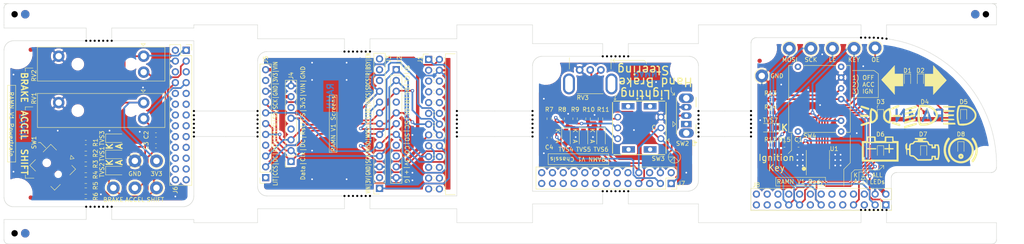
<source format=kicad_pcb>
(kicad_pcb (version 20221018) (generator pcbnew)
  (layers (0 "F.Cu" signal) (31 "B.Cu" signal) (34 "B.Paste" user) (35 "F.Paste" user) (36 "B.SilkS" user "B.Silkscreen") (37 "F.SilkS" user "F.Silkscreen") (38 "B.Mask" user) (39 "F.Mask" user) (44 "Edge.Cuts" user))
  (net 0 "")
  (net 1 "Board_0-+5V")
  (net 2 "Board_0-/3V3_ECU")
  (net 3 "Board_0-GND")
  (net 4 "Board_0-Key")
  (net 5 "Board_0-LE")
  (net 6 "Board_0-MOSI")
  (net 7 "Board_0-Net-(D1-Pad1)")
  (net 8 "Board_0-Net-(D2-Pad1)")
  (net 9 "Board_0-Net-(D3-Pad1)")
  (net 10 "Board_0-Net-(D4-Pad1)")
  (net 11 "Board_0-Net-(D5-Pad1)")
  (net 12 "Board_0-Net-(D6-Pad1)")
  (net 13 "Board_0-Net-(D7-Pad1)")
  (net 14 "Board_0-Net-(D8-Pad1)")
  (net 15 "Board_0-Net-(J8-Pad10)")
  (net 16 "Board_0-Net-(J8-Pad11)")
  (net 17 "Board_0-Net-(J8-Pad12)")
  (net 18 "Board_0-Net-(J8-Pad14)")
  (net 19 "Board_0-Net-(J8-Pad15)")
  (net 20 "Board_0-Net-(J8-Pad16)")
  (net 21 "Board_0-Net-(J8-Pad18)")
  (net 22 "Board_0-Net-(J8-Pad20)")
  (net 23 "Board_0-Net-(J8-Pad21)")
  (net 24 "Board_0-Net-(J8-Pad22)")
  (net 25 "Board_0-Net-(J8-Pad23)")
  (net 26 "Board_0-Net-(J8-Pad24)")
  (net 27 "Board_0-Net-(J8-Pad25)")
  (net 28 "Board_0-Net-(J8-Pad26)")
  (net 29 "Board_0-Net-(J8-Pad5)")
  (net 30 "Board_0-Net-(J8-Pad6)")
  (net 31 "Board_0-Net-(J8-Pad8)")
  (net 32 "Board_0-Net-(J8-Pad9)")
  (net 33 "Board_0-Net-(R13-Pad1)")
  (net 34 "Board_0-Net-(R15-Pad2)")
  (net 35 "Board_0-Net-(U1-Pad14)")
  (net 36 "Board_0-OE")
  (net 37 "Board_0-SCK")
  (net 38 "Board_1-+5V")
  (net 39 "Board_1-/3V3_ECU")
  (net 40 "Board_1-DC")
  (net 41 "Board_1-GND")
  (net 42 "Board_1-LCD_CS")
  (net 43 "Board_1-MISO")
  (net 44 "Board_1-MOSI")
  (net 45 "Board_1-Net-(J1-Pad10)")
  (net 46 "Board_1-Net-(J1-Pad11)")
  (net 47 "Board_1-Net-(J1-Pad12)")
  (net 48 "Board_1-Net-(J1-Pad20)")
  (net 49 "Board_1-Net-(J1-Pad21)")
  (net 50 "Board_1-Net-(J1-Pad22)")
  (net 51 "Board_1-Net-(J1-Pad23)")
  (net 52 "Board_1-Net-(J1-Pad24)")
  (net 53 "Board_1-Net-(J1-Pad25)")
  (net 54 "Board_1-Net-(J1-Pad26)")
  (net 55 "Board_1-Net-(J1-Pad3)")
  (net 56 "Board_1-Net-(J1-Pad5)")
  (net 57 "Board_1-Net-(J1-Pad6)")
  (net 58 "Board_1-Net-(J1-Pad7)")
  (net 59 "Board_1-Net-(J1-Pad8)")
  (net 60 "Board_1-Net-(J1-Pad9)")
  (net 61 "Board_1-Net-(J2-Pad4)")
  (net 62 "Board_1-Net-(J2-Pad8)")
  (net 63 "Board_1-Net-(J2-Pad9)")
  (net 64 "Board_1-Net-(J3-Pad11)")
  (net 65 "Board_1-Net-(J3-Pad12)")
  (net 66 "Board_1-Net-(J3-Pad13)")
  (net 67 "Board_1-Net-(J3-Pad2)")
  (net 68 "Board_1-Net-(J4-Pad4)")
  (net 69 "Board_1-Net-(J4-Pad6)")
  (net 70 "Board_1-Net-(J5-Pad1)")
  (net 71 "Board_1-Net-(J5-Pad10)")
  (net 72 "Board_1-Net-(J5-Pad4)")
  (net 73 "Board_1-SCK")
  (net 74 "Board_1-SD_CS")
  (net 75 "Board_1-SRAM_CS")
  (net 76 "Board_2-+5V")
  (net 77 "Board_2-/3V3_ECU")
  (net 78 "Board_2-Accel")
  (net 79 "Board_2-Brake")
  (net 80 "Board_2-GND")
  (net 81 "Board_2-JOYSTICK")
  (net 82 "Board_2-Net-(J6-Pad10)")
  (net 83 "Board_2-Net-(J6-Pad11)")
  (net 84 "Board_2-Net-(J6-Pad12)")
  (net 85 "Board_2-Net-(J6-Pad13)")
  (net 86 "Board_2-Net-(J6-Pad14)")
  (net 87 "Board_2-Net-(J6-Pad15)")
  (net 88 "Board_2-Net-(J6-Pad16)")
  (net 89 "Board_2-Net-(J6-Pad17)")
  (net 90 "Board_2-Net-(J6-Pad18)")
  (net 91 "Board_2-Net-(J6-Pad19)")
  (net 92 "Board_2-Net-(J6-Pad20)")
  (net 93 "Board_2-Net-(J6-Pad21)")
  (net 94 "Board_2-Net-(J6-Pad22)")
  (net 95 "Board_2-Net-(J6-Pad23)")
  (net 96 "Board_2-Net-(J6-Pad24)")
  (net 97 "Board_2-Net-(J6-Pad25)")
  (net 98 "Board_2-Net-(J6-Pad26)")
  (net 99 "Board_2-Net-(J6-Pad5)")
  (net 100 "Board_2-Net-(J6-Pad6)")
  (net 101 "Board_2-Net-(J6-Pad9)")
  (net 102 "Board_2-Net-(R2-Pad2)")
  (net 103 "Board_2-Net-(R3-Pad2)")
  (net 104 "Board_2-Net-(R4-Pad2)")
  (net 105 "Board_2-Net-(R5-Pad2)")
  (net 106 "Board_3-+5V")
  (net 107 "Board_3-/3V3_ECU")
  (net 108 "Board_3-GND")
  (net 109 "Board_3-Lamp")
  (net 110 "Board_3-Net-(J7-Pad10)")
  (net 111 "Board_3-Net-(J7-Pad11)")
  (net 112 "Board_3-Net-(J7-Pad12)")
  (net 113 "Board_3-Net-(J7-Pad13)")
  (net 114 "Board_3-Net-(J7-Pad14)")
  (net 115 "Board_3-Net-(J7-Pad15)")
  (net 116 "Board_3-Net-(J7-Pad16)")
  (net 117 "Board_3-Net-(J7-Pad17)")
  (net 118 "Board_3-Net-(J7-Pad18)")
  (net 119 "Board_3-Net-(J7-Pad19)")
  (net 120 "Board_3-Net-(J7-Pad20)")
  (net 121 "Board_3-Net-(J7-Pad21)")
  (net 122 "Board_3-Net-(J7-Pad22)")
  (net 123 "Board_3-Net-(J7-Pad23)")
  (net 124 "Board_3-Net-(J7-Pad24)")
  (net 125 "Board_3-Net-(J7-Pad25)")
  (net 126 "Board_3-Net-(J7-Pad26)")
  (net 127 "Board_3-Net-(J7-Pad5)")
  (net 128 "Board_3-Net-(J7-Pad6)")
  (net 129 "Board_3-Net-(J7-Pad9)")
  (net 130 "Board_3-Net-(R10-Pad1)")
  (net 131 "Board_3-Net-(R7-Pad2)")
  (net 132 "Board_3-Net-(R8-Pad2)")
  (net 133 "Board_3-Net-(SW2-Pad1)")
  (net 134 "Board_3-SW1")
  (net 135 "Board_3-Wheel")
  (footprint "NPTH" (layer "F.Cu") (at 238.413444 68.55541)
    (fp_text reference "KiKit_MB_3_2" hide)
    (fp_text value "NPTH" hide)
  )
  (footprint "Fiducial:Fiducial_1mm_Mask2mm" (layer "F.Cu") (at 245.874944 33.46141)
    (fp_text reference "FID3" hide)
    (fp_text value "Fiducial")
  )
  (footprint "LED_SMD:LED_0603_1608Metric" (layer "F.Cu") (at 248.160944 54.92441 -90)
    (fp_text reference "D7")
    (fp_text value "LED")
  )
  (footprint "NPTH" (layer "F.Cu") (at 237.413444 68.55541)
    (fp_text reference "KiKit_MB_3_3" hide)
    (fp_text value "NPTH" hide)
  )
  (footprint "Fiducial" (layer "F.Cu") (at 36.694056 22.5)
    (fp_text reference "KiKit_FID_T_1" hide)
    (fp_text value "Fiducial" hide)
  )
  (footprint "NPTH" (layer "F.Cu") (at 175.625066 32.404033)
    (fp_text reference "KiKit_MB_13_4" hide)
    (fp_text value "NPTH" hide)
  )
  (footprint "NPTH" (layer "F.Cu") (at 138.285811 48.274533)
    (fp_text reference "KiKit_MB_5_4" hide)
    (fp_text value "NPTH" hide)
  )
  (footprint "NPTH" (layer "F.Cu") (at 234.413444 68.55541)
    (fp_text reference "KiKit_MB_3_6" hide)
    (fp_text value "NPTH" hide)
  )
  (footprint "Diode_SMD:D_SOD-123F" (layer "F.Cu") (at 163.966566 51.403033 -90)
    (fp_text reference "TVS4")
    (fp_text value "D_TVS")
  )
  (footprint "NPTH" (layer "F.Cu") (at 156.092566 46.274533)
    (fp_text reference "KiKit_MB_11_6" hide)
    (fp_text value "NPTH" hide)
  )
  (footprint "NPTH" (layer "F.Cu") (at 54.041556 67.807033)
    (fp_text reference "KiKit_MB_10_4" hide)
    (fp_text value "NPTH" hide)
  )
  (footprint "NPTH" (layer "F.Cu") (at 237.419334 28.067067)
    (fp_text reference "KiKit_MB_2_5" hide)
    (fp_text value "NPTH" hide)
  )
  (footprint "NPTH" (layer "F.Cu") (at 114.833311 31.282033)
    (fp_text reference "KiKit_MB_6_4" hide)
    (fp_text value "NPTH" hide)
  )
  (footprint "NPTH" (layer "F.Cu") (at 156.092566 48.274533)
    (fp_text reference "KiKit_MB_11_4" hide)
    (fp_text value "NPTH" hide)
  )
  (footprint "NPTH" (layer "F.Cu") (at 52.041556 28.742033)
    (fp_text reference "KiKit_MB_9_2" hide)
    (fp_text value "NPTH" hide)
  )
  (footprint "TestPoint:TestPoint_Loop_D2.54mm_Drill1.5mm_Beaded" (layer "F.Cu") (at 231.777944 30.54041)
    (fp_text reference "KEY")
    (fp_text value "TestPoint")
  )
  (footprint "NPTH" (layer "F.Cu") (at 116.833311 65.267033)
    (fp_text reference "KiKit_MB_7_2" hide)
    (fp_text value "NPTH" hide)
  )
  (footprint "MountingHole:MountingHole_3.2mm_M3_ISO7380" (layer "F.Cu") (at 262.638944 57.08341)
    (fp_text reference "H6" hide)
    (fp_text value "MountingHole")
  )
  (footprint "Resistor_SMD:R_0603_1608Metric" (layer "F.Cu") (at 212.092944 53.27341)
    (fp_text reference "R12")
    (fp_text value "10k")
  )
  (footprint "NPTH" (layer "F.Cu") (at 207.520944 51.274533)
    (fp_text reference "KiKit_MB_1_1" hide)
    (fp_text value "NPTH" hide)
  )
  (footprint "Resistor_SMD:R_0603_1608Metric" (layer "F.Cu") (at 50.947056 60.314033 180)
    (fp_text reference "R4")
    (fp_text value "10k")
  )
  (footprint "NPTH" (layer "F.Cu") (at 238.417538 28.149018)
    (fp_text reference "KiKit_MB_2_6" hide)
    (fp_text value "NPTH" hide)
  )
  (footprint "Connector_PinSocket_2.54mm:PinSocket_2x13_P2.54mm_Vertical" (layer "F.Cu") (at 239.270944 67.37041 -90)
    (fp_text reference "J8")
    (fp_text value " ")
  )
  (footprint "drawings:drawing_battery" (layer "F.Cu") (at 237.899344 54.28941)
    (fp_text reference "G***" hide)
    (fp_text value "LOGO" hide)
  )
  (footprint "NPTH" (layer "F.Cu") (at 172.625066 64.145033)
    (fp_text reference "KiKit_MB_14_7" hide)
    (fp_text value "NPTH" hide)
  )
  (footprint "NPTH" (layer "F.Cu") (at 91.380811 47.274533)
    (fp_text reference "KiKit_MB_4_5" hide)
    (fp_text value "NPTH" hide)
  )
  (footprint "Connector_PinSocket_2.54mm:PinSocket_1x11_P2.54mm_Vertical" (layer "F.Cu") (at 93.285811 60.949033 180)
    (fp_text reference "J5")
    (fp_text value "4383")
  )
  (footprint "TestPoint:TestPoint_Loop_D2.54mm_Drill1.5mm_Beaded" (layer "F.Cu") (at 67.584056 57.012033)
    (fp_text reference "3V3")
    (fp_text value "TestPoint")
  )
  (footprint "NPTH" (layer "F.Cu") (at 91.380811 46.274533)
    (fp_text reference "KiKit_MB_4_6" hide)
    (fp_text value "NPTH" hide)
  )
  (footprint "NPTH" (layer "F.Cu") (at 113.833311 65.267033)
    (fp_text reference "KiKit_MB_7_5" hide)
    (fp_text value "NPTH" hide)
  )
  (footprint "NPTH" (layer "F.Cu") (at 195.157566 48.274533)
    (fp_text reference "KiKit_MB_12_4" hide)
    (fp_text value "NPTH" hide)
  )
  (footprint "Resistor_SMD:R_0603_1608Metric" (layer "F.Cu") (at 50.947056 62.854033 180)
    (fp_text reference "R5")
    (fp_text value "10k")
  )
  (footprint "NPTH" (layer "F.Cu") (at 178.625066 64.145033)
    (fp_text reference "KiKit_MB_14_1" hide)
    (fp_text value "NPTH" hide)
  )
  (footprint "Capacitor_SMD:C_0603_1608Metric" (layer "F.Cu") (at 67.457056 53.456033 180)
    (fp_text reference "C3")
    (fp_text value "100nF")
  )
  (footprint "NPTH" (layer "F.Cu") (at 111.833311 31.282033)
    (fp_text reference "KiKit_MB_6_1" hide)
    (fp_text value "NPTH" hide)
  )
  (footprint "LED_SMD:LED_0603_1608Metric" (layer "F.Cu") (at 238.000944 54.92441 -90)
    (fp_text reference "D6")
    (fp_text value "LED")
  )
  (footprint "LED_SMD:LED_0603_1608Metric" (layer "F.Cu") (at 238.000944 46.41541 -90)
    (fp_text reference "D3")
    (fp_text value "LED")
  )
  (footprint "custom:RK09K1110A2S" (layer "F.Cu") (at 169.681566 32.607033 90)
    (fp_text reference "RV3")
    (fp_text value "R_POT_TRIM_US" hide)
  )
  (footprint "NPTH" (layer "F.Cu") (at 54.041556 28.742033)
    (fp_text reference "KiKit_MB_9_4" hide)
    (fp_text value "NPTH" hide)
  )
  (footprint "NPTH" (layer "F.Cu") (at 195.157566 47.274533)
    (fp_text reference "KiKit_MB_12_3" hide)
    (fp_text value "NPTH" hide)
  )
  (footprint "NPTH" (layer "F.Cu") (at 138.285811 47.274533)
    (fp_text reference "KiKit_MB_5_3" hide)
    (fp_text value "NPTH" hide)
  )
  (footprint "Connector_PinHeader_2.54mm:PinHeader_2x13_P2.54mm_Horizontal" (layer "F.Cu") (at 131.639811 33.136033)
    (fp_text reference "J1")
    (fp_text value " ")
  )
  (footprint "Fiducial:Fiducial_1mm_Mask2mm" (layer "F.Cu") (at 74.315056 65.394033 90)
    (fp_text reference "FID1" hide)
    (fp_text value "Fiducial")
  )
  (footprint "NPTH" (layer "F.Cu") (at 76.389056 49.274533)
    (fp_text reference "KiKit_MB_8_5" hide)
    (fp_text value "NPTH" hide)
  )
  (footprint "TestPoint:TestPoint_Loop_D2.54mm_Drill1.5mm_Beaded" (layer "F.Cu") (at 57.424056 63.362033)
    (fp_text reference "BRAKE")
    (fp_text value "TestPoint")
  )
  (footprint "Resistor_SMD:R_0603_1608Metric" (layer "F.Cu") (at 50.947056 52.694033 180)
    (fp_text reference "R1")
    (fp_text value "10k")
  )
  (footprint "NPTH" (layer "F.Cu") (at 236.419086 28.009571)
    (fp_text reference "KiKit_MB_2_4" hide)
    (fp_text value "NPTH" hide)
  )
  (footprint "NPTH" (layer "F.Cu") (at 235.413444 68.55541)
    (fp_text reference "KiKit_MB_3_5" hide)
    (fp_text value "NPTH" hide)
  )
  (footprint "NPTH" (layer "F.Cu") (at 207.520944 47.274533)
    (fp_text reference "KiKit_MB_1_5" hide)
    (fp_text value "NPTH" hide)
  )
  (footprint "drawings:drawing_turn" (layer "F.Cu") (at 241.048944 38.03341 180)
    (fp_text reference "G***" hide)
    (fp_text value "LOGO" hide)
  )
  (footprint "drawings:drawing_HB" (layer "F.Cu") (at 256.542944 46.28841)
    (fp_text reference "G***" hide)
    (fp_text value "LOGO" hide)
  )
  (footprint "Akiyuki_UI:NR01" (layer "F.Cu") (at 181.238566 49.244033 180)
    (fp_text reference "SW3")
    (fp_text value "NKK_NR01" hide)
  )
  (footprint "NPTH" (layer "F.Cu") (at 57.041556 67.807033)
    (fp_text reference "KiKit_MB_10_1" hide)
    (fp_text value "NPTH" hide)
  )
  (footprint "LED_SMD:LED_0603_1608Metric" (layer "F.Cu") (at 256.923944 53.98461 -90)
    (fp_text reference "D8")
    (fp_text value "LED")
  )
  (footprint "MountingHole:MountingHole_3.2mm_M3_ISO7380" (layer "F.Cu") (at 34.818056 31.866033 90)
    (fp_text reference "H2" hide)
    (fp_text value "MountingHole")
  )
  (footprint "Fiducial:Fiducial_1mm_Mask2mm" (layer "F.Cu") (at 209.552944 33.46141)
    (fp_text reference "FID2" hide)
    (fp_text value "Fiducial")
  )
  (footprint "NPTH" (layer "F.Cu") (at 174.625066 64.145033)
    (fp_text reference "KiKit_MB_14_5" hide)
    (fp_text value "NPTH" hide)
  )
  (footprint "NPTH" (layer "F.Cu") (at 34.194056 74.05541)
    (fp_text reference "KiKit_TO_3" hide)
    (fp_text value "NPTH" hide)
  )
  (footprint "NPTH" (layer "F.Cu") (at 116.833311 31.282033)
    (fp_text reference "KiKit_MB_6_6" hide)
    (fp_text value "NPTH" hide)
  )
  (footprint "NPTH" (layer "F.Cu") (at 156.092566 45.274533)
    (fp_text reference "KiKit_MB_11_7" hide)
    (fp_text value "NPTH" hide)
  )
  (footprint "LED_SMD:LED_0603_1608Metric" (layer "F.Cu") (at 248.414944 46.41541 -90)
    (fp_text reference "D4")
    (fp_text value "LED")
  )
  (footprint "MountingHole:MountingHole_3.2mm_M3_ISO7380" (layer "F.Cu") (at 159.267566 35.528033)
    (fp_text reference "H3" hide)
    (fp_text value "MountingHole")
  )
  (footprint "NPTH" (layer "F.Cu") (at 156.092566 47.274533)
    (fp_text reference "KiKit_MB_11_5" hide)
    (fp_text value "NPTH" hide)
  )
  (footprint "TestPoint:TestPoint_Loop_D2.54mm_Drill1.5mm_Beaded" (layer "F.Cu") (at 236.730944 30.41341)
    (fp_text reference "OE")
    (fp_text value "TestPoint")
  )
  (footprint "NPTH" (layer "F.Cu") (at 195.157566 46.274533)
    (fp_text reference "KiKit_MB_12_2" hide)
    (fp_text value "NPTH" hide)
  )
  (footprint "Package_SO:HTSSOP-16-1EP_4.4x5mm_P0.65mm_EP3x3mm" (layer "F.Cu") (at 223.268944 56.70241 90)
    (fp_text reference "U1")
    (fp_text value "STP08CP05XT")
  )
  (footprint "TestPoint:TestPoint_Loop_D2.54mm_Drill1.5mm_Beaded" (layer "F.Cu") (at 62.504056 63.362033)
    (fp_text reference "ACCEL")
    (fp_text value "TestPoint")
  )
  (footprint "Resistor_SMD:R_0603_1608Metric" (layer "F.Cu") (at 212.092944 45.65341)
    (fp_text reference "R14")
    (fp_text value "10k")
  )
  (footprint "NPTH" (layer "F.Cu") (at 176.625066 32.404033)
    (fp_text reference "KiKit_MB_13_5" hide)
    (fp_text value "NPTH" hide)
  )
  (footprint "NPTH" (layer "F.Cu") (at 111.833311 65.267033)
    (fp_text reference "KiKit_MB_7_7" hide)
    (fp_text value "NPTH" hide)
  )
  (footprint "NPTH" (layer "F.Cu") (at 262.805944 22.5)
    (fp_text reference "KiKit_TO_2" hide)
    (fp_text value "NPTH" hide)
  )
  (footprint "TestPoint:TestPoint_Loop_D2.54mm_Drill1.5mm_Beaded" (layer "F.Cu") (at 226.697944 30.54041)
    (fp_text reference "LE")
    (fp_text value "TestPoint")
  )
  (footprint "NPTH" (layer "F.Cu") (at 234.415344 28.000007)
    (fp_text reference "KiKit_MB_2_2" hide)
    (fp_text value "NPTH" hide)
  )
  (footprint "NPTH" (layer "F.Cu") (at 195.157566 50.274533)
    (fp_text reference "KiKit_MB_12_6" hide)
    (fp_text value "NPTH" hide)
  )
  (footprint "NPTH" (layer "F.Cu") (at 156.092566 51.274533)
    (fp_text reference "KiKit_MB_11_1" hide)
    (fp_text value "NPTH" hide)
  )
  (footprint "NPTH" (layer "F.Cu") (at 91.380811 50.274533)
    (fp_text reference "KiKit_MB_4_2" hide)
    (fp_text value "NPTH" hide)
  )
  (footprint "Resistor_SMD:R_0603_1608Metric" (layer "F.Cu") (at 169.173566 47.085033 -90)
    (fp_text reference "R10")
    (fp_text value "10k")
  )
  (footprint "LED_SMD:LED_0603_1608Metric" (layer "F.Cu") (at 247.398944 38.03341 -90)
    (fp_text reference "D2")
    (fp_text value "LED")
  )
  (footprint "NPTH" (layer "F.Cu") (at 173.625066 32.404033)
    (fp_text reference "KiKit_MB_13_2" hide)
    (fp_text value "NPTH" hide)
  )
  (footprint "NPTH" (layer "F.Cu") (at 138.285811 49.274533)
    (fp_text reference "KiKit_MB_5_5" hide)
    (fp_text value "NPTH" hide)
  )
  (footprint "NPTH" (layer "F.Cu") (at 51.041556 67.807033)
    (fp_text reference "KiKit_MB_10_7" hide)
    (fp_text value "NPTH" hide)
  )
  (footprint "NPTH" (layer "F.Cu") (at 76.389056 48.274533)
    (fp_text reference "KiKit_MB_8_4" hide)
    (fp_text value "NPTH" hide)
  )
  (footprint "Connector_PinSocket_2.54mm:PinSocket_1x11_P2.54mm_Vertical" (layer "F.Cu") (at 124.019811 35.549033)
    (fp_text reference "J2")
    (fp_text value "1431")
  )
  (footprint "MountingHole:MountingHole_3.2mm_M3_ISO7380" (layer "F.Cu") (at 210.060944 30.54041)
    (fp_text reference "H5" hide)
    (fp_text value "MountingHole")
  )
  (footprint "NPTH" (layer "F.Cu") (at 117.833311 31.282033)
    (fp_text reference "KiKit_MB_6_7" hide)
    (fp_text value "NPTH" hide)
  )
  (footprint "NPTH" (layer "F.Cu") (at 115.833311 65.267033)
    (fp_text reference "KiKit_MB_7_3" hide)
    (fp_text value "NPTH" hide)
  )
  (footprint "NPTH" (layer "F.Cu") (at 115.833311 31.282033)
    (fp_text reference "KiKit_MB_6_5" hide)
    (fp_text value "NPTH" hide)
  )
  (footprint "TestPoint:TestPoint_Loop_D2.54mm_Drill1.5mm_Beaded" (layer "F.Cu") (at 210.060944 37.01741)
    (fp_text reference "GND")
    (fp_text value "TestPoint")
  )
  (footprint "MountingHole:MountingHole_3.2mm_M3_ISO7380" (layer "F.Cu") (at 192.033566 35.528033)
    (fp_text reference "H4" hide)
    (fp_text value "MountingHole")
  )
  (footprint "custom:RS15111A900B" (layer "F.Cu") (at 58.567056 32.374033 180)
    (fp_text reference "RV2")
    (fp_text value "R_POT_TRIM_US" hide)
  )
  (footprint "NPTH" (layer "F.Cu") (at 174.625066 32.404033)
    (fp_text reference "KiKit_MB_13_3" hide)
    (fp_text value "NPTH" hide)
  )
  (footprint "NPTH" (layer "F.Cu") (at 177.625066 64.145033)
    (fp_text reference "KiKit_MB_14_2" hide)
    (fp_text value "NPTH" hide)
  )
  (footprint "drawings:drawing_parking_brake" (layer "F.Cu") (at 257.050944 54.54341)
    (fp_text reference "G***" hide)
    (fp_text value "LOGO" hide)
  )
  (footprint "NPTH" (layer "F.Cu") (at 76.389056 45.274533)
    (fp_text reference "KiKit_MB_8_1" hide)
    (fp_text value "NPTH" hide)
  )
  (footprint "Resistor_SMD:R_0603_1608Metric" (layer "F.Cu") (at 212.092944 42.60541)
    (fp_text reference "R13")
    (fp_text value "10k")
  )
  (footprint "NPTH" (layer "F.Cu") (at 236.413444 68.55541)
    (fp_text reference "KiKit_MB_3_4" hide)
    (fp_text value "NPTH" hide)
  )
  (footprint "NPTH" (layer "F.Cu") (at 207.520944 49.274533)
    (fp_text reference "KiKit_MB_1_3" hide)
    (fp_text value "NPTH" hide)
  )
  (footprint "Diode_SMD:D_SOD-123F" (layer "F.Cu") (at 168.094066 51.403033 -90)
    (fp_text reference "TVS5")
    (fp_text value "D_TVS")
  )
  (footprint "Resistor_SMD:R_0603_1608Metric" (layer "F.Cu") (at 163.077566 47.085033 90)
    (fp_text reference "R8")
    (fp_text value "10k")
  )
  (footprint "NPTH" (layer "F.Cu") (at 207.520944 45.274533)
    (fp_text reference "KiKit_MB_1_7" hide)
    (fp_text value "NPTH" hide)
  )
  (footprint "Diode_SMD:D_SOD-123F" (layer "F.Cu") (at 212.092944 49.20941 180)
    (fp_text reference "TVS7")
    (fp_text value "D_TVS")
  )
  (footprint "NPTH" (layer "F.Cu") (at 239.413444 68.55541)
    (fp_text reference "KiKit_MB_3_1" hide)
    (fp_text value "NPTH" hide)
  )
  (footprint "custom:RS15111A900B" (layer "F.Cu") (at 58.567056 43.296033 180)
    (fp_text reference "RV1")
    (fp_text value "R_POT_TRIM_US" hide)
  )
  (footprint "NPTH" (layer "F.Cu") (at 172.625066 32.404033)
    (fp_text reference "KiKit_MB_13_1" hide)
    (fp_text value "NPTH" hide)
  )
  (footprint "Capacitor_SMD:C_0603_1608Metric" (layer "F.Cu") (at 67.457056 50.916033)
    (fp_text reference "C2")
    (fp_text value "100nF")
  )
  (footprint "NPTH" (layer "F.Cu") (at 138.285811 46.274533)
    (fp_text reference "KiKit_MB_5_2" hide)
    (fp_text value "NPTH" hide)
  )
  (footprint "Capacitor_SMD:C_0603_1608Metric" (layer "F.Cu") (at 160.029566 51.530033 -90)
    (fp_text reference "C4")
    (fp_text value "100nF")
  )
  (footprint "NPTH" (layer "F.Cu") (at 91.380811 49.274533)
    (fp_text reference "KiKit_MB_4_3" hide)
    (fp_text value "NPTH" hide)
  )
  (footprint "NPTH" (layer "F.Cu") (at 91.380811 45.274533)
    (fp_text reference "KiKit_MB_4_7" hide)
    (fp_text value "NPTH" hide)
  )
  (footprint "NPTH" (layer "F.Cu") (at 91.380811 48.274533)
    (fp_text reference "KiKit_MB_4_4" hide)
    (fp_text value "NPTH" hide)
  )
  (footprint "LED_SMD:LED_0603_1608Metric" (layer "F.Cu") (at 244.350944 38.03341 -90)
    (fp_text reference "D1")
    (fp_text value "LED")
  )
  (footprint "NPTH" (layer "F.Cu") (at 52.041556 67.807033)
    (fp_text reference "KiKit_MB_10_6" hide)
    (fp_text value "NPTH" hide)
  )
  (footprint "TestPoint:TestPoint_Loop_D2.54mm_Drill1.5mm_Beaded" (layer "F.Cu") (at 216.537944 30.54041)
    (fp_text reference "MOSI")
    (fp_text value "TestPoint")
  )
  (footprint "NPTH" (layer "F.Cu") (at 233.413444 28.000023)
    (fp_text reference "KiKit_MB_2_1" hide)
    (fp_text value "NPTH" hide)
  )
  (footprint "NPTH" (layer "F.Cu") (at 53.041556 28.742033)
    (fp_text reference "KiKit_MB_9_3" hide)
    (fp_text value "NPTH" hide)
  )
  (footprint "Diode_SMD:D_SOD-123F" (layer "F.Cu") (at 57.805056 59.298033)
    (fp_text reference "TVS2")
    (fp_text value "D_TVS")
  )
  (footprint "NPTH" (layer "F.Cu") (at 195.157566 45.274533)
    (fp_text reference "KiKit_MB_12_1" hide)
    (fp_text value "NPTH" hide)
  )
  (footprint "NPTH" (layer "F.Cu") (at 76.389056 47.274533)
    (fp_text reference "KiKit_MB_8_3" hide)
    (fp_text value "NPTH" hide)
  )
  (footprint "NPTH" (layer "F.Cu") (at 112.833311 31.282033)
    (fp_text reference "KiKit_MB_6_2" hide)
    (fp_text value "NPTH" hide)
  )
  (footprint "TestPoint:TestPoint_Loop_D2.54mm_Drill1.5mm_Beaded" (layer "F.Cu") (at 221.617944 30.54041)
    (fp_text reference "SCK")
    (fp_text value "TestPoint")
  )
  (footprint "Diode_SMD:D_SOD-123F" (layer "F.Cu") (at 57.805056 55.488033)
    (fp_text reference "TVS1")
    (fp_text value "D_TVS")
  )
  (footprint "TestPoint:TestPoint_Loop_D2.54mm_Drill1.5mm_Beaded" (layer "F.Cu") (at 62.504056 57.012033)
    (fp_text reference "GND")
    (fp_text value "TestPoint")
  )
  (footprint "drawings:drawing_turn" (layer "F.Cu") (at 250.700944 37.93181)
    (fp_text reference "G***" hide)
    (fp_text value "LOGO" hide)
  )
  (footprint "NPTH" (layer "F.Cu") (at 178.625066 32.404033)
    (fp_text reference "KiKit_MB_13_7" hide)
    (fp_text value "NPTH" hide)
  )
  (footprint "NPTH" (layer "F.Cu") (at 156.092566 50.274533)
    (fp_text reference "KiKit_MB_11_2" hide)
    (fp_text value "NPTH" hide)
  )
  (footprint "Fiducial" (layer "F.Cu") (at 260.305944 22.5)
    (fp_text reference "KiKit_FID_T_2" hide)
    (fp_text value "Fiducial" hide)
  )
  (footprint "NPTH" (layer "F.Cu") (at 195.157566 49.274533)
    (fp_text reference "KiKit_MB_12_5" hide)
    (fp_text value "NPTH" hide)
  )
  (footprint "Button_Switch_THT:SW_CuK_OS102011MA1QN1_SPDT_Angled" (layer "F.Cu") (at 192.287566 48.355033 90)
    (fp_text reference "SW2")
    (fp_text value " ")
  )
  (footprint "NPTH" (layer "F.Cu") (at 114.833311 65.267033)
    (fp_text reference "KiKit_MB_7_4" hide)
    (fp_text value "NPTH" hide)
  )
  (footprint "NPTH" (layer "F.Cu") (at 51.041556 28.742033)
    (fp_text reference "KiKit_MB_9_1" hide)
    (fp_text value "NPTH" hide)
  )
  (footprint "Fiducial:Fiducial_1mm_Mask2mm" (layer "F.Cu") (at 37.993056 30.850033 90)
    (fp_text reference "FID3" hide)
    (fp_text value "Fiducial")
  )
  (footprint "NPTH" (layer "F.Cu") (at 34.194056 22.5)
    (fp_text reference "KiKit_TO_1" hide)
    (fp_text value "NPTH" hide)
  )
  (footprint "Fiducial:Fiducial_1mm_Mask2mm" (layer "F.Cu") (at 158.251566 56.737033)
    (fp_text reference "FID3" hide)
    (fp_text value "Fiducial")
  )
  (footprint "Resistor_SMD:R_0603_1608Metric" (layer "F.Cu") (at 50.947056 55.234033)
    (fp_text reference "R2")
    (fp_text value "10k")
  )
  (footprint "drawings:drawing_PL" (layer "F.Cu") (at 238.000944 46.41541)
    (fp_text reference "G***" hide)
    (fp_text value "LOGO" hide)
  )
  (footprint "Connector_PinSocket_2.54mm:PinSocket_1x13_P2.54mm_Vertical" (layer "F.Cu") (at 120.082811 63.489033 180)
    (fp_text reference "J3")
    (fp_text value "4086")
  )
  (footprint "NPTH" (layer "F.Cu") (at 138.285811 45.274533)
    (fp_text reference "KiKit_MB_5_1" hide)
    (fp_text value "NPTH" hide)
  )
  (footprint "NPTH" (layer "F.Cu") (at 56.041556 67.807033)
    (fp_text reference "KiKit_MB_10_2" hide)
    (fp_text value "NPTH" hide)
  )
  (footprint "Diode_SMD:D_SOD-123F" (layer "F.Cu") (at 172.221566 51.403033 -90)
    (fp_text reference "TVS6")
    (fp_text value "D_TVS")
  )
  (footprint "NPTH" (layer "F.Cu") (at 173.625066 64.145033)
    (fp_text reference "KiKit_MB_14_6" hide)
    (fp_text value "NPTH" hide)
  )
  (footprint "drawings:drawing_engine" (layer "F.Cu") (at 247.906944 54.28941)
    (fp_text reference "G***" hide)
    (fp_text value "LOGO" hide)
  )
  (footprint "Resistor_SMD:R_0603_1608Metric" (layer "F.Cu") (at 50.947056 57.774033)
    (fp_text reference "R3")
    (fp_text value "10k")
  )
  (footprint "NPTH" (layer "F.Cu") (at 207.520944 50.274533)
    (fp_text reference "KiKit_MB_1_2" hide)
    (fp_text value "NPTH" hide)
  )
  (footprint "NPTH" (layer "F.Cu") (at 117.833311 65.267033)
    (fp_text reference "KiKit_MB_7_1" hide)
    (fp_text value "NPTH" hide)
  )
  (footprint "NPTH" (layer "F.Cu") (at 76.389056 46.274533)
    (fp_text reference "KiKit_MB_8_2" hide)
    (fp_text value "NPTH" hide)
  )
  (footprint "NPTH" (layer "F.Cu") (at 239.413444 28.258448)
    (fp_text reference "KiKit_MB_2_7" hide)
    (fp_text value "NPTH" hide)
  )
  (footprint "Connector_PinSocket_2.54mm:PinSocket_2x13_P2.54mm_Vertical" (layer "F.Cu") (at 74.569056 30.977033)
    (fp_text reference "J6")
    (fp_text value " ")
  )
  (footprint "NPTH" (layer "F.Cu") (at 176.625066 64.145033)
    (fp_text reference "KiKit_MB_14_3" hide)
    (fp_text value "NPTH" hide)
  )
  (footprint "NPTH" (layer "F.Cu") (at 177.625066 32.404033)
    (fp_text reference "KiKit_MB_13_6" hide)
    (fp_text value "NPTH" hide)
  )
  (footprint "NPTH" (layer "F.Cu") (at 207.520944 46.274533)
    (fp_text reference "KiKit_MB_1_6" hide)
    (fp_text value "NPTH" hide)
  )
  (footprint "NPTH" (layer "F.Cu") (at 175.625066 64.145033)
    (fp_text reference "KiKit_MB_14_4" hide)
    (fp_text value "NPTH" hide)
  )
  (footprint "NPTH" (layer "F.Cu") (at 233.413444 68.55541)
    (fp_text reference "KiKit_MB_3_7" hide)
    (fp_text value "NPTH" hide)
  )
  (footprint "Resistor_SMD:R_0603_1608Metric" (layer "F.Cu") (at 166.125566 47.085033 90)
    (fp_text reference "R9")
    (fp_text value "10k")
  )
  (footprint "NPTH" (layer "F.Cu") (at 235.417236 28.003085)
    (fp_text reference "KiKit_MB_2_3" hide)
    (fp_text value "NPTH" hide)
  )
  (footprint "Resistor_SMD:R_0603_1608Metric" (layer "F.Cu") (at 160.029566 47.085033 -90)
    (fp_text reference "R7")
    (fp_text value "10k")
  )
  (footprint "NPTH" (layer "F.Cu") (at 156.092566 49.274533)
    (fp_text reference "KiKit_MB_11_3" hide)
    (fp_text value "NPTH" hide)
  )
  (footprint "NPTH" (layer "F.Cu") (at 113.833311 31.282033)
    (fp_text reference "KiKit_MB_6_3" hide)
    (fp_text value "NPTH" hide)
  )
  (footprint "Fiducial:Fiducial_1mm_Mask2mm" (layer "F.Cu") (at 158.251566 39.973033)
    (fp_text reference "FID1" hide)
    (fp_text value "Fiducial")
  )
  (footprint "NPTH" (layer "F.Cu") (at 76.389056 51.274533)
    (fp_text reference "KiKit_MB_8_7" hide)
    (fp_text value "NPTH" hide)
  )
  (footprint "TestPoint:TestPoint_Loop_D2.54mm_Drill1.5mm_Beaded" (layer "F.Cu") (at 67.584056 63.362033)
    (fp_text reference "SHIFT")
    (fp_text value "TestPoint")
  )
  (footprint "Diode_SMD:D_SOD-123F" (layer "F.Cu") (at 57.805056 51.678033)
    (fp_text reference "TVS3")
    (fp_text value "D_TVS")
  )
  (footprint "custom:SK14EG13" (layer "F.Cu") (at 223.649944 42.47841)
    (fp_text reference "SW4")
    (fp_text value "SK14EG13" hide)
  )
  (footprint "Fiducial:Fiducial_1mm_Mask2mm" (layer "F.Cu") (at 193.049566 56.737033)
    (fp_text reference "FID2" hide)
    (fp_text value "Fiducial")
  )
  (footprint "NPTH" (layer "F.Cu") (at 55.041556 28.742033)
    (fp_text reference "KiKit_MB_9_5" hide)
    (fp_text value "NPTH" hide)
  )
  (footprint "drawings:drawing_LB" (layer "F.Cu") (at 247.398944 46.26301)
    (fp_text reference "G***" hide)
    (fp_text value "LOGO" hide)
  )
  (footprint "NPTH" (layer "F.Cu") (at 91.380811 51.274533)
    (fp_text reference "KiKit_MB_4_1" hide)
    (fp_text value "NPTH" hide)
  )
  (footprint "NPTH" (layer "F.Cu") (at 53.041556 67.807033)
    (fp_text reference "KiKit_MB_10_5" hide)
    (fp_text value "NPTH" hide)
  )
  (footprint "NPTH" (layer "F.Cu") (at 57.041556 28.742033)
    (fp_text reference "KiKit_MB_9_7" hide)
    (fp_text value "NPTH" hide)
  )
  (footprint "Resistor_SMD:R_0603_1608Metric" (layer "F.Cu") (at 172.094566 47.085033 90)
    (fp_text reference "R11")
    (fp_text value "10k")
  )
  (footprint "NPTH" (layer "F.Cu") (at 56.041556 28.742033)
    (fp_text reference "KiKit_MB_9_6" hide)
    (fp_text value "NPTH" hide)
  )
  (footprint "Fiducial" (layer "F.Cu") (at 36.694056 74.05541)
    (fp_text reference "KiKit_FID_T_3" hide)
    (fp_text value "Fiducial" hide)
  )
  (footprint "NPTH" (layer "F.Cu") (at 55.041556 67.807033)
    (fp_text reference "KiKit_MB_10_3" hide)
    (fp_text value "NPTH" hide)
  )
  (footprint "Connector_PinSocket_2.54mm:PinSocket_1x08_P2.54mm_Vertical" (layer "F.Cu") (at 99.254811 57.139033 180)
    (fp_text reference "J4")
    (fp_text value "326")
  )
  (footprint "NPTH" (layer "F.Cu") (at 138.285811 51.274533)
    (fp_text reference "KiKit_MB_5_7" hide)
    (fp_text value "NPTH" hide)
  )
  (footprint "Connector_PinSocket_2.54mm:PinSocket_2x13_P2.54mm_Vertical" (layer "F.Cu") (at 188.731566 62.325033 -90)
    (fp_text reference "J7")
    (fp_text value " ")
  )
  (footprint "NPTH" (layer "F.Cu") (at 195.157566 51.274533)
    (fp_text reference "KiKit_MB_12_7" hide)
    (fp_text value "NPTH" hide)
  )
  (footprint "NPTH" (layer "F.Cu") (at 76.389056 50.274533)
    (fp_text reference "KiKit_MB_8_6" hide)
    (fp_text value "NPTH" hide)
  )
  (footprint "MountingHole:MountingHole_3.2mm_M3_ISO7380" (layer "F.Cu") (at 34.818056 64.632033 90)
    (fp_text reference "H1" hide)
    (fp_text value "MountingHole")
  )
  (footprint "custom:SKRHADE010" (layer "F.Cu") (at 43.073056 58.790033 -135)
    (fp_text reference "SW1")
    (fp_text value "SKRHADE010" hide)
  )
  (footprint "NPTH" (layer "F.Cu") (at 207.520944 48.274533)
    (fp_text reference "KiKit_MB_1_4" hide)
    (fp_text value "NPTH" hide)
  )
  (footprint "Fiducial:Fiducial_1mm_Mask2mm" (layer "F.Cu") (at 37.993056 65.394033 90)
    (fp_text reference "FID2" hide)
    (fp_text value "Fiducial")
  )
  (footprint "Capacitor_SMD:C_0603_1608Metric" (layer "F.Cu") (at 218.696944 53.27341 180)
    (fp_text reference "C1")
    (fp_text value "100nF")
  )
  (footprint "Resistor_SMD:R_0603_1608Metric" (layer "F.Cu") (at 215.394944 53.27341 180)
    (fp_text reference "R15")
    (fp_text value "1.8k")
  )
  (footprint "NPTH" (layer "F.Cu") (at 112.833311 65.267033)
    (fp_text reference "KiKit_MB_7_6" hide)
    (fp_text value "NPTH" hide)
  )
  (footprint "Fiducial:Fiducial_1mm_Mask2mm" (layer "F.Cu") (at 209.552944 59.75041)
    (fp_text reference "FID1" hide)
    (fp_text value "Fiducial")
  )
  (footprint "NPTH" (layer "F.Cu") (at 138.285811 50.274533)
    (fp_text reference "KiKit_MB_5_6" hide)
    (fp_text value "NPTH" hide)
  )
  (footprint "LED_SMD:LED_0603_1608Metric" (layer "F.Cu") (at 257.558944 46.41541 -90)
    (fp_text reference "D5")
    (fp_text value "LED")
  )
  (footprint "Resistor_SMD:R_0603_1608Metric" (layer "F.Cu") (at 50.947056 65.394033)
    (fp_text reference "R6")
    (fp_text value "10k")
  )
  (footprint "Fiducial" (layer "B.Cu") (at 36.694056 22.5)
    (fp_text reference "KiKit_FID_B_1" hide)
    (fp_text value "Fiducial" hide)
  )
  (footprint "Fiducial" (layer "B.Cu") (at 260.305944 22.5)
    (fp_text reference "KiKit_FID_B_2" hide)
    (fp_text value "Fiducial" hide)
  )
  (footprint "Fiducial" (layer "B.Cu") (at 36.694056 74.05541)
    (fp_text reference "KiKit_FID_B_3" hide)
    (fp_text value "Fiducial" hide)
  )
  (gr_line (start 176.031566 41.370033) (end 175.523566 41.878033) (stroke (width 0.12)) (layer "F.SilkS"))
  (gr_line (start 217.045944 54.54341) (end 217.045944 50.60641) (stroke (width 0.12)) (layer "F.SilkS"))
  (gr_line (start 225.046944 62.92541) (end 225.046944 60.89341) (stroke (width 0.12)) (layer "F.SilkS"))
  (gr_line (start 36.723056 60.314033) (end 36.723056 61.076033) (stroke (width 0.12)) (layer "F.SilkS"))
  (gr_line (start 108.271811 55.005433) (end 110.049811 55.005433) (stroke (width 0.12)) (layer "F.SilkS"))
  (gr_line (start 110.049811 55.005433) (end 110.049811 41.543433) (stroke (width 0.12)) (layer "F.SilkS"))
  (gr_line (start 189.493566 56.102033) (end 188.477566 57.118033) (stroke (width 0.12)) (layer "F.SilkS"))
  (gr_line (start 234.825944 59.62341) (end 234.825944 62.41741) (stroke (width 0.12)) (layer "F.SilkS"))
  (gr_line (start 187.842566 52.165033) (end 188.223566 51.784033) (stroke (width 0.12)) (layer "F.SilkS"))
  (gr_line (start 194.319566 52.292033) (end 193.811566 52.292033) (stroke (width 0.12)) (layer "F.SilkS"))
  (gr_line (start 238.000944 58.09941) (end 238.762944 58.09941) (stroke (width 0.12)) (layer "F.SilkS"))
  (gr_line (start 175.523566 41.878033) (end 175.523566 42.640033) (stroke (width 0.12)) (layer "F.SilkS"))
  (gr_line (start 193.811566 53.435033) (end 194.319566 53.435033) (stroke (width 0.12)) (layer "F.SilkS"))
  (gr_line (start 34.437056 39.232033) (end 32.532056 39.232033) (stroke (width 0.12)) (layer "F.SilkS"))
  (gr_line (start 237.492944 36.50941) (end 237.492944 42.09741) (stroke (width 0.12)) (layer "F.SilkS"))
  (gr_line (start 36.723056 61.076033) (end 38.755056 61.076033) (stroke (width 0.12)) (layer "F.SilkS"))
  (gr_line (start 41.549056 53.964033) (end 40.279056 52.694033) (stroke (width 0.12)) (layer "F.SilkS"))
  (gr_line (start 233.555944 60.63941) (end 234.317944 60.63941) (stroke (width 0.12)) (layer "F.SilkS"))
  (gr_line (start 175.015566 33.369033) (end 175.523566 32.861033) (stroke (width 0.12)) (layer "F.SilkS"))
  (gr_line (start 32.532056 39.232033) (end 32.532056 57.266033) (stroke (width 0.12)) (layer "F.SilkS"))
  (gr_line (start 231.904944 59.11541) (end 231.142944 59.87741) (stroke (width 0.12)) (layer "F.SilkS"))
  (gr_line (start 231.142944 59.87741) (end 231.142944 62.92541) (stroke (width 0.12)) (layer "F.SilkS"))
  (gr_line (start 36.723056 45.074033) (end 36.723056 44.312033) (stroke (width 0.12)) (layer "F.SilkS"))
  (gr_line (start 232.920944 62.41741) (end 232.920944 59.62341) (stroke (width 0.12)) (layer "F.SilkS"))
  (gr_line (start 159.775566 57.880033) (end 159.775566 55.340033) (stroke (width 0.12)) (layer "F.SilkS"))
  (gr_line (start 189.112566 48.990033) (end 189.112566 47.720033) (stroke (width 0.12)) (layer "F.SilkS"))
  (gr_line (start 188.731566 40.735033) (end 189.493566 41.497033) (stroke (width 0.12)) (layer "F.SilkS"))
  (gr_line (start 233.936944 62.16341) (end 233.936944 61.40141) (stroke (width 0.12)) (layer "F.SilkS"))
  (gr_line (start 189.493566 41.497033) (end 188.985566 41.497033) (stroke (width 0.12)) (layer "F.SilkS"))
  (gr_line (start 36.723056 35.930033) (end 36.723056 35.168033) (stroke (width 0.12)) (layer "F.SilkS"))
  (gr_line (start 230.888944 50.98741) (end 230.888944 57.46441) (stroke (width 0.12)) (layer "F.SilkS"))
  (gr_line (start 237.746944 59.11541) (end 231.904944 59.11541) (stroke (width 0.12)) (layer "F.SilkS"))
  (gr_line (start 173.999566 57.880033) (end 159.775566 57.880033) (stroke (width 0.12)) (layer "F.SilkS"))
  (gr_line (start 213.362944 62.92541) (end 225.046944 62.92541) (stroke (width 0.12)) (layer "F.SilkS"))
  (gr_line (start 194.192566 52.673033) (end 194.700566 52.673033) (stroke (width 0.3)) (layer "F.SilkS"))
  (gr_line (start 189.493566 41.497033) (end 189.493566 40.989033) (stroke (width 0.12)) (layer "F.SilkS"))
  (gr_line (start 233.428944 61.40141) (end 233.936944 60.63941) (stroke (width 0.12)) (layer "F.SilkS"))
  (gr_line (start 40.279056 52.694033) (end 39.771056 52.694033) (stroke (width 0.12)) (layer "F.SilkS"))
  (gr_line (start 233.936944 60.63941) (end 234.444944 61.40141) (stroke (width 0.12)) (layer "F.SilkS"))
  (gr_line (start 189.112566 47.720033) (end 189.747566 48.355033) (stroke (width 0.12)) (layer "F.SilkS"))
  (gr_line (start 189.493566 40.989033) (end 189.493566 41.497033) (stroke (width 0.12)) (layer "F.SilkS"))
  (gr_line (start 175.015566 33.369033) (end 175.523566 33.877033) (stroke (width 0.12)) (layer "F.SilkS"))
  (gr_circle (center 189.493566 56.102033) (end 190.509566 57.118033) (stroke (width 0.12)) (fill none) (layer "F.SilkS"))
  (gr_line (start 237.238944 44.63741) (end 237.238944 44.12941) (stroke (width 0.12)) (layer "F.SilkS"))
  (gr_line (start 193.811566 52.292033) (end 193.811566 53.435033) (stroke (width 0.12)) (layer "F.SilkS"))
  (gr_line (start 182.381566 33.369033) (end 175.015566 33.369033) (stroke (width 0.12)) (layer "F.SilkS"))
  (gr_line (start 159.775566 55.340033) (end 173.999566 55.340033) (stroke (width 0.12)) (layer "F.SilkS"))
  (gr_line (start 189.493566 56.102033) (end 190.509566 57.118033) (stroke (width 0.12)) (layer "F.SilkS"))
  (gr_line (start 188.223566 52.546033) (end 187.842566 52.165033) (stroke (width 0.12)) (layer "F.SilkS"))
  (gr_line (start 233.936944 60.63941) (end 233.936944 59.87741) (stroke (width 0.12)) (layer "F.SilkS"))
  (gr_line (start 233.936944 61.40141) (end 233.428944 61.40141) (stroke (width 0.12)) (layer "F.SilkS"))
  (gr_line (start 34.437056 57.266033) (end 34.437056 39.232033) (stroke (width 0.12)) (layer "F.SilkS"))
  (gr_line (start 234.444944 61.40141) (end 233.936944 61.40141) (stroke (width 0.12)) (layer "F.SilkS"))
  (gr_line (start 194.319566 53.435033) (end 194.319566 52.292033) (stroke (width 0.12)) (layer "F.SilkS"))
  (gr_line (start 108.271811 55.005433) (end 108.271811 41.543433) (stroke (width 0.12)) (layer "F.SilkS"))
  (gr_line (start 230.888944 57.46441) (end 229.364944 58.98841) (stroke (width 0.12)) (layer "F.SilkS"))
  (gr_line (start 238.762944 58.09941) (end 238.762944 58.86141) (stroke (width 0.12)) (layer "F.SilkS"))
  (gr_line (start 182.889566 33.877033) (end 182.381566 33.369033) (stroke (width 0.12)) (layer "F.SilkS"))
  (gr_line (start 189.747566 48.355033) (end 189.112566 48.990033) (stroke (width 0.12)) (layer "F.SilkS"))
  (gr_line (start 34.437056 57.266033) (end 32.532056 57.266033) (stroke (width 0.12)) (layer "F.SilkS"))
  (gr_line (start 188.223566 51.784033) (end 188.223566 52.546033) (stroke (width 0.12)) (layer "F.SilkS"))
  (gr_line (start 232.920944 59.62341) (end 234.825944 59.62341) (stroke (width 0.12)) (layer "F.SilkS"))
  (gr_line (start 36.723056 44.312033) (end 38.501056 44.312033) (stroke (width 0.12)) (layer "F.SilkS"))
  (gr_line (start 173.999566 55.340033) (end 173.999566 57.880033) (stroke (width 0.12)) (layer "F.SilkS"))
  (gr_line (start 175.269566 42.386033) (end 175.523566 42.640033) (stroke (width 0.12)) (layer "F.SilkS"))
  (gr_line (start 36.723056 35.168033) (end 38.501056 35.168033) (stroke (width 0.12)) (layer "F.SilkS"))
  (gr_line (start 182.889566 33.877033) (end 182.889566 34.131033) (stroke (width 0.12)) (layer "F.SilkS"))
  (gr_line (start 213.362944 60.89341) (end 225.046944 60.89341) (stroke (width 0.12)) (layer "F.SilkS"))
  (gr_line (start 189.493566 56.102033) (end 189.493566 57.538873) (stroke (width 0.12)) (layer "F.SilkS"))
  (gr_line (start 189.493566 56.102033) (end 188.056726 56.102033) (stroke (width 0.12)) (layer "F.SilkS"))
  (gr_line (start 237.238944 44.12941) (end 237.492944 43.87541) (stroke (width 0.12)) (layer "F.SilkS"))
  (gr_line (start 238.762944 58.09941) (end 237.746944 59.11541) (stroke (width 0.12)) (layer "F.SilkS"))
  (gr_line (start 229.364944 62.92541) (end 229.364944 58.98841) (stroke (width 0.12)) (layer "F.SilkS"))
  (gr_line (start 236.476944 35.74741) (end 237.492944 36.50941) (stroke (width 0.12)) (layer "F.SilkS"))
  (gr_line (start 213.362944 62.92541) (end 213.362944 60.89341) (stroke (width 0.12)) (layer "F.SilkS"))
  (gr_circle (center 219.966944 58.86141) (end 219.966944 58.86141) (stroke (width 0.5)) (fill none) (layer "F.SilkS"))
  (gr_line (start 175.523566 42.640033) (end 175.777566 42.386033) (stroke (width 0.12)) (layer "F.SilkS"))
  (gr_line (start 217.045944 54.54341) (end 216.283944 55.30541) (stroke (width 0.12)) (layer "F.SilkS"))
  (gr_line (start 234.825944 62.41741) (end 232.920944 62.41741) (stroke (width 0.12)) (layer "F.SilkS"))
  (gr_line (start 236.476944 35.74741) (end 231.396944 35.74741) (stroke (width 0.12)) (layer "F.SilkS"))
  (gr_line (start 108.271811 41.543433) (end 110.049811 41.543433) (stroke (width 0.12)) (layer "F.SilkS"))
  (gr_line (start 237.492944 42.09741) (end 231.269944 42.09741) (stroke (width 0.12)) (layer "F.SilkS"))
  (gr_line (start 188.731566 39.719033) (end 188.731566 40.735033) (stroke (width 0.12)) (layer "F.SilkS"))
  (gr_line (start 193.261007 32.429806) (end 193.148677 32.4155) (stroke (width 0.1)) (layer "Edge.Cuts"))
  (gr_line (start 33.04767 67.625903) (end 33.152828 67.667909) (stroke (width 0.1)) (layer "Edge.Cuts"))
  (gr_line (start 156.231689 33.862805) (end 156.195064 33.969956) (stroke (width 0.1)) (layer "Edge.Cuts"))
  (gr_line (start 76.272569 66.027415) (end 76.307971 65.90369) (stroke (width 0.1)) (layer "Edge.Cuts"))
  (gr_line (start 138.285811 24.999999) (end 156.092566 24.999999) (stroke (width 0.1)) (layer "Edge.Cuts"))
  (gr_line (start 201.339255 45.274533) (end 195.157566 45.274533) (stroke (width 0.1)) (layer "Edge.Cuts"))
  (gr_line (start 208.17461 28.159989) (end 208.119159 28.192631) (stroke (width 0.1)) (layer "Edge.Cuts"))
  (gr_line (start 138.285811 51.274533) (end 147.189188 51.274533) (stroke (width 0.1)) (layer "Edge.Cuts"))
  (gr_line (start 31.833179 66.34826) (end 31.875185 66.453418) (stroke (width 0.1)) (layer "Edge.Cuts"))
  (gr_line (start 33.04767 28.923162) (end 32.944775 28.970439) (stroke (width 0.1)) (layer "Edge.Cuts"))
  (gr_line (start 32.161672 29.608976) (end 32.094649 29.700248) (stroke (width 0.1)) (layer "Edge.Cuts"))
  (gr_line (start 265.279947 58.736059) (end 265.291298 58.672723) (stroke (width 0.1)) (layer "Edge.Cuts"))
  (gr_line (start 31.694056 20.999999) (end 31.694056 20.999999) (stroke (width 0.1)) (layer "Edge.Cuts"))
  (gr_line (start 194.773122 62.948601) (end 194.838406 62.837699) (stroke (width 0.1)) (layer "Edge.Cuts"))
  (gr_line (start 111.833311 31.282033) (end 93.615811 31.282033) (stroke (width 0.1)) (layer "Edge.Cuts"))
  (gr_line (start 195.131792 34.300591) (end 195.111815 34.18913) (stroke (width 0.1)) (layer "Edge.Cuts"))
  (gr_line (start 91.719091 32.334798) (end 91.661646 32.432383) (stroke (width 0.1)) (layer "Edge.Cuts"))
  (gr_line (start 263.575026 47.809193) (end 263.015122 46.360878) (stroke (width 0.1)) (layer "Edge.Cuts"))
  (gr_line (start 264.305944 76.55541) (end 264.403961 76.550594) (stroke (width 0.1)) (layer "Edge.Cuts"))
  (gr_line (start 156.092566 29.404033) (end 156.092566 29.404033) (stroke (width 0.1)) (layer "Edge.Cuts"))
  (gr_line (start 91.406584 33.178591) (end 91.392278 33.290921) (stroke (width 0.1)) (layer "Edge.Cuts"))
  (gr_line (start 33.702944 67.795565) (end 33.815855 67.804164) (stroke (width 0.1)) (layer "Edge.Cuts"))
  (gr_line (start 32.032336 66.754267) (end 32.094649 66.848817) (stroke (width 0.1)) (layer "Edge.Cuts"))
  (gr_line (start 74.967657 67.547456) (end 75.081722 67.487873) (stroke (width 0.1)) (layer "Edge.Cuts"))
  (gr_line (start 193.482774 32.47538) (end 193.372468 32.449783) (stroke (width 0.1)) (layer "Edge.Cuts"))
  (gr_line (start 264.77734 20.118078) (end 264.688627 20.07612) (stroke (width 0.1)) (layer "Edge.Cuts"))
  (gr_line (start 265.291298 58.672723) (end 265.299428 58.608893) (stroke (width 0.1)) (layer "Edge.Cuts"))
  (gr_line (start 92.339026 64.866439) (end 92.433576 64.928752) (stroke (width 0.1)) (layer "Edge.Cuts"))
  (gr_line (start 241.19461 59.909989) (end 241.251643 59.880198) (stroke (width 0.1)) (layer "Edge.Cuts"))
  (gr_line (start 32.309144 29.437191) (end 32.233231 29.521215) (stroke (width 0.1)) (layer "Edge.Cuts"))
  (gr_line (start 76.183208 66.268696) (end 76.230946 66.149188) (stroke (width 0.1)) (layer "Edge.Cuts"))
  (gr_line (start 93.165908 31.327783) (end 93.055602 31.35338) (stroke (width 0.1)) (layer "Edge.Cuts"))
  (gr_line (start 32.694056 20) (end 32.596038 20.004815) (stroke (width 0.1)) (layer "Edge.Cuts"))
  (gr_line (start 32.059662 20.226989) (end 31.986949 20.292893) (stroke (width 0.1)) (layer "Edge.Cuts"))
  (gr_line (start 91.383679 33.403832) (end 91.380811 33.517033) (stroke (width 0.1)) (layer "Edge.Cuts"))
  (gr_line (start 265.305944 71.55541) (end 239.413444 71.55541) (stroke (width 0.1)) (layer "Edge.Cuts"))
  (gr_line (start 195.157566 34.639033) (end 195.154697 34.525832) (stroke (width 0.1)) (layer "Edge.Cuts"))
  (gr_line (start 156.138316 34.18913) (end 156.118339 34.300591) (stroke (width 0.1)) (layer "Edge.Cuts"))
  (gr_line (start 92.075969 31.897121) (end 91.995899 31.977191) (stroke (width 0.1)) (layer "Edge.Cuts"))
  (gr_line (start 193.850232 63.825873) (end 193.961134 63.760589) (stroke (width 0.1)) (layer "Edge.Cuts"))
  (gr_line (start 76.307971 65.90369) (end 76.337062 65.778331) (stroke (width 0.1)) (layer "Edge.Cuts"))
  (gr_line (start 240.540944 68.55541) (end 240.540944 61.02041) (stroke (width 0.1)) (layer "Edge.Cuts"))
  (gr_line (start 111.833311 68.267033) (end 91.380811 68.267033) (stroke (width 0.1)) (layer "Edge.Cuts"))
  (gr_line (start 264.403961 76.550594) (end 264.501034 76.536195) (stroke (width 0.1)) (layer "Edge.Cuts"))
  (gr_line (start 83.884933 51.274533) (end 91.380811 51.274533) (stroke (width 0.1)) (layer "Edge.Cuts"))
  (gr_line (start 240.935956 60.099923) (end 240.9837 60.056787) (stroke (width 0.1)) (layer "Edge.Cuts"))
  (gr_line (start 178.625066 64.145033) (end 192.617566 64.145033) (stroke (width 0.1)) (layer "Edge.Cuts"))
  (gr_line (start 208.726619 28.00204) (end 208.66246 28.006925) (stroke (width 0.1)) (layer "Edge.Cuts"))
  (gr_line (start 240.542574 60.956085) (end 240.547459 60.891926) (stroke (width 0.1)) (layer "Edge.Cuts"))
  (gr_line (start 239.413444 68.55541) (end 240.540944 68.55541) (stroke (width 0.1)) (layer "Edge.Cuts"))
  (gr_line (start 208.59863 28.015055) (end 208.535294 28.026406) (stroke (width 0.1)) (layer "Edge.Cuts"))
  (gr_line (start 117.833311 31.282033) (end 117.833311 28.282033) (stroke (width 0.1)) (layer "Edge.Cuts"))
  (gr_line (start 31.694056 19.999999) (end 31.694056 20) (stroke (width 0.1)) (layer "Edge.Cuts"))
  (gr_line (start 240.581486 60.702081) (end 240.599187 60.640218) (stroke (width 0.1)) (layer "Edge.Cuts"))
  (gr_line (start 93.165908 65.221282) (end 93.277369 65.241259) (stroke (width 0.1)) (layer "Edge.Cuts"))
  (gr_line (start 265.299428 58.608893) (end 265.304313 58.544734) (stroke (width 0.1)) (layer "Edge.Cuts"))
  (gr_line (start 194.290622 32.871649) (end 194.19935 32.804626) (stroke (width 0.1)) (layer "Edge.Cuts"))
  (gr_line (start 194.689949 33.270976) (end 194.61839 33.183215) (stroke (width 0.1)) (layer "Edge.Cuts"))
  (gr_line (start 195.157566 61.605033) (end 195.157566 51.274533) (stroke (width 0.1)) (layer "Edge.Cuts"))
  (gr_line (start 73.849056 67.807033) (end 73.977704 67.803772) (stroke (width 0.1)) (layer "Edge.Cuts"))
  (gr_line (start 91.661646 64.116682) (end 91.719091 64.214267) (stroke (width 0.1)) (layer "Edge.Cuts"))
  (gr_line (start 91.56194 32.635647) (end 91.519934 32.740805) (stroke (width 0.1)) (layer "Edge.Cuts"))
  (gr_line (start 93.277369 65.241259) (end 93.389699 65.255565) (stroke (width 0.1)) (layer "Edge.Cuts"))
  (gr_line (start 31.922462 66.556313) (end 31.974891 66.656682) (stroke (width 0.1)) (layer "Edge.Cuts"))
  (gr_line (start 195.018442 33.862805) (end 194.976436 33.757647) (stroke (width 0.1)) (layer "Edge.Cuts"))
  (gr_line (start 31.974891 66.656682) (end 32.032336 66.754267) (stroke (width 0.1)) (layer "Edge.Cuts"))
  (gr_line (start 158.327566 32.404033) (end 158.214365 32.406901) (stroke (width 0.1)) (layer "Edge.Cuts"))
  (gr_line (start 31.71327 75.7505) (end 31.737115 75.845694) (stroke (width 0.1)) (layer "Edge.Cuts"))
  (gr_line (start 193.906846 32.632439) (end 193.803951 32.585162) (stroke (width 0.1)) (layer "Edge.Cuts"))
  (gr_line (start 194.756972 33.362248) (end 194.689949 33.270976) (stroke (width 0.1)) (layer "Edge.Cuts"))
  (gr_line (start 138.285811 68.267033) (end 117.833311 68.267033) (stroke (width 0.1)) (layer "Edge.Cuts"))
  (gr_line (start 233.413444 28.000022) (end 208.790944 28.00041) (stroke (width 0.1)) (layer "Edge.Cuts"))
  (gr_line (start 33.259979 28.844531) (end 33.152828 28.881156) (stroke (width 0.1)) (layer "Edge.Cuts"))
  (gr_line (start 31.694056 20) (end 32.694056 20) (stroke (width 0.1)) (layer "Edge.Cuts"))
  (gr_line (start 241.810944 59.75041) (end 264.035944 59.75041) (stroke (width 0.1)) (layer "Edge.Cuts"))
  (gr_line (start 33.815855 28.744901) (end 33.702944 28.7535) (stroke (width 0.1)) (layer "Edge.Cuts"))
  (gr_line (start 195.157566 45.274533) (end 195.157566 34.639033) (stroke (width 0.1)) (layer "Edge.Cuts"))
  (gr_line (start 31.921045 20.365606) (end 31.862586 20.444429) (stroke (width 0.1)) (layer "Edge.Cuts"))
  (gr_line (start 91.426561 33.06713) (end 91.406584 33.178591) (stroke (width 0.1)) (layer "Edge.Cuts"))
  (gr_line (start 92.339026 31.682626) (end 92.247754 31.749649) (stroke (width 0.1)) (layer "Edge.Cuts"))
  (gr_line (start 240.540944 61.02041) (end 240.542574 60.956085) (stroke (width 0.1)) (layer "Edge.Cuts"))
  (gr_line (start 32.652271 29.142626) (end 32.560999 29.209649) (stroke (width 0.1)) (layer "Edge.Cuts"))
  (gr_line (start 76.389056 51.274533) (end 83.884933 51.274533) (stroke (width 0.1)) (layer "Edge.Cuts"))
  (gr_line (start 32.473238 67.267857) (end 32.560999 67.339416) (stroke (width 0.1)) (layer "Edge.Cuts"))
  (gr_line (start 91.56194 63.913418) (end 91.609217 64.016313) (stroke (width 0.1)) (layer "Edge.Cuts"))
  (gr_line (start 147.189188 45.274533) (end 138.285811 45.274533) (stroke (width 0.1)) (layer "Edge.Cuts"))
  (gr_line (start 195.041079 62.365415) (end 195.076481 62.24169) (stroke (width 0.1)) (layer "Edge.Cuts"))
  (gr_line (start 31.862586 76.11098) (end 31.921045 76.189803) (stroke (width 0.1)) (layer "Edge.Cuts"))
  (gr_line (start 157.343285 32.632439) (end 157.242916 32.684868) (stroke (width 0.1)) (layer "Edge.Cuts"))
  (gr_line (start 248.380451 30.934194) (end 246.963628 30.298805) (stroke (width 0.1)) (layer "Edge.Cuts"))
  (gr_line (start 31.737115 75.845694) (end 31.770176 75.938093) (stroke (width 0.1)) (layer "Edge.Cuts"))
  (gr_line (start 156.707654 33.099191) (end 156.631741 33.183215) (stroke (width 0.1)) (layer "Edge.Cuts"))
  (gr_line (start 51.041556 70.807033) (end 31.694056 70.807033) (stroke (width 0.1)) (layer "Edge.Cuts"))
  (gr_line (start 195.128275 61.989659) (end 195.144534 61.862) (stroke (width 0.1)) (layer "Edge.Cuts"))
  (gr_line (start 91.380811 28.282033) (end 111.833311 28.282033) (stroke (width 0.1)) (layer "Edge.Cuts"))
  (gr_line (start 156.320972 33.654752) (end 156.273695 33.757647) (stroke (width 0.1)) (layer "Edge.Cuts"))
  (gr_line (start 240.599187 60.640218) (end 240.619998 60.579332) (stroke (width 0.1)) (layer "Edge.Cuts"))
  (gr_line (start 156.787724 33.019121) (end 156.707654 33.099191) (stroke (width 0.1)) (layer "Edge.Cuts"))
  (gr_line (start 33.479153 67.761282) (end 33.590614 67.781259) (stroke (width 0.1)) (layer "Edge.Cuts"))
  (gr_line (start 207.623867 28.769578) (end 207.599998 28.829332) (stroke (width 0.1)) (layer "Edge.Cuts"))
  (gr_line (start 32.944775 67.578626) (end 33.04767 67.625903) (stroke (width 0.1)) (layer "Edge.Cuts"))
  (gr_line (start 194.068587 63.689772) (end 194.172315 63.613603) (stroke (width 0.1)) (layer "Edge.Cuts"))
  (gr_line (start 156.092566 51.274533) (end 156.092566 64.145033) (stroke (width 0.1)) (layer "Edge.Cuts"))
  (gr_line (start 207.713165 28.598625) (end 207.680523 28.654076) (stroke (width 0.1)) (layer "Edge.Cuts"))
  (gr_line (start 264.305944 20) (end 265.305944 20) (stroke (width 0.1)) (layer "Edge.Cuts"))
  (gr_line (start 74.233682 67.777742) (end 74.360354 67.755039) (stroke (width 0.1)) (layer "Edge.Cuts"))
  (gr_line (start 33.259979 67.704534) (end 33.368847 67.735685) (stroke (width 0.1)) (layer "Edge.Cuts"))
  (gr_line (start 264.940337 76.32842) (end 265.01305 76.262516) (stroke (width 0.1)) (layer "Edge.Cuts"))
  (gr_line (start 264.035944 59.75041) (end 264.100268 59.748779) (stroke (width 0.1)) (layer "Edge.Cuts"))
  (gr_line (start 32.746821 29.080313) (end 32.652271 29.142626) (stroke (width 0.1)) (layer "Edge.Cuts"))
  (gr_line (start 195.157566 71.55541) (end 195.157566 67.145033) (stroke (width 0.1)) (layer "Edge.Cuts"))
  (gr_line (start 264.761454 59.522779) (end 264.813318 59.484695) (stroke (width 0.1)) (layer "Edge.Cuts"))
  (gr_line (start 31.705523 30.750921) (end 31.696924 30.863832) (stroke (width 0.1)) (layer "Edge.Cuts"))
  (gr_line (start 178.625066 32.404033) (end 178.625066 29.404033) (stroke (width 0.1)) (layer "Edge.Cuts"))
  (gr_line (start 195.157566 24.999999) (end 195.157566 24.999999) (stroke (width 0.1)) (layer "Edge.Cuts"))
  (gr_line (start 92.839583 31.421156) (end 92.734425 31.463162) (stroke (width 0.1)) (layer "Edge.Cuts"))
  (gr_line (start 31.986949 76.262516) (end 32.059662 76.32842) (stroke (width 0.1)) (layer "Edge.Cuts"))
  (gr_line (start 31.922462 29.992752) (end 31.875185 30.095647) (stroke (width 0.1)) (layer "Edge.Cuts"))
  (gr_line (start 75.933795 66.718054) (end 76.004612 66.610601) (stroke (width 0.1)) (layer "Edge.Cuts"))
  (gr_line (start 194.702305 63.056054) (end 194.773122 62.948601) (stroke (width 0.1)) (layer "Edge.Cuts"))
  (gr_line (start 195.086218 34.078824) (end 195.055067 33.969956) (stroke (width 0.1)) (layer "Edge.Cuts"))
  (gr_line (start 32.389214 67.191944) (end 32.473238 67.267857) (stroke (width 0.1)) (layer "Edge.Cuts"))
  (gr_line (start 264.416135 59.692166) (end 264.477021 59.671355) (stroke (width 0.1)) (layer "Edge.Cuts"))
  (gr_line (start 207.9637 28.306787) (end 207.915956 28.349923) (stroke (width 0.1)) (layer "Edge.Cuts"))
  (gr_line (start 31.694056 21) (end 31.694056 24.999999) (stroke (width 0.1)) (layer "Edge.Cuts"))
  (gr_line (start 92.531161 64.986197) (end 92.63153 65.038626) (stroke (width 0.1)) (layer "Edge.Cuts"))
  (gr_line (start 256.020323 36.201955) (end 254.86708 35.162176) (stroke (width 0.1)) (layer "Edge.Cuts"))
  (gr_line (start 240.733165 60.348625) (end 240.768574 60.294899) (stroke (width 0.1)) (layer "Edge.Cuts"))
  (gr_line (start 92.734425 31.463162) (end 92.63153 31.510439) (stroke (width 0.1)) (layer "Edge.Cuts"))
  (gr_line (start 194.976436 33.757647) (end 194.929159 33.654752) (stroke (width 0.1)) (layer "Edge.Cuts"))
  (gr_line (start 240.847321 60.193166) (end 240.890457 60.145422) (stroke (width 0.1)) (layer "Edge.Cuts"))
  (gr_line (start 32.389214 29.357121) (end 32.309144 29.437191) (stroke (width 0.1)) (layer "Edge.Cuts"))
  (gr_line (start 264.291593 59.724413) (end 264.354272 59.709867) (stroke (width 0.1)) (layer "Edge.Cuts"))
  (gr_line (start 261.673374 43.561301) (end 260.895159 42.217616) (stroke (width 0.1)) (layer "Edge.Cuts"))
  (gr_line (start 241.68246 59.756925) (end 241.746619 59.75204) (stroke (width 0.1)) (layer "Edge.Cuts"))
  (gr_line (start 172.625066 67.145033) (end 156.092566 67.145033) (stroke (width 0.1)) (layer "Edge.Cuts"))
  (gr_line (start 92.433576 31.620313) (end 92.339026 31.682626) (stroke (width 0.1)) (layer "Edge.Cuts"))
  (gr_line (start 156.092566 24.999999) (end 156.092566 29.404033) (stroke (width 0.1)) (layer "Edge.Cuts"))
  (gr_line (start 264.100268 59.748779) (end 264.164427 59.743894) (stroke (width 0.1)) (layer "Edge.Cuts"))
  (gr_line (start 92.946734 31.384531) (end 92.839583 31.421156) (stroke (width 0.1)) (layer "Edge.Cuts"))
  (gr_line (start 194.626136 63.159782) (end 194.702305 63.056054) (stroke (width 0.1)) (layer "Edge.Cuts"))
  (gr_line (start 76.389056 65.267033) (end 76.389056 51.274533) (stroke (width 0.1)) (layer "Edge.Cuts"))
  (gr_line (start 207.520944 29.27041) (end 207.520944 45.274533) (stroke (width 0.1)) (layer "Edge.Cuts"))
  (gr_line (start 240.9837 60.056787) (end 241.033569 60.016124) (stroke (width 0.1)) (layer "Edge.Cuts"))
  (gr_line (start 233.413444 71.55541) (end 195.157566 71.55541) (stroke (width 0.1)) (layer "Edge.Cuts"))
  (gr_line (start 31.71327 20.804909) (end 31.698871 20.901982) (stroke (width 0.1)) (layer "Edge.Cuts"))
  (gr_line (start 91.483309 32.847956) (end 91.452158 32.956824) (stroke (width 0.1)) (layer "Edge.Cuts"))
  (gr_line (start 257.117939 37.300295) (end 256.020323 36.201955) (stroke (width 0.1)) (layer "Edge.Cuts"))
  (gr_line (start 93.615811 31.282033) (end 93.50261 31.284901) (stroke (width 0.1)) (layer "Edge.Cuts"))
  (gr_line (start 195.144534 61.862) (end 195.154305 61.733681) (stroke (width 0.1)) (layer "Edge.Cuts"))
  (gr_line (start 239.413444 24.999999) (end 265.305944 24.999999) (stroke (width 0.1)) (layer "Edge.Cuts"))
  (gr_line (start 242.542164 28.845694) (end 241.02464 28.516713) (stroke (width 0.1)) (layer "Edge.Cuts"))
  (gr_line (start 264.813318 59.484695) (end 264.863187 59.444032) (stroke (width 0.1)) (layer "Edge.Cuts"))
  (gr_line (start 264.77734 76.437331) (end 264.861514 76.386879) (stroke (width 0.1)) (layer "Edge.Cuts"))
  (gr_line (start 265.305944 20) (end 265.305944 19.999999) (stroke (width 0.1)) (layer "Edge.Cuts"))
  (gr_line (start 31.921045 76.189803) (end 31.986949 76.262516) (stroke (width 0.1)) (layer "Edge.Cuts"))
  (gr_line (start 76.389056 24.999999) (end 91.380811 24.999999) (stroke (width 0.1)) (layer "Edge.Cuts"))
  (gr_line (start 195.154305 61.733681) (end 195.157566 61.605033) (stroke (width 0.1)) (layer "Edge.Cuts"))
  (gr_line (start 265.2477 58.860601) (end 265.265401 58.798738) (stroke (width 0.1)) (layer "Edge.Cuts"))
  (gr_line (start 51.041556 28.742033) (end 33.929056 28.742033) (stroke (width 0.1)) (layer "Edge.Cuts"))
  (gr_line (start 264.688627 76.479289) (end 264.77734 76.437331) (stroke (width 0.1)) (layer "Edge.Cuts"))
  (gr_line (start 75.690029 67.017008) (end 75.776301 66.921519) (stroke (width 0.1)) (layer "Edge.Cuts"))
  (gr_line (start 92.946734 65.164534) (end 93.055602 65.195685) (stroke (width 0.1)) (layer "Edge.Cuts"))
  (gr_line (start 207.870457 28.395422) (end 207.827321 28.443166) (stroke (width 0.1)) (layer "Edge.Cuts"))
  (gr_line (start 31.739806 30.52713) (end 31.719829 30.638591) (stroke (width 0.1)) (layer "Edge.Cuts"))
  (gr_line (start 265.301128 20.901982) (end 265.286729 20.804909) (stroke (width 0.1)) (layer "Edge.Cuts"))
  (gr_line (start 32.403771 20.043059) (end 32.311372 20.07612) (stroke (width 0.1)) (layer "Edge.Cuts"))
  (gr_line (start 195.076481 62.24169) (end 195.105572 62.116331) (stroke (width 0.1)) (layer "Edge.Cuts"))
  (gr_line (start 265.041919 53.833781) (end 264.793301 52.301038) (stroke (width 0.1)) (layer "Edge.Cuts"))
  (gr_line (start 246.963628 30.298805) (end 245.515681 29.737947) (stroke (width 0.1)) (layer "Edge.Cuts"))
  (gr_line (start 264.536775 59.647486) (end 264.595244 59.620621) (stroke (width 0.1)) (layer "Edge.Cuts"))
  (gr_line (start 195.105572 62.116331) (end 195.128275 61.989659) (stroke (width 0.1)) (layer "Edge.Cuts"))
  (gr_line (start 33.815855 67.804164) (end 33.929056 67.807033) (stroke (width 0.1)) (layer "Edge.Cuts"))
  (gr_line (start 91.392278 33.290921) (end 91.383679 33.403832) (stroke (width 0.1)) (layer "Edge.Cuts"))
  (gr_line (start 259.134569 39.660617) (end 258.156958 38.454223) (stroke (width 0.1)) (layer "Edge.Cuts"))
  (gr_line (start 74.850719 67.601185) (end 74.967657 67.547456) (stroke (width 0.1)) (layer "Edge.Cuts"))
  (gr_line (start 208.349866 28.079464) (end 208.290112 28.103333) (stroke (width 0.1)) (layer "Edge.Cuts"))
  (gr_line (start 193.499721 63.986923) (end 193.619229 63.939185) (stroke (width 0.1)) (layer "Edge.Cuts"))
  (gr_line (start 74.106023 67.794001) (end 74.106023 67.794001) (stroke (width 0.1)) (layer "Edge.Cuts"))
  (gr_line (start 195.157566 51.274533) (end 201.339255 51.274533) (stroke (width 0.1)) (layer "Edge.Cuts"))
  (gr_line (start 91.919986 64.48785) (end 91.995899 64.571874) (stroke (width 0.1)) (layer "Edge.Cuts"))
  (gr_line (start 73.977704 67.803772) (end 74.106023 67.794001) (stroke (width 0.1)) (layer "Edge.Cuts"))
  (gr_line (start 93.50261 31.284901) (end 93.389699 31.2935) (stroke (width 0.1)) (layer "Edge.Cuts"))
  (gr_line (start 32.222659 76.437331) (end 32.311372 76.479289) (stroke (width 0.1)) (layer "Edge.Cuts"))
  (gr_line (start 157.767357 32.47538) (end 157.658489 32.506531) (stroke (width 0.1)) (layer "Edge.Cuts"))
  (gr_line (start 157.877663 32.449783) (end 157.767357 32.47538) (stroke (width 0.1)) (layer "Edge.Cuts"))
  (gr_line (start 156.959509 32.871649) (end 156.871748 32.943208) (stroke (width 0.1)) (layer "Edge.Cuts"))
  (gr_line (start 31.698871 75.653427) (end 31.71327 75.7505) (stroke (width 0.1)) (layer "Edge.Cuts"))
  (gr_line (start 32.138485 20.16853) (end 32.059662 20.226989) (stroke (width 0.1)) (layer "Edge.Cuts"))
  (gr_line (start 265.146364 59.096743) (end 265.176155 59.03971) (stroke (width 0.1)) (layer "Edge.Cuts"))
  (gr_line (start 158.214365 32.406901) (end 158.101454 32.4155) (stroke (width 0.1)) (layer "Edge.Cuts"))
  (gr_line (start 178.625066 29.404033) (end 195.157566 29.404033) (stroke (width 0.1)) (layer "Edge.Cuts"))
  (gr_line (start 51.041556 25.742033) (end 51.041556 28.742033) (stroke (width 0.1)) (layer "Edge.Cuts"))
  (gr_line (start 32.560999 67.339416) (end 32.652271 67.406439) (stroke (width 0.1)) (layer "Edge.Cuts"))
  (gr_line (start 92.531161 31.562868) (end 92.433576 31.620313) (stroke (width 0.1)) (layer "Edge.Cuts"))
  (gr_line (start 156.092566 71.55541) (end 138.285811 71.55541) (stroke (width 0.1)) (layer "Edge.Cuts"))
  (gr_line (start 264.688627 20.07612) (end 264.596228 20.043059) (stroke (width 0.1)) (layer "Edge.Cuts"))
  (gr_line (start 93.055602 31.35338) (end 92.946734 31.384531) (stroke (width 0.1)) (layer "Edge.Cuts"))
  (gr_line (start 92.839583 65.127909) (end 92.946734 65.164534) (stroke (width 0.1)) (layer "Edge.Cuts"))
  (gr_line (start 92.075969 64.651944) (end 92.159993 64.727857) (stroke (width 0.1)) (layer "Edge.Cuts"))
  (gr_line (start 265.305944 58.48041) (end 265.298587 56.927652) (stroke (width 0.1)) (layer "Edge.Cuts"))
  (gr_line (start 32.311372 20.07612) (end 32.222659 20.118078) (stroke (width 0.1)) (layer "Edge.Cuts"))
  (gr_line (start 31.796554 30.307956) (end 31.765403 30.416824) (stroke (width 0.1)) (layer "Edge.Cuts"))
  (gr_line (start 208.231643 28.130198) (end 208.17461 28.159989) (stroke (width 0.1)) (layer "Edge.Cuts"))
  (gr_line (start 156.092566 34.639033) (end 156.092566 45.274533) (stroke (width 0.1)) (layer "Edge.Cuts"))
  (gr_line (start 193.591642 32.506531) (end 193.482774 32.47538) (stroke (width 0.1)) (layer "Edge.Cuts"))
  (gr_line (start 265.078954 20.365606) (end 265.01305 20.292893) (stroke (width 0.1)) (layer "Edge.Cuts"))
  (gr_line (start 193.254223 64.063948) (end 193.377948 64.028546) (stroke (width 0.1)) (layer "Edge.Cuts"))
  (gr_line (start 208.410752 28.058653) (end 208.349866 28.079464) (stroke (width 0.1)) (layer "Edge.Cuts"))
  (gr_line (start 194.378383 32.943208) (end 194.290622 32.871649) (stroke (width 0.1)) (layer "Edge.Cuts"))
  (gr_line (start 156.095434 34.525832) (end 156.092566 34.639033) (stroke (width 0.1)) (layer "Edge.Cuts"))
  (gr_line (start 31.694056 75.55541) (end 31.698871 75.653427) (stroke (width 0.1)) (layer "Edge.Cuts"))
  (gr_line (start 32.560999 29.209649) (end 32.473238 29.281208) (stroke (width 0.1)) (layer "Edge.Cuts"))
  (gr_line (start 156.273695 33.757647) (end 156.231689 33.862805) (stroke (width 0.1)) (layer "Edge.Cuts"))
  (gr_line (start 91.719091 64.214267) (end 91.781404 64.308817) (stroke (width 0.1)) (layer "Edge.Cuts"))
  (gr_line (start 156.373401 33.554383) (end 156.320972 33.654752) (stroke (width 0.1)) (layer "Edge.Cuts"))
  (gr_line (start 91.519934 63.80826) (end 91.56194 63.913418) (stroke (width 0.1)) (layer "Edge.Cuts"))
  (gr_line (start 193.803951 32.585162) (end 193.698793 32.543156) (stroke (width 0.1)) (layer "Edge.Cuts"))
  (gr_line (start 241.492615 59.790952) (end 241.555294 59.776406) (stroke (width 0.1)) (layer "Edge.Cuts"))
  (gr_line (start 75.403805 67.275603) (end 75.503542 67.194278) (stroke (width 0.1)) (layer "Edge.Cuts"))
  (gr_line (start 194.838406 62.837699) (end 194.897989 62.723634) (stroke (width 0.1)) (layer "Edge.Cuts"))
  (gr_line (start 156.195064 33.969956) (end 156.163913 34.078824) (stroke (width 0.1)) (layer "Edge.Cuts"))
  (gr_line (start 156.092566 45.274533) (end 147.189188 45.274533) (stroke (width 0.1)) (layer "Edge.Cuts"))
  (gr_line (start 193.619229 63.939185) (end 193.736167 63.885456) (stroke (width 0.1)) (layer "Edge.Cuts"))
  (gr_line (start 195.157566 24.999999) (end 233.413444 24.999999) (stroke (width 0.1)) (layer "Edge.Cuts"))
  (gr_line (start 249.762319 31.642397) (end 248.380451 30.934194) (stroke (width 0.1)) (layer "Edge.Cuts"))
  (gr_line (start 207.522574 29.206085) (end 207.520944 29.27041) (stroke (width 0.1)) (layer "Edge.Cuts"))
  (gr_line (start 32.498965 20.019214) (end 32.403771 20.043059) (stroke (width 0.1)) (layer "Edge.Cuts"))
  (gr_line (start 264.861514 20.16853) (end 264.77734 20.118078) (stroke (width 0.1)) (layer "Edge.Cuts"))
  (gr_line (start 192.617566 64.145033) (end 192.617566 64.145033) (stroke (width 0.1)) (layer "Edge.Cuts"))
  (gr_line (start 32.094649 29.700248) (end 32.032336 29.794798) (stroke (width 0.1)) (layer "Edge.Cuts"))
  (gr_line (start 241.369866 59.829464) (end 241.430752 59.808653) (stroke (width 0.1)) (layer "Edge.Cuts"))
  (gr_line (start 31.770176 75.938093) (end 31.812134 76.026806) (stroke (width 0.1)) (layer "Edge.Cuts"))
  (gr_line (start 195.111815 34.18913) (end 195.086218 34.078824) (stroke (width 0.1)) (layer "Edge.Cuts"))
  (gr_line (start 233.413444 68.55541) (end 233.413444 71.55541) (stroke (width 0.1)) (layer "Edge.Cuts"))
  (gr_line (start 31.696924 30.863832) (end 31.694056 30.977033) (stroke (width 0.1)) (layer "Edge.Cuts"))
  (gr_line (start 32.746821 67.468752) (end 32.844406 67.526197) (stroke (width 0.1)) (layer "Edge.Cuts"))
  (gr_line (start 264.793301 52.301038) (end 264.46532 50.783297) (stroke (width 0.1)) (layer "Edge.Cuts"))
  (gr_line (start 240.670732 60.461109) (end 240.700523 60.404076) (stroke (width 0.1)) (layer "Edge.Cuts"))
  (gr_line (start 207.748574 28.544899) (end 207.713165 28.598625) (stroke (width 0.1)) (layer "Edge.Cuts"))
  (gr_line (start 207.827321 28.443166) (end 207.786658 28.493035) (stroke (width 0.1)) (layer "Edge.Cuts"))
  (gr_line (start 240.56694 60.76476) (end 240.581486 60.702081) (stroke (width 0.1)) (layer "Edge.Cuts"))
  (gr_line (start 208.66246 28.006925) (end 208.59863 28.015055) (stroke (width 0.1)) (layer "Edge.Cuts"))
  (gr_line (start 172.625066 29.404033) (end 172.625066 32.404033) (stroke (width 0.1)) (layer "Edge.Cuts"))
  (gr_line (start 263.015122 46.360878) (end 262.380666 44.943635) (stroke (width 0.1)) (layer "Edge.Cuts"))
  (gr_line (start 91.452158 32.956824) (end 91.426561 33.06713) (stroke (width 0.1)) (layer "Edge.Cuts"))
  (gr_line (start 92.247754 64.799416) (end 92.339026 64.866439) (stroke (width 0.1)) (layer "Edge.Cuts"))
  (gr_line (start 156.092566 64.145033) (end 172.625066 64.145033) (stroke (width 0.1)) (layer "Edge.Cuts"))
  (gr_line (start 158.101454 32.4155) (end 157.989124 32.429806) (stroke (width 0.1)) (layer "Edge.Cuts"))
  (gr_line (start 195.157566 67.145033) (end 178.625066 67.145033) (stroke (width 0.1)) (layer "Edge.Cuts"))
  (gr_line (start 91.380811 24.999999) (end 91.380811 28.282033) (stroke (width 0.1)) (layer "Edge.Cuts"))
  (gr_line (start 31.812134 20.528603) (end 31.770176 20.617316) (stroke (width 0.1)) (layer "Edge.Cuts"))
  (gr_line (start 91.392278 63.258144) (end 91.406584 63.370474) (stroke (width 0.1)) (layer "Edge.Cuts"))
  (gr_line (start 33.590614 28.767806) (end 33.479153 28.787783) (stroke (width 0.1)) (layer "Edge.Cuts"))
  (gr_line (start 264.354272 59.709867) (end 264.416135 59.692166) (stroke (width 0.1)) (layer "Edge.Cuts"))
  (gr_line (start 265.176155 59.03971) (end 265.20302 58.981241) (stroke (width 0.1)) (layer "Edge.Cuts"))
  (gr_line (start 75.081722 67.487873) (end 75.192624 67.422589) (stroke (width 0.1)) (layer "Edge.Cuts"))
  (gr_line (start 240.768574 60.294899) (end 240.806658 60.243035) (stroke (width 0.1)) (layer "Edge.Cuts"))
  (gr_line (start 31.986949 20.292893) (end 31.921045 20.365606) (stroke (width 0.1)) (layer "Edge.Cuts"))
  (gr_line (start 31.694056 30.977033) (end 31.694056 65.572033) (stroke (width 0.1)) (layer "Edge.Cuts"))
  (gr_line (start 111.833311 28.282033) (end 111.833311 31.282033) (stroke (width 0.1)) (layer "Edge.Cuts"))
  (gr_line (start 92.63153 31.510439) (end 92.531161 31.562868) (stroke (width 0.1)) (layer "Edge.Cuts"))
  (gr_line (start 32.222659 20.118078) (end 32.138485 20.16853) (stroke (width 0.1)) (layer "Edge.Cuts"))
  (gr_line (start 193.128864 64.093039) (end 193.254223 64.063948) (stroke (width 0.1)) (layer "Edge.Cuts"))
  (gr_line (start 74.360354 67.755039) (end 74.485713 67.725948) (stroke (width 0.1)) (layer "Edge.Cuts"))
  (gr_line (start 93.50261 65.264164) (end 93.615811 65.267033) (stroke (width 0.1)) (layer "Edge.Cuts"))
  (gr_line (start 33.590614 67.781259) (end 33.702944 67.795565) (stroke (width 0.1)) (layer "Edge.Cuts"))
  (gr_line (start 117.833311 28.282033) (end 138.285811 28.282033) (stroke (width 0.1)) (layer "Edge.Cuts"))
  (gr_line (start 32.844406 67.526197) (end 32.944775 67.578626) (stroke (width 0.1)) (layer "Edge.Cuts"))
  (gr_line (start 91.380811 68.267033) (end 91.380811 71.55541) (stroke (width 0.1)) (layer "Edge.Cuts"))
  (gr_line (start 264.707728 59.558188) (end 264.761454 59.522779) (stroke (width 0.1)) (layer "Edge.Cuts"))
  (gr_line (start 32.403771 76.51235) (end 32.498965 76.536195) (stroke (width 0.1)) (layer "Edge.Cuts"))
  (gr_line (start 194.951718 62.606696) (end 194.999456 62.487188) (stroke (width 0.1)) (layer "Edge.Cuts"))
  (gr_line (start 91.380811 45.274533) (end 83.884933 45.274533) (stroke (width 0.1)) (layer "Edge.Cuts"))
  (gr_line (start 91.380811 51.274533) (end 91.380811 63.032033) (stroke (width 0.1)) (layer "Edge.Cuts"))
  (gr_line (start 32.032336 29.794798) (end 31.974891 29.892383) (stroke (width 0.1)) (layer "Edge.Cuts"))
  (gr_line (start 265.078313 59.20592) (end 265.113722 59.152194) (stroke (width 0.1)) (layer "Edge.Cuts"))
  (gr_line (start 193.148677 32.4155) (end 193.035766 32.406901) (stroke (width 0.1)) (layer "Edge.Cuts"))
  (gr_line (start 254.86708 35.162176) (end 253.66133 34.183771) (stroke (width 0.1)) (layer "Edge.Cuts"))
  (gr_line (start 32.059662 76.32842) (end 32.138485 76.386879) (stroke (width 0.1)) (layer "Edge.Cuts"))
  (gr_line (start 33.152828 28.881156) (end 33.04767 28.923162) (stroke (width 0.1)) (layer "Edge.Cuts"))
  (gr_line (start 265.187865 20.528603) (end 265.137413 20.444429) (stroke (width 0.1)) (layer "Edge.Cuts"))
  (gr_line (start 194.367541 63.446006) (end 194.458539 63.355008) (stroke (width 0.1)) (layer "Edge.Cuts"))
  (gr_line (start 32.498965 76.536195) (end 32.596038 76.550594) (stroke (width 0.1)) (layer "Edge.Cuts"))
  (gr_line (start 194.272052 63.532278) (end 194.367541 63.446006) (stroke (width 0.1)) (layer "Edge.Cuts"))
  (gr_line (start 194.1048 32.742313) (end 194.007215 32.684868) (stroke (width 0.1)) (layer "Edge.Cuts"))
  (gr_line (start 195.055067 33.969956) (end 195.018442 33.862805) (stroke (width 0.1)) (layer "Edge.Cuts"))
  (gr_line (start 76.004612 66.610601) (end 76.069896 66.499699) (stroke (width 0.1)) (layer "Edge.Cuts"))
  (gr_line (start 57.041556 67.807033) (end 73.849056 67.807033) (stroke (width 0.1)) (layer "Edge.Cuts"))
  (gr_line (start 91.848427 32.148976) (end 91.781404 32.240248) (stroke (width 0.1)) (layer "Edge.Cuts"))
  (gr_line (start 91.426561 63.481935) (end 91.452158 63.592241) (stroke (width 0.1)) (layer "Edge.Cuts"))
  (gr_line (start 33.368847 67.735685) (end 33.479153 67.761282) (stroke (width 0.1)) (layer "Edge.Cuts"))
  (gr_line (start 31.694056 70.807033) (end 31.694056 71.55541) (stroke (width 0.1)) (layer "Edge.Cuts"))
  (gr_line (start 207.650732 28.711109) (end 207.623867 28.769578) (stroke (width 0.1)) (layer "Edge.Cuts"))
  (gr_line (start 91.848427 64.400089) (end 91.919986 64.48785) (stroke (width 0.1)) (layer "Edge.Cuts"))
  (gr_line (start 31.796554 66.241109) (end 31.833179 66.34826) (stroke (width 0.1)) (layer "Edge.Cuts"))
  (gr_line (start 208.065433 28.22804) (end 208.013569 28.266124) (stroke (width 0.1)) (layer "Edge.Cuts"))
  (gr_line (start 31.812134 76.026806) (end 31.862586 76.11098) (stroke (width 0.1)) (layer "Edge.Cuts"))
  (gr_line (start 75.503542 67.194278) (end 75.599031 67.108006) (stroke (width 0.1)) (layer "Edge.Cuts"))
  (gr_line (start 195.146098 34.412921) (end 195.131792 34.300591) (stroke (width 0.1)) (layer "Edge.Cuts"))
  (gr_line (start 265.305944 24.999999) (end 265.305944 21) (stroke (width 0.1)) (layer "Edge.Cuts"))
  (gr_line (start 31.705523 65.798144) (end 31.719829 65.910474) (stroke (width 0.1)) (layer "Edge.Cuts"))
  (gr_line (start 156.871748 32.943208) (end 156.787724 33.019121) (stroke (width 0.1)) (layer "Edge.Cuts"))
  (gr_line (start 91.609217 64.016313) (end 91.661646 64.116682) (stroke (width 0.1)) (layer "Edge.Cuts"))
  (gr_line (start 91.781404 64.308817) (end 91.848427 64.400089) (stroke (width 0.1)) (layer "Edge.Cuts"))
  (gr_line (start 75.192624 67.422589) (end 75.300077 67.351772) (stroke (width 0.1)) (layer "Edge.Cuts"))
  (gr_line (start 265.078954 76.189803) (end 265.137413 76.11098) (stroke (width 0.1)) (layer "Edge.Cuts"))
  (gr_line (start 265.01305 20.292893) (end 264.940337 20.226989) (stroke (width 0.1)) (layer "Edge.Cuts"))
  (gr_line (start 91.380811 33.517033) (end 91.380811 45.274533) (stroke (width 0.1)) (layer "Edge.Cuts"))
  (gr_line (start 264.595244 59.620621) (end 264.652277 59.59083) (stroke (width 0.1)) (layer "Edge.Cuts"))
  (gr_line (start 207.535589 29.078096) (end 207.527459 29.141926) (stroke (width 0.1)) (layer "Edge.Cuts"))
  (gr_line (start 241.139159 59.942631) (end 241.19461 59.909989) (stroke (width 0.1)) (layer "Edge.Cuts"))
  (gr_line (start 265.113722 59.152194) (end 265.146364 59.096743) (stroke (width 0.1)) (layer "Edge.Cuts"))
  (gr_line (start 33.479153 28.787783) (end 33.368847 28.81338) (stroke (width 0.1)) (layer "Edge.Cuts"))
  (gr_line (start 32.309144 67.111874) (end 32.389214 67.191944) (stroke (width 0.1)) (layer "Edge.Cuts"))
  (gr_line (start 194.897989 62.723634) (end 194.951718 62.606696) (stroke (width 0.1)) (layer "Edge.Cuts"))
  (gr_line (start 76.389056 45.274533) (end 76.389056 28.742033) (stroke (width 0.1)) (layer "Edge.Cuts"))
  (gr_line (start 207.599998 28.829332) (end 207.579187 28.890218) (stroke (width 0.1)) (layer "Edge.Cuts"))
  (gr_line (start 138.285811 31.282033) (end 117.833311 31.282033) (stroke (width 0.1)) (layer "Edge.Cuts"))
  (gr_line (start 57.041556 70.807033) (end 57.041556 67.807033) (stroke (width 0.1)) (layer "Edge.Cuts"))
  (gr_line (start 74.106023 67.794001) (end 74.233682 67.777742) (stroke (width 0.1)) (layer "Edge.Cuts"))
  (gr_line (start 93.389699 65.255565) (end 93.50261 65.264164) (stroke (width 0.1)) (layer "Edge.Cuts"))
  (gr_line (start 193.035766 32.406901) (end 192.922566 32.404033) (stroke (width 0.1)) (layer "Edge.Cuts"))
  (gr_line (start 111.833311 65.267033) (end 111.833311 68.267033) (stroke (width 0.1)) (layer "Edge.Cuts"))
  (gr_line (start 31.875185 66.453418) (end 31.922462 66.556313) (stroke (width 0.1)) (layer "Edge.Cuts"))
  (gr_line (start 265.040229 59.257784) (end 265.078313 59.20592) (stroke (width 0.1)) (layer "Edge.Cuts"))
  (gr_line (start 265.265401 58.798738) (end 265.279947 58.736059) (stroke (width 0.1)) (layer "Edge.Cuts"))
  (gr_line (start 156.104033 34.412921) (end 156.095434 34.525832) (stroke (width 0.1)) (layer "Edge.Cuts"))
  (gr_line (start 264.501034 20.019214) (end 264.403961 20.004815) (stroke (width 0.1)) (layer "Edge.Cuts"))
  (gr_line (start 156.560182 33.270976) (end 156.493159 33.362248) (stroke (width 0.1)) (layer "Edge.Cuts"))
  (gr_line (start 265.262884 75.845694) (end 265.286729 75.7505) (stroke (width 0.1)) (layer "Edge.Cuts"))
  (gr_line (start 193.372468 32.449783) (end 193.261007 32.429806) (stroke (width 0.1)) (layer "Edge.Cuts"))
  (gr_line (start 240.643867 60.519578) (end 240.670732 60.461109) (stroke (width 0.1)) (layer "Edge.Cuts"))
  (gr_line (start 74.609438 67.690546) (end 74.731211 67.648923) (stroke (width 0.1)) (layer "Edge.Cuts"))
  (gr_line (start 33.929056 28.742033) (end 33.815855 28.744901) (stroke (width 0.1)) (layer "Edge.Cuts"))
  (gr_line (start 91.406584 63.370474) (end 91.426561 63.481935) (stroke (width 0.1)) (layer "Edge.Cuts"))
  (gr_line (start 194.929159 33.654752) (end 194.87673 33.554383) (stroke (width 0.1)) (layer "Edge.Cuts"))
  (gr_line (start 93.055602 65.195685) (end 93.165908 65.221282) (stroke (width 0.1)) (layer "Edge.Cuts"))
  (gr_line (start 32.233231 29.521215) (end 32.161672 29.608976) (stroke (width 0.1)) (layer "Edge.Cuts"))
  (gr_line (start 117.833311 68.267033) (end 117.833311 65.267033) (stroke (width 0.1)) (layer "Edge.Cuts"))
  (gr_line (start 241.02464 28.516713) (end 239.492061 28.267085) (stroke (width 0.1)) (layer "Edge.Cuts"))
  (gr_line (start 240.700523 60.404076) (end 240.733165 60.348625) (stroke (width 0.1)) (layer "Edge.Cuts"))
  (gr_line (start 32.311372 76.479289) (end 32.403771 76.51235) (stroke (width 0.1)) (layer "Edge.Cuts"))
  (gr_line (start 194.007215 32.684868) (end 193.906846 32.632439) (stroke (width 0.1)) (layer "Edge.Cuts"))
  (gr_line (start 241.033569 60.016124) (end 241.085433 59.97804) (stroke (width 0.1)) (layer "Edge.Cuts"))
  (gr_line (start 76.389056 25.742033) (end 76.389056 24.999999) (stroke (width 0.1)) (layer "Edge.Cuts"))
  (gr_line (start 31.765403 66.132241) (end 31.796554 66.241109) (stroke (width 0.1)) (layer "Edge.Cuts"))
  (gr_line (start 207.680523 28.654076) (end 207.650732 28.711109) (stroke (width 0.1)) (layer "Edge.Cuts"))
  (gr_line (start 241.555294 59.776406) (end 241.61863 59.765055) (stroke (width 0.1)) (layer "Edge.Cuts"))
  (gr_line (start 207.520944 45.274533) (end 201.339255 45.274533) (stroke (width 0.1)) (layer "Edge.Cuts"))
  (gr_line (start 91.380811 63.032033) (end 91.383679 63.145233) (stroke (width 0.1)) (layer "Edge.Cuts"))
  (gr_line (start 265.304313 58.544734) (end 265.305944 58.48041) (stroke (width 0.1)) (layer "Edge.Cuts"))
  (gr_line (start 265.137413 20.444429) (end 265.078954 20.365606) (stroke (width 0.1)) (layer "Edge.Cuts"))
  (gr_line (start 233.413444 24.999999) (end 233.413444 28.000022) (stroke (width 0.1)) (layer "Edge.Cuts"))
  (gr_line (start 265.2105 55.377378) (end 265.041919 53.833781) (stroke (width 0.1)) (layer "Edge.Cuts"))
  (gr_line (start 208.013569 28.266124) (end 207.9637 28.306787) (stroke (width 0.1)) (layer "Edge.Cuts"))
  (gr_line (start 33.368847 28.81338) (end 33.259979 28.844531) (stroke (width 0.1)) (layer "Edge.Cuts"))
  (gr_line (start 207.915956 28.349923) (end 207.870457 28.395422) (stroke (width 0.1)) (layer "Edge.Cuts"))
  (gr_line (start 156.430846 33.456798) (end 156.373401 33.554383) (stroke (width 0.1)) (layer "Edge.Cuts"))
  (gr_line (start 93.389699 31.2935) (end 93.277369 31.307806) (stroke (width 0.1)) (layer "Edge.Cuts"))
  (gr_line (start 93.615811 65.267033) (end 111.833311 65.267033) (stroke (width 0.1)) (layer "Edge.Cuts"))
  (gr_line (start 208.472615 28.040952) (end 208.410752 28.058653) (stroke (width 0.1)) (layer "Edge.Cuts"))
  (gr_line (start 193.698793 32.543156) (end 193.591642 32.506531) (stroke (width 0.1)) (layer "Edge.Cuts"))
  (gr_line (start 193.002192 64.115742) (end 193.128864 64.093039) (stroke (width 0.1)) (layer "Edge.Cuts"))
  (gr_line (start 265.301128 75.653427) (end 265.305944 75.55541) (stroke (width 0.1)) (layer "Edge.Cuts"))
  (gr_line (start 74.731211 67.648923) (end 74.850719 67.601185) (stroke (width 0.1)) (layer "Edge.Cuts"))
  (gr_line (start 208.119159 28.192631) (end 208.065433 28.22804) (stroke (width 0.1)) (layer "Edge.Cuts"))
  (gr_line (start 32.138485 76.386879) (end 32.222659 76.437331) (stroke (width 0.1)) (layer "Edge.Cuts"))
  (gr_line (start 76.376024 65.524) (end 76.385795 65.395681) (stroke (width 0.1)) (layer "Edge.Cuts"))
  (gr_line (start 76.389056 71.55541) (end 76.389056 70.807033) (stroke (width 0.1)) (layer "Edge.Cuts"))
  (gr_line (start 264.940337 20.226989) (end 264.861514 20.16853) (stroke (width 0.1)) (layer "Edge.Cuts"))
  (gr_line (start 194.458539 63.355008) (end 194.544811 63.259519) (stroke (width 0.1)) (layer "Edge.Cuts"))
  (gr_line (start 31.694056 24.999999) (end 31.694056 25.742033) (stroke (width 0.1)) (layer "Edge.Cuts"))
  (gr_line (start 264.501034 76.536195) (end 264.596228 76.51235) (stroke (width 0.1)) (layer "Edge.Cuts"))
  (gr_line (start 31.694056 71.55541) (end 31.694056 75.55541) (stroke (width 0.1)) (layer "Edge.Cuts"))
  (gr_line (start 91.661646 32.432383) (end 91.609217 32.532752) (stroke (width 0.1)) (layer "Edge.Cuts"))
  (gr_line (start 156.118339 34.300591) (end 156.104033 34.412921) (stroke (width 0.1)) (layer "Edge.Cuts"))
  (gr_line (start 156.631741 33.183215) (end 156.560182 33.270976) (stroke (width 0.1)) (layer "Edge.Cuts"))
  (gr_line (start 57.041556 28.742033) (end 57.041556 25.742033) (stroke (width 0.1)) (layer "Edge.Cuts"))
  (gr_line (start 192.922566 32.404033) (end 178.625066 32.404033) (stroke (width 0.1)) (layer "Edge.Cuts"))
  (gr_line (start 76.389056 70.807033) (end 57.041556 70.807033) (stroke (width 0.1)) (layer "Edge.Cuts"))
  (gr_line (start 32.596038 76.550594) (end 32.694056 76.55541) (stroke (width 0.1)) (layer "Edge.Cuts"))
  (gr_line (start 172.625066 32.404033) (end 158.327566 32.404033) (stroke (width 0.1)) (layer "Edge.Cuts"))
  (gr_line (start 264.403961 20.004815) (end 264.305944 20) (stroke (width 0.1)) (layer "Edge.Cuts"))
  (gr_line (start 32.094649 66.848817) (end 32.161672 66.940089) (stroke (width 0.1)) (layer "Edge.Cuts"))
  (gr_line (start 76.069896 66.499699) (end 76.129479 66.385634) (stroke (width 0.1)) (layer "Edge.Cuts"))
  (gr_line (start 76.385795 65.395681) (end 76.389056 65.267033) (stroke (width 0.1)) (layer "Edge.Cuts"))
  (gr_line (start 157.145331 32.742313) (end 157.050781 32.804626) (stroke (width 0.1)) (layer "Edge.Cuts"))
  (gr_line (start 51.041556 67.807033) (end 51.041556 70.807033) (stroke (width 0.1)) (layer "Edge.Cuts"))
  (gr_line (start 265.01305 76.262516) (end 265.078954 76.189803) (stroke (width 0.1)) (layer "Edge.Cuts"))
  (gr_line (start 194.19935 32.804626) (end 194.1048 32.742313) (stroke (width 0.1)) (layer "Edge.Cuts"))
  (gr_line (start 265.137413 76.11098) (end 265.187865 76.026806) (stroke (width 0.1)) (layer "Edge.Cuts"))
  (gr_line (start 33.929056 67.807033) (end 51.041556 67.807033) (stroke (width 0.1)) (layer "Edge.Cuts"))
  (gr_line (start 194.542477 33.099191) (end 194.462407 33.019121) (stroke (width 0.1)) (layer "Edge.Cuts"))
  (gr_line (start 157.989124 32.429806) (end 157.877663 32.449783) (stroke (width 0.1)) (layer "Edge.Cuts"))
  (gr_line (start 194.172315 63.613603) (end 194.272052 63.532278) (stroke (width 0.1)) (layer "Edge.Cuts"))
  (gr_line (start 192.617566 64.145033) (end 192.746214 64.141772) (stroke (width 0.1)) (layer "Edge.Cuts"))
  (gr_line (start 265.229823 20.617316) (end 265.187865 20.528603) (stroke (width 0.1)) (layer "Edge.Cuts"))
  (gr_line (start 33.702944 28.7535) (end 33.590614 28.767806) (stroke (width 0.1)) (layer "Edge.Cuts"))
  (gr_line (start 201.339255 51.274533) (end 207.520944 51.274533) (stroke (width 0.1)) (layer "Edge.Cuts"))
  (gr_line (start 157.551338 32.543156) (end 157.44618 32.585162) (stroke (width 0.1)) (layer "Edge.Cuts"))
  (gr_line (start 264.652277 59.59083) (end 264.707728 59.558188) (stroke (width 0.1)) (layer "Edge.Cuts"))
  (gr_line (start 240.890457 60.145422) (end 240.935956 60.099923) (stroke (width 0.1)) (layer "Edge.Cuts"))
  (gr_line (start 91.995899 31.977191) (end 91.919986 32.061215) (stroke (width 0.1)) (layer "Edge.Cuts"))
  (gr_line (start 192.874533 64.132001) (end 193.002192 64.115742) (stroke (width 0.1)) (layer "Edge.Cuts"))
  (gr_line (start 193.736167 63.885456) (end 193.850232 63.825873) (stroke (width 0.1)) (layer "Edge.Cuts"))
  (gr_line (start 76.359765 65.651659) (end 76.376024 65.524) (stroke (width 0.1)) (layer "Edge.Cuts"))
  (gr_line (start 265.298587 56.927652) (end 265.2105 55.377378) (stroke (width 0.1)) (layer "Edge.Cuts"))
  (gr_line (start 32.473238 29.281208) (end 32.389214 29.357121) (stroke (width 0.1)) (layer "Edge.Cuts"))
  (gr_line (start 241.310112 59.853333) (end 241.369866 59.829464) (stroke (width 0.1)) (layer "Edge.Cuts"))
  (gr_line (start 31.875185 30.095647) (end 31.833179 30.200805) (stroke (width 0.1)) (layer "Edge.Cuts"))
  (gr_line (start 194.544811 63.259519) (end 194.626136 63.159782) (stroke (width 0.1)) (layer "Edge.Cuts"))
  (gr_line (start 258.156958 38.454223) (end 257.117939 37.300295) (stroke (width 0.1)) (layer "Edge.Cuts"))
  (gr_line (start 207.786658 28.493035) (end 207.748574 28.544899) (stroke (width 0.1)) (layer "Edge.Cuts"))
  (gr_line (start 31.974891 29.892383) (end 31.922462 29.992752) (stroke (width 0.1)) (layer "Edge.Cuts"))
  (gr_line (start 265.226889 58.921487) (end 265.2477 58.860601) (stroke (width 0.1)) (layer "Edge.Cuts"))
  (gr_line (start 240.806658 60.243035) (end 240.847321 60.193166) (stroke (width 0.1)) (layer "Edge.Cuts"))
  (gr_line (start 239.413444 28.258447) (end 239.413444 24.999999) (stroke (width 0.1)) (layer "Edge.Cuts"))
  (gr_line (start 207.520944 51.274533) (end 207.520944 68.55541) (stroke (width 0.1)) (layer "Edge.Cuts"))
  (gr_line (start 240.555589 60.828096) (end 240.56694 60.76476) (stroke (width 0.1)) (layer "Edge.Cuts"))
  (gr_line (start 91.380811 28.282033) (end 91.380811 28.282033) (stroke (width 0.1)) (layer "Edge.Cuts"))
  (gr_line (start 178.625066 67.145033) (end 178.625066 64.145033) (stroke (width 0.1)) (layer "Edge.Cuts"))
  (gr_line (start 264.596228 76.51235) (end 264.688627 76.479289) (stroke (width 0.1)) (layer "Edge.Cuts"))
  (gr_line (start 264.910931 59.400896) (end 264.95643 59.355397) (stroke (width 0.1)) (layer "Edge.Cuts"))
  (gr_line (start 264.863187 59.444032) (end 264.910931 59.400896) (stroke (width 0.1)) (layer "Edge.Cuts"))
  (gr_line (start 156.092566 29.404033) (end 172.625066 29.404033) (stroke (width 0.1)) (layer "Edge.Cuts"))
  (gr_line (start 157.050781 32.804626) (end 156.959509 32.871649) (stroke (width 0.1)) (layer "Edge.Cuts"))
  (gr_line (start 31.833179 30.200805) (end 31.796554 30.307956) (stroke (width 0.1)) (layer "Edge.Cuts"))
  (gr_line (start 244.040529 29.25314) (end 242.542164 28.845694) (stroke (width 0.1)) (layer "Edge.Cuts"))
  (gr_line (start 31.694056 25.742033) (end 51.041556 25.742033) (stroke (width 0.1)) (layer "Edge.Cuts"))
  (gr_line (start 240.547459 60.891926) (end 240.555589 60.828096) (stroke (width 0.1)) (layer "Edge.Cuts"))
  (gr_line (start 240.619998 60.579332) (end 240.643867 60.519578) (stroke (width 0.1)) (layer "Edge.Cuts"))
  (gr_line (start 239.492061 28.267085) (end 239.413444 28.258447) (stroke (width 0.1)) (layer "Edge.Cuts"))
  (gr_line (start 265.305944 75.55541) (end 265.305944 71.55541) (stroke (width 0.1)) (layer "Edge.Cuts"))
  (gr_line (start 252.406336 33.269387) (end 251.105492 32.421498) (stroke (width 0.1)) (layer "Edge.Cuts"))
  (gr_line (start 32.233231 67.02785) (end 32.309144 67.111874) (stroke (width 0.1)) (layer "Edge.Cuts"))
  (gr_line (start 93.277369 31.307806) (end 93.165908 31.327783) (stroke (width 0.1)) (layer "Edge.Cuts"))
  (gr_line (start 172.625066 64.145033) (end 172.625066 67.145033) (stroke (width 0.1)) (layer "Edge.Cuts"))
  (gr_line (start 265.305944 21) (end 265.301128 20.901982) (stroke (width 0.1)) (layer "Edge.Cuts"))
  (gr_line (start 260.895159 42.217616) (end 260.048126 40.916214) (stroke (width 0.1)) (layer "Edge.Cuts"))
  (gr_line (start 91.383679 63.145233) (end 91.392278 63.258144) (stroke (width 0.1)) (layer "Edge.Cuts"))
  (gr_line (start 75.857626 66.821782) (end 75.933795 66.718054) (stroke (width 0.1)) (layer "Edge.Cuts"))
  (gr_line (start 193.377948 64.028546) (end 193.499721 63.986923) (stroke (width 0.1)) (layer "Edge.Cuts"))
  (gr_line (start 194.87673 33.554383) (end 194.819285 33.456798) (stroke (width 0.1)) (layer "Edge.Cuts"))
  (gr_line (start 245.515681 29.737947) (end 244.040529 29.25314) (stroke (width 0.1)) (layer "Edge.Cuts"))
  (gr_line (start 32.596038 20.004815) (end 32.498965 20.019214) (stroke (width 0.1)) (layer "Edge.Cuts"))
  (gr_line (start 264.228257 59.735764) (end 264.291593 59.724413) (stroke (width 0.1)) (layer "Edge.Cuts"))
  (gr_line (start 194.462407 33.019121) (end 194.378383 32.943208) (stroke (width 0.1)) (layer "Edge.Cuts"))
  (gr_line (start 92.734425 65.085903) (end 92.839583 65.127909) (stroke (width 0.1)) (layer "Edge.Cuts"))
  (gr_line (start 76.337062 65.778331) (end 76.359765 65.651659) (stroke (width 0.1)) (layer "Edge.Cuts"))
  (gr_line (start 265.262884 20.709715) (end 265.229823 20.617316) (stroke (width 0.1)) (layer "Edge.Cuts"))
  (gr_line (start 264.861514 76.386879) (end 264.940337 76.32842) (stroke (width 0.1)) (layer "Edge.Cuts"))
  (gr_line (start 74.485713 67.725948) (end 74.609438 67.690546) (stroke (width 0.1)) (layer "Edge.Cuts"))
  (gr_line (start 156.493159 33.362248) (end 156.430846 33.456798) (stroke (width 0.1)) (layer "Edge.Cuts"))
  (gr_line (start 31.696924 65.685233) (end 31.705523 65.798144) (stroke (width 0.1)) (layer "Edge.Cuts"))
  (gr_line (start 194.61839 33.183215) (end 194.542477 33.099191) (stroke (width 0.1)) (layer "Edge.Cuts"))
  (gr_line (start 138.285811 71.55541) (end 138.285811 68.267033) (stroke (width 0.1)) (layer "Edge.Cuts"))
  (gr_line (start 138.285811 45.274533) (end 138.285811 31.282033) (stroke (width 0.1)) (layer "Edge.Cuts"))
  (gr_line (start 264.596228 20.043059) (end 264.501034 20.019214) (stroke (width 0.1)) (layer "Edge.Cuts"))
  (gr_line (start 57.041556 25.742033) (end 76.389056 25.742033) (stroke (width 0.1)) (layer "Edge.Cuts"))
  (gr_line (start 251.105492 32.421498) (end 249.762319 31.642397) (stroke (width 0.1)) (layer "Edge.Cuts"))
  (gr_line (start 193.961134 63.760589) (end 194.068587 63.689772) (stroke (width 0.1)) (layer "Edge.Cuts"))
  (gr_line (start 31.765403 30.416824) (end 31.739806 30.52713) (stroke (width 0.1)) (layer "Edge.Cuts"))
  (gr_line (start 195.157566 29.404033) (end 195.157566 24.999999) (stroke (width 0.1)) (layer "Edge.Cuts"))
  (gr_line (start 91.380811 71.55541) (end 76.389056 71.55541) (stroke (width 0.1)) (layer "Edge.Cuts"))
  (gr_line (start 31.719829 65.910474) (end 31.739806 66.021935) (stroke (width 0.1)) (layer "Edge.Cuts"))
  (gr_line (start 33.152828 67.667909) (end 33.259979 67.704534) (stroke (width 0.1)) (layer "Edge.Cuts"))
  (gr_line (start 32.944775 28.970439) (end 32.844406 29.022868) (stroke (width 0.1)) (layer "Edge.Cuts"))
  (gr_line (start 241.430752 59.808653) (end 241.492615 59.790952) (stroke (width 0.1)) (layer "Edge.Cuts"))
  (gr_line (start 31.862586 20.444429) (end 31.812134 20.528603) (stroke (width 0.1)) (layer "Edge.Cuts"))
  (gr_line (start 265.187865 76.026806) (end 265.229823 75.938093) (stroke (width 0.1)) (layer "Edge.Cuts"))
  (gr_line (start 31.737115 20.709715) (end 31.71327 20.804909) (stroke (width 0.1)) (layer "Edge.Cuts"))
  (gr_line (start 208.535294 28.026406) (end 208.472615 28.040952) (stroke (width 0.1)) (layer "Edge.Cuts"))
  (gr_line (start 260.048126 40.916214) (end 259.134569 39.660617) (stroke (width 0.1)) (layer "Edge.Cuts"))
  (gr_line (start 31.694056 65.572033) (end 31.696924 65.685233) (stroke (width 0.1)) (layer "Edge.Cuts"))
  (gr_line (start 31.719829 30.638591) (end 31.705523 30.750921) (stroke (width 0.1)) (layer "Edge.Cuts"))
  (gr_line (start 31.770176 20.617316) (end 31.737115 20.709715) (stroke (width 0.1)) (layer "Edge.Cuts"))
  (gr_line (start 208.790944 28.00041) (end 208.726619 28.00204) (stroke (width 0.1)) (layer "Edge.Cuts"))
  (gr_line (start 207.520944 68.55541) (end 233.413444 68.55541) (stroke (width 0.1)) (layer "Edge.Cuts"))
  (gr_line (start 75.776301 66.921519) (end 75.857626 66.821782) (stroke (width 0.1)) (layer "Edge.Cuts"))
  (gr_line (start 264.164427 59.743894) (end 264.228257 59.735764) (stroke (width 0.1)) (layer "Edge.Cuts"))
  (gr_line (start 76.389056 28.742033) (end 57.041556 28.742033) (stroke (width 0.1)) (layer "Edge.Cuts"))
  (gr_line (start 192.746214 64.141772) (end 192.874533 64.132001) (stroke (width 0.1)) (layer "Edge.Cuts"))
  (gr_line (start 241.085433 59.97804) (end 241.139159 59.942631) (stroke (width 0.1)) (layer "Edge.Cuts"))
  (gr_line (start 265.305944 19.999999) (end 31.694056 19.999999) (stroke (width 0.1)) (layer "Edge.Cuts"))
  (gr_line (start 194.819285 33.456798) (end 194.756972 33.362248) (stroke (width 0.1)) (layer "Edge.Cuts"))
  (gr_line (start 264.95643 59.355397) (end 264.999566 59.307653) (stroke (width 0.1)) (layer "Edge.Cuts"))
  (gr_line (start 91.483309 63.701109) (end 91.519934 63.80826) (stroke (width 0.1)) (layer "Edge.Cuts"))
  (gr_line (start 207.561486 28.952081) (end 207.54694 29.01476) (stroke (width 0.1)) (layer "Edge.Cuts"))
  (gr_line (start 157.658489 32.506531) (end 157.551338 32.543156) (stroke (width 0.1)) (layer "Edge.Cuts"))
  (gr_line (start 207.527459 29.141926) (end 207.522574 29.206085) (stroke (width 0.1)) (layer "Edge.Cuts"))
  (gr_line (start 138.285811 28.282033) (end 138.285811 24.999999) (stroke (width 0.1)) (layer "Edge.Cuts"))
  (gr_line (start 239.413444 71.55541) (end 239.413444 68.55541) (stroke (width 0.1)) (layer "Edge.Cuts"))
  (gr_line (start 241.746619 59.75204) (end 241.810944 59.75041) (stroke (width 0.1)) (layer "Edge.Cuts"))
  (gr_line (start 156.092566 64.145033) (end 156.092566 64.145033) (stroke (width 0.1)) (layer "Edge.Cuts"))
  (gr_line (start 157.242916 32.684868) (end 157.145331 32.742313) (stroke (width 0.1)) (layer "Edge.Cuts"))
  (gr_line (start 264.999566 59.307653) (end 265.040229 59.257784) (stroke (width 0.1)) (layer "Edge.Cuts"))
  (gr_line (start 265.20302 58.981241) (end 265.226889 58.921487) (stroke (width 0.1)) (layer "Edge.Cuts"))
  (gr_line (start 253.66133 34.183771) (end 252.406336 33.269387) (stroke (width 0.1)) (layer "Edge.Cuts"))
  (gr_line (start 91.781404 32.240248) (end 91.719091 32.334798) (stroke (width 0.1)) (layer "Edge.Cuts"))
  (gr_line (start 91.519934 32.740805) (end 91.483309 32.847956) (stroke (width 0.1)) (layer "Edge.Cuts"))
  (gr_line (start 208.290112 28.103333) (end 208.231643 28.130198) (stroke (width 0.1)) (layer "Edge.Cuts"))
  (gr_line (start 264.058861 49.284664) (end 263.575026 47.809193) (stroke (width 0.1)) (layer "Edge.Cuts"))
  (gr_line (start 117.833311 65.267033) (end 138.285811 65.267033) (stroke (width 0.1)) (layer "Edge.Cuts"))
  (gr_line (start 241.251643 59.880198) (end 241.310112 59.853333) (stroke (width 0.1)) (layer "Edge.Cuts"))
  (gr_line (start 265.286729 75.7505) (end 265.301128 75.653427) (stroke (width 0.1)) (layer "Edge.Cuts"))
  (gr_line (start 207.579187 28.890218) (end 207.561486 28.952081) (stroke (width 0.1)) (layer "Edge.Cuts"))
  (gr_line (start 32.652271 67.406439) (end 32.746821 67.468752) (stroke (width 0.1)) (layer "Edge.Cuts"))
  (gr_line (start 241.61863 59.765055) (end 241.68246 59.756925) (stroke (width 0.1)) (layer "Edge.Cuts"))
  (gr_line (start 264.46532 50.783297) (end 264.058861 49.284664) (stroke (width 0.1)) (layer "Edge.Cuts"))
  (gr_line (start 157.44618 32.585162) (end 157.343285 32.632439) (stroke (width 0.1)) (layer "Edge.Cuts"))
  (gr_line (start 92.159993 31.821208) (end 92.075969 31.897121) (stroke (width 0.1)) (layer "Edge.Cuts"))
  (gr_line (start 91.919986 32.061215) (end 91.848427 32.148976) (stroke (width 0.1)) (layer "Edge.Cuts"))
  (gr_line (start 31.739806 66.021935) (end 31.765403 66.132241) (stroke (width 0.1)) (layer "Edge.Cuts"))
  (gr_line (start 31.694056 20.999999) (end 31.694056 21) (stroke (width 0.1)) (layer "Edge.Cuts"))
  (gr_line (start 31.694056 24.999999) (end 31.694056 24.999999) (stroke (width 0.1)) (layer "Edge.Cuts"))
  (gr_line (start 92.63153 65.038626) (end 92.734425 65.085903) (stroke (width 0.1)) (layer "Edge.Cuts"))
  (gr_line (start 264.477021 59.671355) (end 264.536775 59.647486) (stroke (width 0.1)) (layer "Edge.Cuts"))
  (gr_line (start 92.159993 64.727857) (end 92.247754 64.799416) (stroke (width 0.1)) (layer "Edge.Cuts"))
  (gr_line (start 32.161672 66.940089) (end 32.233231 67.02785) (stroke (width 0.1)) (layer "Edge.Cuts"))
  (gr_line (start 32.844406 29.022868) (end 32.746821 29.080313) (stroke (width 0.1)) (layer "Edge.Cuts"))
  (gr_line (start 91.609217 32.532752) (end 91.56194 32.635647) (stroke (width 0.1)) (layer "Edge.Cuts"))
  (gr_line (start 156.092566 67.145033) (end 156.092566 71.55541) (stroke (width 0.1)) (layer "Edge.Cuts"))
  (gr_line (start 92.247754 31.749649) (end 92.159993 31.821208) (stroke (width 0.1)) (layer "Edge.Cuts"))
  (gr_line (start 265.229823 75.938093) (end 265.262884 75.845694) (stroke (width 0.1)) (layer "Edge.Cuts"))
  (gr_line (start 76.129479 66.385634) (end 76.183208 66.268696) (stroke (width 0.1)) (layer "Edge.Cuts"))
  (gr_line (start 31.698871 20.901982) (end 31.694056 20.999999) (stroke (width 0.1)) (layer "Edge.Cuts"))
  (gr_line (start 195.154697 34.525832) (end 195.146098 34.412921) (stroke (width 0.1)) (layer "Edge.Cuts"))
  (gr_line (start 194.999456 62.487188) (end 195.041079 62.365415) (stroke (width 0.1)) (layer "Edge.Cuts"))
  (gr_line (start 75.599031 67.108006) (end 75.690029 67.017008) (stroke (width 0.1)) (layer "Edge.Cuts"))
  (gr_line (start 156.163913 34.078824) (end 156.138316 34.18913) (stroke (width 0.1)) (layer "Edge.Cuts"))
  (gr_line (start 147.189188 51.274533) (end 156.092566 51.274533) (stroke (width 0.1)) (layer "Edge.Cuts"))
  (gr_line (start 265.286729 20.804909) (end 265.262884 20.709715) (stroke (width 0.1)) (layer "Edge.Cuts"))
  (gr_line (start 91.995899 64.571874) (end 92.075969 64.651944) (stroke (width 0.1)) (layer "Edge.Cuts"))
  (gr_line (start 138.285811 65.267033) (end 138.285811 51.274533) (stroke (width 0.1)) (layer "Edge.Cuts"))
  (gr_line (start 83.884933 45.274533) (end 76.389056 45.274533) (stroke (width 0.1)) (layer "Edge.Cuts"))
  (gr_line (start 75.300077 67.351772) (end 75.403805 67.275603) (stroke (width 0.1)) (layer "Edge.Cuts"))
  (gr_line (start 207.54694 29.01476) (end 207.535589 29.078096) (stroke (width 0.1)) (layer "Edge.Cuts"))
  (gr_line (start 91.452158 63.592241) (end 91.483309 63.701109) (stroke (width 0.1)) (layer "Edge.Cuts"))
  (gr_line (start 262.380666 44.943635) (end 261.673374 43.561301) (stroke (width 0.1)) (layer "Edge.Cuts"))
  (gr_line (start 92.433576 64.928752) (end 92.531161 64.986197) (stroke (width 0.1)) (layer "Edge.Cuts"))
  (gr_line (start 32.694056 76.55541) (end 264.305944 76.55541) (stroke (width 0.1)) (layer "Edge.Cuts"))
  (gr_line (start 76.230946 66.149188) (end 76.272569 66.027415) (stroke (width 0.1)) (layer "Edge.Cuts"))
  (gr_text "RAMN" (at 247.144944 46.41541) (layer "B.Cu") (effects (font (size 2.7 3) (thickness 0.5)) (justify mirror)))
  (gr_text "RAMN" (at 36.215056 48.884033 90) (layer "B.Cu") (effects (font (size 1.5 1.5) (thickness 0.3)) (justify mirror)))
  (gr_text "RAMN" (at 182.635566 36.417033 180) (layer "B.Cu") (effects (font (size 1.4 1.4) (thickness 0.3)) (justify mirror)))
  (gr_text "RAMN" (at 108.525811 41.772033 90) (layer "B.Cu") (effects (font (size 1.5 1.5) (thickness 0.3)) (justify mirror)))
  (gr_text "A" (at 166.125566 52.419033 -90) (layer "F.SilkS") (effects (font (size 1 1))))
  (gr_text "Hand Brake" (at 185.048566 38.449033 180) (layer "F.SilkS") (effects (font (size 2 2) (thickness 0.3))))
  (gr_text "SHIFT" (at 36.469056 57.266033 -90) (layer "F.SilkS") (effects (font (size 1.5 1.5) (thickness 0.3))))
  (gr_text "VIN|3V|GND|SCK|MISO|MOSI|ECS|DC|SRCS|SDCS|R|BSY|EN" (at 117.415811 48.122033 90) (layer "F.SilkS") (effects (font (size 1 0.7))))
  (gr_text "RAMN V1 Powertrain" (at 33.421056 48.376033 -90) (layer "F.SilkS") (effects (font (size 1 1))))
  (gr_text "SI|CL|DC|R|OC|SC|SO|CO|3v|+|G" (at 126.559811 48.376033 -90) (layer "F.SilkS") (effects (font (size 1 1))))
  (gr_text "Lighting" (at 182.635566 41.370033 180) (layer "F.SilkS") (effects (font (size 2 2) (thickness 0.3))))
  (gr_text "K" (at 56.535056 57.393033 90) (layer "F.SilkS") (effects (font (size 1.5 1.5) (thickness 0.3))))
  (gr_text "A" (at 170.189566 52.419033 -90) (layer "F.SilkS") (effects (font (size 1 1))))
  (gr_text "K" (at 215.394944 49.20941) (layer "F.SilkS") (effects (font (size 1.5 1.5) (thickness 0.3))))
  (gr_text "LIT|CCS|DC|RST|TCS|SI|SO|SCK|GND|3V3|VIN" (at 95.571811 48.249033 90) (layer "F.SilkS") (effects (font (size 1 0.8))))
  (gr_text "ACCEL" (at 36.469056 48.630033 -90) (layer "F.SilkS") (effects (font (size 1.5 1.5) (thickness 0.3))))
  (gr_text "K" (at 56.535056 53.583033 90) (layer "F.SilkS") (effects (font (size 1.5 1.5) (thickness 0.3))))
  (gr_text "K" (at 232.158944 60.38541) (layer "F.SilkS") (effects (font (size 1 1))))
  (gr_text "Data|Clk|DC|Rst|CS|3v3|VIN|GND" (at 102.048811 48.122033 90) (layer "F.SilkS") (effects (font (size 1 1))))
  (gr_text "K" (at 166.125566 49.879033 -90) (layer "F.SilkS") (effects (font (size 1 1))))
  (gr_text "Ignition\nKey" (at 213.489944 57.46441) (layer "F.SilkS") (effects (font (size 1.5 1.5) (thickness 0.2))))
  (gr_text "A" (at 58.821056 57.393033 90) (layer "F.SilkS") (effects (font (size 1.5 1.5) (thickness 0.3))))
  (gr_text "1) OFF \n2) ACC\n3) IGN" (at 231.269944 39.04941) (layer "F.SilkS") (effects (font (size 1 1)) (justify left)))
  (gr_text "A" (at 232.158944 61.78241) (layer "F.SilkS") (effects (font (size 1 1))))
  (gr_text "BRAKE" (at 36.469056 39.740033 -90) (layer "F.SilkS") (effects (font (size 1.5 1.5) (thickness 0.3))))
  (gr_text "K" (at 162.061566 49.879033 -90) (layer "F.SilkS") (effects (font (size 1 1))))
  (gr_text "Steering" (at 182.127566 35.655033 180) (layer "F.SilkS") (effects (font (size 2 2) (thickness 0.3))))
  (gr_text "A" (at 58.821056 53.583033 90) (layer "F.SilkS") (effects (font (size 1.5 1.5) (thickness 0.3))))
  (gr_text "K" (at 170.189566 49.879033 -90) (layer "F.SilkS") (effects (font (size 1 1))))
  (gr_text "A" (at 162.061566 52.419033 -90) (layer "F.SilkS") (effects (font (size 1 1))))
  (gr_text "ALL\nLEDs" (at 237.238944 61.14741) (layer "F.SilkS") (effects (font (size 1 1))))
  (gr_text "RAMN V1 Screens" (at 109.211611 48.274433 90) (layer "F.SilkS") (effects (font (size 1 1))))
  (gr_text "RAMN V1 Body" (at 219.077944 61.90941) (layer "F.SilkS") (effects (font (size 1 1))))
  (gr_text "RAMN V1 Chassis " (at 166.379566 56.610033 180) (layer "F.SilkS") (effects (font (size 1 1))))
  (segment (start 259.438444 47.20291) (end 257.558944 47.20291) (width 1) (layer "F.Cu") (net 1))
  (segment (start 252.52627 38.82091) (end 259.463944 45.758584) (width 1) (layer "F.Cu") (net 1))
  (segment (start 238.840934 64.4004) (end 238.840934 64.83041) (width 1) (layer "F.Cu") (net 1))
  (segment (start 238.000944 63.56041) (end 238.635944 64.19541) (width 1) (layer "F.Cu") (net 1))
  (segment (start 255.374444 55.71191) (end 255.984144 55.71191) (width 1) (layer "F.Cu") (net 1))
  (segment (start 259.463944 53.14641) (end 259.463944 45.758584) (width 1) (layer "F.Cu") (net 1))
  (segment (start 244.350944 38.82091) (end 247.398944 38.82091) (width 1) (layer "F.Cu") (net 1))
  (segment (start 256.949444 55.71191) (end 256.898444 55.71191) (width 1) (layer "F.Cu") (net 1))
  (segment (start 238.000944 63.56041) (end 238.840934 64.4004) (width 1) (layer "F.Cu") (net 1))
  (segment (start 255.374444 55.71191) (end 256.949444 55.71191) (width 1) (layer "F.Cu") (net 1))
  (segment (start 256.898444 55.71191) (end 259.463944 53.14641) (width 1) (layer "F.Cu") (net 1))
  (segment (start 248.160944 55.71191) (end 255.374444 55.71191) (width 1) (layer "F.Cu") (net 1))
  (segment (start 238.000944 55.71191) (end 248.160944 55.71191) (width 1) (layer "F.Cu") (net 1))
  (segment (start 256.923944 54.77211) (end 256.923944 55.68641) (width 1) (layer "F.Cu") (net 1))
  (segment (start 247.398944 38.82091) (end 252.52627 38.82091) (width 1) (layer "F.Cu") (net 1))
  (segment (start 238.000944 55.71191) (end 238.000944 63.56041) (width 1) (layer "F.Cu") (net 1))
  (segment (start 259.463944 45.758584) (end 259.463944 47.17741) (width 1) (layer "F.Cu") (net 1))
  (segment (start 259.463944 47.17741) (end 259.438444 47.20291) (width 1) (layer "F.Cu") (net 1))
  (segment (start 248.414944 47.20291) (end 238.000944 47.20291) (width 1) (layer "F.Cu") (net 1))
  (segment (start 256.923944 55.68641) (end 256.949444 55.71191) (width 1) (layer "F.Cu") (net 1))
  (segment (start 257.558944 47.20291) (end 248.414944 47.20291) (width 1) (layer "F.Cu") (net 1))
  (segment (start 239.270944 67.37041) (end 238.000944 66.10041) (width 0.4) (layer "F.Cu") (net 2))
  (segment (start 235.460944 65.410412) (end 235.460944 60.639386) (width 0.4) (layer "F.Cu") (net 2))
  (segment (start 220.993944 53.82741) (end 220.993944 53.66541) (width 0.4) (layer "F.Cu") (net 2))
  (segment (start 228.729944 42.47841) (end 213.044944 42.47841) (width 0.4) (layer "F.Cu") (net 2))
  (segment (start 236.150942 66.10041) (end 235.460944 65.410412) (width 0.4) (layer "F.Cu") (net 2))
  (segment (start 220.982944 53.81641) (end 220.993944 53.82741) (width 0.4) (layer "F.Cu") (net 2))
  (segment (start 213.044944 42.47841) (end 212.917944 42.60541) (width 0.4) (layer "F.Cu") (net 2))
  (segment (start 220.993944 52.90341) (end 220.347944 52.25741) (width 0.4) (layer "F.Cu") (net 2))
  (segment (start 219.484444 53.27341) (end 219.484444 53.12091) (width 0.4) (layer "F.Cu") (net 2))
  (segment (start 220.993944 53.82741) (end 220.993944 52.90341) (width 0.4) (layer "F.Cu") (net 2))
  (segment (start 219.611444 53.40041) (end 219.484444 53.27341) (width 0.4) (layer "F.Cu") (net 2))
  (segment (start 219.484444 53.12091) (end 220.347944 52.25741) (width 0.4) (layer "F.Cu") (net 2))
  (segment (start 238.000944 66.10041) (end 236.150942 66.10041) (width 0.4) (layer "F.Cu") (net 2))
  (via (at 235.460944 60.639386) (size 0.8) (drill 0.4) (layers "F.Cu" "B.Cu") (net 2))
  (via (at 220.347944 52.25741) (size 0.8) (drill 0.4) (layers "F.Cu" "B.Cu") (net 2))
  (segment (start 234.444944 53.52741) (end 233.174944 52.25741) (width 0.4) (layer "B.Cu") (net 2))
  (segment (start 234.444944 47.68541) (end 229.237944 42.47841) (width 0.4) (layer "B.Cu") (net 2))
  (segment (start 220.913629 52.25741) (end 220.347944 52.25741) (width 0.4) (layer "B.Cu") (net 2))
  (segment (start 234.444944 53.52741) (end 234.444944 59.623386) (width 0.4) (layer "B.Cu") (net 2))
  (segment (start 234.444944 59.623386) (end 235.460944 60.639386) (width 0.4) (layer "B.Cu") (net 2))
  (segment (start 234.444944 53.52741) (end 234.444944 47.68541) (width 0.4) (layer "B.Cu") (net 2))
  (segment (start 229.237944 42.47841) (end 228.729944 42.47841) (width 0.4) (layer "B.Cu") (net 2))
  (segment (start 233.174944 52.25741) (end 220.913629 52.25741) (width 0.4) (layer "B.Cu") (net 2))
  (segment (start 220.982944 60.76641) (end 220.347944 61.40141) (width 0.4) (layer "F.Cu") (net 3))
  (segment (start 223.141944 56.82941) (end 223.268944 56.70241) (width 0.4) (layer "F.Cu") (net 3))
  (segment (start 220.993944 59.57741) (end 220.993944 58.36441) (width 0.4) (layer "F.Cu") (net 3))
  (segment (start 220.993944 59.57741) (end 220.993944 59.63441) (width 0.4) (layer "F.Cu") (net 3))
  (segment (start 220.347944 61.40141) (end 218.823944 61.40141) (width 0.4) (layer "F.Cu") (net 3))
  (segment (start 220.982944 59.64541) (end 220.982944 60.76641) (width 0.4) (layer "F.Cu") (net 3))
  (segment (start 220.993944 59.63441) (end 220.982944 59.64541) (width 0.4) (layer "F.Cu") (net 3))
  (via (at 228.602944 58.09941) (size 0.8) (drill 0.4) (layers "F.Cu" "B.Cu") (net 3))
  (via (at 228.602944 56.82941) (size 0.8) (drill 0.4) (layers "F.Cu" "B.Cu") (net 3))
  (via (at 232.412944 50.47941) (size 0.8) (drill 0.4) (layers "F.Cu" "B.Cu") (net 3))
  (via (at 214.632944 39.04941) (size 0.8) (drill 0.4) (layers "F.Cu" "B.Cu") (net 3))
  (via (at 233.936944 34.73141) (size 0.8) (drill 0.4) (layers "F.Cu" "B.Cu") (net 3))
  (via (at 227.332944 58.09941) (size 0.8) (drill 0.4) (layers "F.Cu" "B.Cu") (net 3))
  (via (at 223.776944 43.87541) (size 0.8) (drill 0.4) (layers "F.Cu" "B.Cu") (net 3))
  (via (at 218.442944 56.82941) (size 0.8) (drill 0.4) (layers "F.Cu" "B.Cu") (net 3))
  (via (at 220.982944 40.31941) (size 0.8) (drill 0.4) (layers "F.Cu" "B.Cu") (net 3))
  (via (at 218.442944 55.55941) (size 0.8) (drill 0.4) (layers "F.Cu" "B.Cu") (net 3))
  (via (at 209.679944 47.43141) (size 0.8) (drill 0.4) (layers "F.Cu" "B.Cu") (net 3))
  (via (at 227.332944 55.55941) (size 0.8) (drill 0.4) (layers "F.Cu" "B.Cu") (net 3))
  (via (at 219.712944 56.82941) (size 0.8) (drill 0.4) (layers "F.Cu" "B.Cu") (net 3))
  (via (at 224.284944 31.93741) (size 0.8) (drill 0.4) (layers "F.Cu" "B.Cu") (net 3))
  (via (at 219.712944 58.09941) (size 0.8) (drill 0.4) (layers "F.Cu" "B.Cu") (net 3))
  (via (at 227.332944 56.82941) (size 0.8) (drill 0.4) (layers "F.Cu" "B.Cu") (net 3))
  (via (at 218.442944 58.09941) (size 0.8) (drill 0.4) (layers "F.Cu" "B.Cu") (net 3))
  (via (at 228.602944 55.55941) (size 0.8) (drill 0.4) (layers "F.Cu" "B.Cu") (net 3))
  (via (at 219.712944 55.55941) (size 0.8) (drill 0.4) (layers "F.Cu" "B.Cu") (net 3))
  (segment (start 210.060944 47.43141) (end 210.060944 54.79741) (width 0.4) (layer "B.Cu") (net 3))
  (segment (start 210.060944 54.79741) (end 210.822944 55.55941) (width 0.4) (layer "B.Cu") (net 3))
  (segment (start 210.060944 37.01741) (end 210.060944 47.43141) (width 0.4) (layer "B.Cu") (net 3))
  (segment (start 232.920944 66.10041) (end 232.920944 61.995384) (width 0.4) (layer "F.Cu") (net 4))
  (segment (start 215.111944 49.20941) (end 218.413944 45.90741) (width 0.4) (layer "F.Cu") (net 4))
  (segment (start 232.920944 61.995384) (end 236.562918 58.35341) (width 0.4) (layer "F.Cu") (net 4))
  (segment (start 231.650944 67.37041) (end 232.920944 66.10041) (width 0.4) (layer "F.Cu") (net 4))
  (segment (start 213.492944 49.20941) (end 215.111944 49.20941) (width 0.4) (layer "F.Cu") (net 4))
  (segment (start 221.744944 45.90741) (end 221.998944 45.65341) (width 0.4) (layer "F.Cu") (net 4))
  (segment (start 236.562918 58.35341) (end 236.730944 58.35341) (width 0.4) (layer "F.Cu") (net 4))
  (segment (start 218.413944 45.90741) (end 221.744944 45.90741) (width 0.4) (layer "F.Cu") (net 4))
  (via (at 236.730944 58.35341) (size 0.8) (drill 0.4) (layers "F.Cu" "B.Cu") (net 4))
  (via (at 221.998944 45.65341) (size 0.8) (drill 0.4) (layers "F.Cu" "B.Cu") (net 4))
  (segment (start 230.253944 30.54041) (end 221.998944 38.79541) (width 0.4) (layer "B.Cu") (net 4))
  (segment (start 223.903944 47.55841) (end 221.998944 45.65341) (width 0.4) (layer "B.Cu") (net 4))
  (segment (start 231.777944 30.54041) (end 230.253944 30.54041) (width 0.4) (layer "B.Cu") (net 4))
  (segment (start 228.729944 47.55841) (end 223.903944 47.55841) (width 0.4) (layer "B.Cu") (net 4))
  (segment (start 221.998944 38.79541) (end 221.998944 45.65341) (width 0.4) (layer "B.Cu") (net 4))
  (segment (start 231.777944 44.00241) (end 235.044954 47.26942) (width 0.4) (layer "B.Cu") (net 4))
  (segment (start 235.044954 47.26942) (end 235.044954 56.66742) (width 0.4) (layer "B.Cu") (net 4))
  (segment (start 231.777944 30.54041) (end 231.777944 44.00241) (width 0.4) (layer "B.Cu") (net 4))
  (segment (start 235.044954 56.66742) (end 236.730944 58.35341) (width 0.4) (layer "B.Cu") (net 4))
  (segment (start 222.943944 59.57741) (end 222.943944 63.50441) (width 0.4) (layer "F.Cu") (net 5))
  (segment (start 222.760944 66.10041) (end 222.760944 63.68741) (width 0.4) (layer "F.Cu") (net 5))
  (segment (start 222.943944 63.50441) (end 222.760944 63.68741) (width 0.4) (layer "F.Cu") (net 5))
  (segment (start 222.760944 66.10041) (end 224.030944 67.37041) (width 0.4) (layer "F.Cu") (net 5))
  (segment (start 221.836955 63.017421) (end 218.194412 63.017421) (width 0.4) (layer "B.Cu") (net 5))
  (segment (start 218.194412 63.017421) (end 213.362944 58.185953) (width 0.4) (layer "B.Cu") (net 5))
  (segment (start 222.760944 66.10041) (end 222.760944 63.94141) (width 0.4) (layer "B.Cu") (net 5))
  (segment (start 222.760944 63.94141) (end 221.836955 63.017421) (width 0.4) (layer "B.Cu") (net 5))
  (segment (start 213.362944 58.185953) (end 213.362944 46.16141) (width 0.4) (layer "B.Cu") (net 5))
  (segment (start 224.030944 67.37041) (end 222.760944 66.10041) (width 0.4) (layer "B.Cu") (net 5))
  (segment (start 226.697944 32.82641) (end 226.697944 30.54041) (width 0.4) (layer "B.Cu") (net 5))
  (segment (start 213.362944 46.16141) (end 226.697944 32.82641) (width 0.4) (layer "B.Cu") (net 5))
  (segment (start 221.643944 59.57741) (end 221.643944 61.50241) (width 0.4) (layer "F.Cu") (net 6))
  (segment (start 218.569944 63.17941) (end 217.680944 64.06841) (width 0.4) (layer "F.Cu") (net 6))
  (segment (start 221.643944 61.50241) (end 219.966944 63.17941) (width 0.4) (layer "F.Cu") (net 6))
  (segment (start 217.680944 64.06841) (end 217.680944 66.10041) (width 0.4) (layer "F.Cu") (net 6))
  (segment (start 219.966944 63.17941) (end 218.569944 63.17941) (width 0.4) (layer "F.Cu") (net 6))
  (segment (start 217.680944 66.10041) (end 216.410944 67.37041) (width 0.4) (layer "F.Cu") (net 6))
  (segment (start 212.092944 36.50941) (end 216.537944 32.06441) (width 0.4) (layer "B.Cu") (net 6))
  (segment (start 212.092944 58.613038) (end 212.092944 36.50941) (width 0.4) (layer "B.Cu") (net 6))
  (segment (start 216.410944 67.37041) (end 215.140944 66.10041) (width 0.4) (layer "B.Cu") (net 6))
  (segment (start 215.140944 66.10041) (end 215.140944 61.661038) (width 0.4) (layer "B.Cu") (net 6))
  (segment (start 215.140944 61.661038) (end 212.092944 58.613038) (width 0.4) (layer "B.Cu") (net 6))
  (segment (start 216.537944 32.06441) (end 216.537944 30.54041) (width 0.4) (layer "B.Cu") (net 6))
  (segment (start 226.473464 45.075432) (end 224.243944 47.304952) (width 0.4) (layer "F.Cu") (net 7))
  (segment (start 240.185444 37.24591) (end 232.355922 45.075432) (width 0.4) (layer "F.Cu") (net 7))
  (segment (start 244.350944 37.24591) (end 240.185444 37.24591) (width 0.4) (layer "F.Cu") (net 7))
  (segment (start 232.355922 45.075432) (end 226.473464 45.075432) (width 0.4) (layer "F.Cu") (net 7))
  (segment (start 224.243944 47.304952) (end 224.243944 53.82741) (width 0.4) (layer "F.Cu") (net 7))
  (segment (start 231.558933 44.475421) (end 240.032944 36.00141) (width 0.4) (layer "F.Cu") (net 8))
  (segment (start 246.591944 36.00141) (end 247.398944 36.80841) (width 0.4) (layer "F.Cu") (net 8))
  (segment (start 226.224931 44.475421) (end 231.558933 44.475421) (width 0.4) (layer "F.Cu") (net 8))
  (segment (start 223.593944 47.106408) (end 226.224931 44.475421) (width 0.4) (layer "F.Cu") (net 8))
  (segment (start 223.593944 53.82741) (end 223.593944 47.106408) (width 0.4) (layer "F.Cu") (net 8))
  (segment (start 247.398944 36.80841) (end 247.398944 37.24591) (width 0.4) (layer "F.Cu") (net 8))
  (segment (start 240.032944 36.00141) (end 246.591944 36.00141) (width 0.4) (layer "F.Cu") (net 8))
  (segment (start 225.543944 59.57741) (end 225.543944 60.62841) (width 0.4) (layer "F.Cu") (net 9))
  (segment (start 225.543944 60.62841) (end 226.062944 61.14741) (width 0.4) (layer "F.Cu") (net 9))
  (segment (start 226.062944 61.14741) (end 230.126944 61.14741) (width 0.4) (layer "F.Cu") (net 9))
  (segment (start 236.756444 45.62791) (end 238.000944 45.62791) (width 0.4) (layer "F.Cu") (net 9))
  (segment (start 235.184914 47.19944) (end 236.756444 45.62791) (width 0.4) (layer "F.Cu") (net 9))
  (segment (start 230.126944 61.14741) (end 235.184914 56.08944) (width 0.4) (layer "F.Cu") (net 9))
  (segment (start 235.184914 56.08944) (end 235.184914 47.19944) (width 0.4) (layer "F.Cu") (net 9))
  (segment (start 234.8389 46.275454) (end 238.762944 42.35141) (width 0.4) (layer "F.Cu") (net 10))
  (segment (start 225.543944 47.702036) (end 226.970526 46.275454) (width 0.4) (layer "F.Cu") (net 10))
  (segment (start 226.970526 46.275454) (end 234.8389 46.275454) (width 0.4) (layer "F.Cu") (net 10))
  (segment (start 245.138444 42.35141) (end 248.414944 45.62791) (width 0.4) (layer "F.Cu") (net 10))
  (segment (start 225.543944 53.82741) (end 225.543944 47.702036) (width 0.4) (layer "F.Cu") (net 10))
  (segment (start 238.762944 42.35141) (end 245.138444 42.35141) (width 0.4) (layer "F.Cu") (net 10))
  (segment (start 226.721995 45.675443) (end 233.406911 45.675443) (width 0.4) (layer "F.Cu") (net 11))
  (segment (start 224.893944 53.82741) (end 224.893944 47.503494) (width 0.4) (layer "F.Cu") (net 11))
  (segment (start 253.215444 45.62791) (end 257.558944 45.62791) (width 0.4) (layer "F.Cu") (net 11))
  (segment (start 248.668944 41.08141) (end 253.215444 45.62791) (width 0.4) (layer "F.Cu") (net 11))
  (segment (start 224.893944 47.503494) (end 226.721995 45.675443) (width 0.4) (layer "F.Cu") (net 11))
  (segment (start 233.406911 45.675443) (end 238.000944 41.08141) (width 0.4) (layer "F.Cu") (net 11))
  (segment (start 238.000944 41.08141) (end 248.668944 41.08141) (width 0.4) (layer "F.Cu") (net 11))
  (segment (start 237.772444 54.13691) (end 238.000944 54.13691) (width 0.4) (layer "F.Cu") (net 12))
  (segment (start 236.984944 56.915408) (end 236.984944 54.92441) (width 0.4) (layer "F.Cu") (net 12))
  (segment (start 223.593944 61.391494) (end 225.14989 62.94744) (width 0.4) (layer "F.Cu") (net 12))
  (segment (start 223.593944 59.57741) (end 223.593944 61.391494) (width 0.4) (layer "F.Cu") (net 12))
  (segment (start 225.14989 62.94744) (end 230.952912 62.94744) (width 0.4) (layer "F.Cu") (net 12))
  (segment (start 230.952912 62.94744) (end 236.984944 56.915408) (width 0.4) (layer "F.Cu") (net 12))
  (segment (start 236.984944 54.92441) (end 237.772444 54.13691) (width 0.4) (layer "F.Cu") (net 12))
  (segment (start 236.384934 53.61942) (end 237.492944 52.51141) (width 0.4) (layer "F.Cu") (net 13))
  (segment (start 246.535444 52.51141) (end 248.160944 54.13691) (width 0.4) (layer "F.Cu") (net 13))
  (segment (start 224.243944 59.57741) (end 224.243944 61.192952) (width 0.4) (layer "F.Cu") (net 13))
  (segment (start 224.243944 61.192952) (end 225.398422 62.34743) (width 0.4) (layer "F.Cu") (net 13))
  (segment (start 230.70438 62.34743) (end 236.384934 56.666876) (width 0.4) (layer "F.Cu") (net 13))
  (segment (start 225.398422 62.34743) (end 230.70438 62.34743) (width 0.4) (layer "F.Cu") (net 13))
  (segment (start 237.492944 52.51141) (end 246.535444 52.51141) (width 0.4) (layer "F.Cu") (net 13))
  (segment (start 236.384934 56.666876) (end 236.384934 53.61942) (width 0.4) (layer "F.Cu") (net 13))
  (segment (start 235.784924 56.418344) (end 230.455848 61.74742) (width 0.4) (layer "F.Cu") (net 14))
  (segment (start 224.893944 59.77641) (end 224.893944 59.57741) (width 0.4) (layer "F.Cu") (net 14))
  (segment (start 224.943934 59.8264) (end 224.893944 59.77641) (width 0.4) (layer "F.Cu") (net 14))
  (segment (start 254.510944 50.73341) (end 238.422402 50.73341) (width 0.4) (layer "F.Cu") (net 14))
  (segment (start 230.455848 61.74742) (end 225.646954 61.74742) (width 0.4) (layer "F.Cu") (net 14))
  (segment (start 225.646954 61.74742) (end 224.943934 61.0444) (width 0.4) (layer "F.Cu") (net 14))
  (segment (start 238.422402 50.73341) (end 235.784924 53.370888) (width 0.4) (layer "F.Cu") (net 14))
  (segment (start 256.923944 53.14641) (end 254.510944 50.73341) (width 0.4) (layer "F.Cu") (net 14))
  (segment (start 235.784924 53.370888) (end 235.784924 56.418344) (width 0.4) (layer "F.Cu") (net 14))
  (segment (start 224.943934 61.0444) (end 224.943934 59.8264) (width 0.4) (layer "F.Cu") (net 14))
  (segment (start 256.923944 53.19711) (end 256.923944 53.14641) (width 0.4) (layer "F.Cu") (net 14))
  (segment (start 212.917944 45.65341) (end 212.917944 44.19241) (width 0.4) (layer "F.Cu") (net 33))
  (segment (start 212.283944 41.58941) (end 211.267944 42.60541) (width 0.4) (layer "F.Cu") (net 33))
  (segment (start 227.078944 41.58941) (end 212.283944 41.58941) (width 0.4) (layer "F.Cu") (net 33))
  (segment (start 212.917944 44.19241) (end 211.330944 42.60541) (width 0.4) (layer "F.Cu") (net 33))
  (segment (start 228.729944 39.93841) (end 227.078944 41.58941) (width 0.4) (layer "F.Cu") (net 33))
  (segment (start 211.330944 42.60541) (end 211.267944 42.60541) (width 0.4) (layer "F.Cu") (net 33))
  (segment (start 216.037444 51.36841) (end 214.607444 52.79841) (width 0.4) (layer "F.Cu") (net 34))
  (segment (start 221.643944 53.82741) (end 221.643944 52.115406) (width 0.4) (layer "F.Cu") (net 34))
  (segment (start 221.643944 52.115406) (end 220.896948 51.36841) (width 0.4) (layer "F.Cu") (net 34))
  (segment (start 220.896948 51.36841) (end 216.037444 51.36841) (width 0.4) (layer "F.Cu") (net 34))
  (segment (start 214.607444 52.79841) (end 214.607444 53.27341) (width 0.4) (layer "F.Cu") (net 34))
  (segment (start 225.808944 43.87541) (end 230.634944 43.87541) (width 0.4) (layer "F.Cu") (net 36))
  (segment (start 222.943944 46.74041) (end 225.808944 43.87541) (width 0.4) (layer "F.Cu") (net 36))
  (segment (start 230.634944 43.87541) (end 236.730944 37.77941) (width 0.4) (layer "F.Cu") (net 36))
  (segment (start 236.730944 37.77941) (end 236.730944 37.52541) (width 0.4) (layer "F.Cu") (net 36))
  (segment (start 212.917944 52.70241) (end 214.886944 50.73341) (width 0.4) (layer "F.Cu") (net 36))
  (segment (start 214.886944 50.86041) (end 214.886944 50.73341) (width 0.4) (layer "F.Cu") (net 36))
  (segment (start 215.286943 50.333411) (end 214.886944 50.73341) (width 0.4) (layer "F.Cu") (net 36))
  (segment (start 236.730944 37.52541) (end 236.730944 30.41341) (width 0.4) (layer "F.Cu") (net 36))
  (segment (start 212.917944 53.27341) (end 212.917944 52.70241) (width 0.4) (layer "F.Cu") (net 36))
  (segment (start 222.943944 46.74041) (end 218.879944 46.74041) (width 0.4) (layer "F.Cu") (net 36))
  (segment (start 222.943944 53.82741) (end 222.943944 46.74041) (width 0.4) (layer "F.Cu") (net 36))
  (segment (start 218.879944 46.74041) (end 215.286943 50.333411) (width 0.4) (layer "F.Cu") (net 36))
  (via (at 214.886944 50.73341) (size 0.8) (drill 0.4) (layers "F.Cu" "B.Cu") (net 36))
  (segment (start 233.809944 62.41741) (end 218.442944 62.41741) (width 0.4) (layer "B.Cu") (net 36))
  (segment (start 214.124944 58.09941) (end 214.124944 51.49541) (width 0.4) (layer "B.Cu") (net 36))
  (segment (start 218.442944 62.41741) (end 214.124944 58.09941) (width 0.4) (layer "B.Cu") (net 36))
  (segment (start 235.460944 66.10041) (end 235.460944 64.06841) (width 0.4) (layer "B.Cu") (net 36))
  (segment (start 235.460944 64.06841) (end 233.809944 62.41741) (width 0.4) (layer "B.Cu") (net 36))
  (segment (start 214.124944 51.49541) (end 214.886944 50.73341) (width 0.4) (layer "B.Cu") (net 36))
  (segment (start 236.730944 67.37041) (end 235.460944 66.10041) (width 0.4) (layer "B.Cu") (net 36))
  (segment (start 220.220944 66.10041) (end 220.220944 63.94141) (width 0.4) (layer "F.Cu") (net 37))
  (segment (start 220.220944 63.94141) (end 222.293944 61.86841) (width 0.4) (layer "F.Cu") (net 37))
  (segment (start 218.950944 67.37041) (end 220.220944 66.10041) (width 0.4) (layer "F.Cu") (net 37))
  (segment (start 222.293944 61.86841) (end 222.293944 59.57741) (width 0.4) (layer "F.Cu") (net 37))
  (segment (start 219.496624 30.54041) (end 221.617944 30.54041) (width 0.4) (layer "B.Cu") (net 37))
  (segment (start 212.762933 37.274101) (end 219.496624 30.54041) (width 0.4) (layer "B.Cu") (net 37))
  (segment (start 217.680944 66.10041) (end 217.680944 63.352496) (width 0.4) (layer "B.Cu") (net 37))
  (segment (start 212.762933 58.434485) (end 212.762933 37.274101) (width 0.4) (layer "B.Cu") (net 37))
  (segment (start 218.950944 67.37041) (end 217.680944 66.10041) (width 0.4) (layer "B.Cu") (net 37))
  (segment (start 217.680944 63.352496) (end 212.762933 58.434485) (width 0.4) (layer "B.Cu") (net 37))
  (segment (start 134.179811 33.136033) (end 132.909811 34.406033) (width 0.4) (layer "F.Cu") (net 38))
  (segment (start 129.0618 33.860022) (end 128.083811 32.882033) (width 0.8) (layer "F.Cu") (net 38))
  (segment (start 129.0618 35.714044) (end 129.0618 36.476044) (width 0.4) (layer "F.Cu") (net 38))
  (segment (start 132.909811 34.406033) (end 130.369811 34.406033) (width 0.4) (layer "F.Cu") (net 38))
  (segment (start 97.984811 35.549033) (end 101.667811 35.549033) (width 0.8) (layer "F.Cu") (net 38))
  (segment (start 96.899503 41.194725) (end 96.899503 36.634341) (width 0.8) (layer "F.Cu") (net 38))
  (segment (start 128.083811 32.882033) (end 122.495811 32.882033) (width 0.8) (layer "F.Cu") (net 38))
  (segment (start 97.603811 41.899033) (end 96.899503 41.194725) (width 0.8) (layer "F.Cu") (net 38))
  (segment (start 129.0618 54.256044) (end 129.0618 33.860022) (width 0.8) (layer "F.Cu") (net 38))
  (segment (start 115.617812 34.259034) (end 117.923811 34.259034) (width 0.8) (layer "F.Cu") (net 38))
  (segment (start 93.285811 35.549033) (end 97.984811 35.549033) (width 0.8) (layer "F.Cu") (net 38))
  (segment (start 117.94381 34.279033) (end 117.923811 34.259034) (width 0.4) (layer "F.Cu") (net 38))
  (segment (start 114.327813 35.549033) (end 115.617812 34.259034) (width 0.8) (layer "F.Cu") (net 38))
  (segment (start 124.908811 58.409033) (end 129.0618 54.256044) (width 0.8) (layer "F.Cu") (net 38))
  (segment (start 129.0618 36.476044) (end 128.972811 36.565033) (width 0.4) (layer "F.Cu") (net 38))
  (segment (start 101.667811 35.549033) (end 114.327813 35.549033) (width 0.8) (layer "F.Cu") (net 38))
  (segment (start 121.098811 34.279033) (end 117.94381 34.279033) (width 0.4) (layer "F.Cu") (net 38))
  (segment (start 130.369811 34.406033) (end 129.0618 35.714044) (width 0.4) (layer "F.Cu") (net 38))
  (segment (start 99.254811 41.899033) (end 97.603811 41.899033) (width 0.8) (layer "F.Cu") (net 38))
  (segment (start 96.899503 36.634341) (end 97.984811 35.549033) (width 0.8) (layer "F.Cu") (net 38))
  (segment (start 122.495811 32.882033) (end 121.098811 34.279033) (width 0.4) (layer "F.Cu") (net 38))
  (segment (start 124.019811 58.409033) (end 124.908811 58.409033) (width 0.8) (layer "F.Cu") (net 38))
  (segment (start 131.639811 33.136033) (end 132.889812 34.386034) (width 0.4) (layer "B.Cu") (net 39))
  (segment (start 136.440411 61.101433) (end 135.195811 62.346033) (width 0.4) (layer "B.Cu") (net 39))
  (segment (start 130.623811 62.346033) (end 129.480811 63.489033) (width 0.4) (layer "B.Cu") (net 39))
  (segment (start 135.195811 62.346033) (end 130.623811 62.346033) (width 0.4) (layer "B.Cu") (net 39))
  (segment (start 129.480811 63.489033) (end 120.082811 63.489033) (width 0.4) (layer "B.Cu") (net 39))
  (segment (start 136.440411 35.396633) (end 136.440411 61.101433) (width 0.4) (layer "B.Cu") (net 39))
  (segment (start 132.889812 34.386034) (end 135.429812 34.386034) (width 0.4) (layer "B.Cu") (net 39))
  (segment (start 135.429812 34.386034) (end 136.440411 35.396633) (width 0.4) (layer "B.Cu") (net 39))
  (segment (start 118.304811 47.487033) (end 114.748811 47.487033) (width 0.4) (layer "F.Cu") (net 40))
  (segment (start 122.114811 42.534033) (end 122.114811 43.677033) (width 0.4) (layer "F.Cu") (net 40))
  (segment (start 99.635811 52.059033) (end 99.254811 52.059033) (width 0.4) (layer "F.Cu") (net 40))
  (segment (start 124.019811 40.629033) (end 122.114811 42.534033) (width 0.4) (layer "F.Cu") (net 40))
  (segment (start 124.019811 40.629033) (end 124.146811 40.502033) (width 0.4) (layer "F.Cu") (net 40))
  (segment (start 112.970811 49.265033) (end 102.048811 49.265033) (width 0.4) (layer "F.Cu") (net 40))
  (segment (start 114.748811 47.487033) (end 112.970811 49.265033) (width 0.4) (layer "F.Cu") (net 40))
  (segment (start 120.082811 45.709033) (end 118.304811 47.487033) (width 0.4) (layer "F.Cu") (net 40))
  (segment (start 102.048811 49.265033) (end 99.254811 52.059033) (width 0.4) (layer "F.Cu") (net 40))
  (segment (start 124.146811 40.502033) (end 127.829811 40.502033) (width 0.4) (layer "F.Cu") (net 40))
  (segment (start 122.114811 43.677033) (end 120.082811 45.709033) (width 0.4) (layer "F.Cu") (net 40))
  (via (at 127.829811 40.502033) (size 0.8) (drill 0.4) (layers "F.Cu" "B.Cu") (net 40))
  (segment (start 129.861811 47.106033) (end 127.829811 45.074033) (width 0.4) (layer "B.Cu") (net 40))
  (segment (start 99.254811 52.059033) (end 97.476811 52.059033) (width 0.4) (layer "B.Cu") (net 40))
  (segment (start 93.666811 55.869033) (end 93.285811 55.869033) (width 0.4) (layer "B.Cu") (net 40))
  (segment (start 132.889812 49.626034) (end 132.889812 47.776032) (width 0.4) (layer "B.Cu") (net 40))
  (segment (start 134.179811 50.916033) (end 132.889812 49.626034) (width 0.4) (layer "B.Cu") (net 40))
  (segment (start 127.829811 45.074033) (end 127.829811 40.502033) (width 0.4) (layer "B.Cu") (net 40))
  (segment (start 132.889812 47.776032) (end 132.219813 47.106033) (width 0.4) (layer "B.Cu") (net 40))
  (segment (start 132.219813 47.106033) (end 129.861811 47.106033) (width 0.4) (layer "B.Cu") (net 40))
  (segment (start 97.476811 52.059033) (end 93.666811 55.869033) (width 0.4) (layer "B.Cu") (net 40))
  (segment (start 94.936811 40.629033) (end 93.285811 40.629033) (width 0.4) (layer "F.Cu") (net 41))
  (segment (start 135.663813 57.266033) (end 130.750811 57.266033) (width 0.4) (layer "F.Cu") (net 41))
  (segment (start 127.829811 53.964033) (end 124.654811 57.139033) (width 0.4) (layer "F.Cu") (net 41))
  (segment (start 104.207811 37.962033) (end 104.207811 39.486033) (width 0.4) (layer "F.Cu") (net 41))
  (segment (start 130.115811 59.552033) (end 130.369811 59.806033) (width 0.4) (layer "F.Cu") (net 41))
  (segment (start 96.079811 43.169033) (end 95.190811 42.280033) (width 0.4) (layer "F.Cu") (net 41))
  (segment (start 130.014211 55.792833) (end 130.014211 56.123033) (width 0.4) (layer "F.Cu") (net 41))
  (segment (start 95.063811 43.042033) (end 95.063811 40.756033) (width 0.4) (layer "F.Cu") (net 41))
  (segment (start 128.210811 59.552033) (end 130.115811 59.552033) (width 0.4) (layer "F.Cu") (net 41))
  (segment (start 104.207811 39.486033) (end 100.524811 43.169033) (width 0.4) (layer "F.Cu") (net 41))
  (segment (start 121.098811 59.679033) (end 122.348812 60.929034) (width 0.4) (layer "F.Cu") (net 41))
  (segment (start 130.014211 56.123033) (end 125.239011 60.898233) (width 0.4) (layer "F.Cu") (net 41))
  (segment (start 124.096011 60.898233) (end 124.019811 60.822033) (width 0.4) (layer "F.Cu") (net 41))
  (segment (start 124.019811 60.822033) (end 122.495811 60.822033) (width 0.4) (layer "F.Cu") (net 41))
  (segment (start 127.093211 60.923633) (end 125.467611 60.923633) (width 0.4) (layer "F.Cu") (net 41))
  (segment (start 100.778811 45.709033) (end 97.730811 45.709033) (width 0.4) (layer "F.Cu") (net 41))
  (segment (start 129.734811 62.346033) (end 128.210811 60.822033) (width 0.4) (layer "F.Cu") (net 41))
  (segment (start 135.409813 59.806033) (end 135.429812 59.786034) (width 0.4) (layer "F.Cu") (net 41))
  (segment (start 116.653811 62.219033) (end 119.193811 59.679033) (width 0.4) (layer "F.Cu") (net 41))
  (segment (start 135.683812 57.246034) (end 135.663813 57.266033) (width 0.4) (layer "F.Cu") (net 41))
  (segment (start 119.193811 59.679033) (end 121.098811 59.679033) (width 0.4) (layer "F.Cu") (net 41))
  (segment (start 130.750811 57.266033) (end 127.093211 60.923633) (width 0.4) (layer "F.Cu") (net 41))
  (segment (start 131.081011 54.726033) (end 130.014211 55.792833) (width 0.4) (layer "F.Cu") (net 41))
  (segment (start 100.524811 43.169033) (end 96.079811 43.169033) (width 0.4) (layer "F.Cu") (net 41))
  (segment (start 117.923811 52.694033) (end 117.923811 53.259718) (width 0.4) (layer "F.Cu") (net 41))
  (segment (start 135.449811 62.346033) (end 129.734811 62.346033) (width 0.4) (layer "F.Cu") (net 41))
  (segment (start 122.328813 62.219033) (end 116.653811 62.219033) (width 0.4) (layer "F.Cu") (net 41))
  (segment (start 127.829811 50.916033) (end 127.829811 53.964033) (width 0.4) (layer "F.Cu") (net 41))
  (segment (start 125.239011 60.898233) (end 124.096011 60.898233) (width 0.4) (layer "F.Cu") (net 41))
  (segment (start 122.348812 62.199034) (end 122.328813 62.219033) (width 0.4) (layer "F.Cu") (net 41))
  (segment (start 117.923811 53.259718) (end 119.263126 54.599033) (width 0.4) (layer "F.Cu") (net 41))
  (segment (start 95.190811 40.883033) (end 95.063811 40.756033) (width 0.4) (layer "F.Cu") (net 41))
  (segment (start 135.449811 54.726033) (end 131.081011 54.726033) (width 0.4) (layer "F.Cu") (net 41))
  (segment (start 97.730811 45.709033) (end 95.063811 43.042033) (width 0.4) (layer "F.Cu") (net 41))
  (segment (start 95.063811 40.756033) (end 94.936811 40.629033) (width 0.4) (layer "F.Cu") (net 41))
  (segment (start 104.207811 37.962033) (end 104.207811 42.280033) (width 0.4) (layer "F.Cu") (net 41))
  (segment (start 125.162811 54.599033) (end 125.797811 53.964033) (width 0.4) (layer "F.Cu") (net 41))
  (segment (start 104.207811 42.280033) (end 100.778811 45.709033) (width 0.4) (layer "F.Cu") (net 41))
  (segment (start 119.263126 54.599033) (end 125.162811 54.599033) (width 0.4) (layer "F.Cu") (net 41))
  (segment (start 122.348812 60.929034) (end 122.348812 62.199034) (width 0.4) (layer "F.Cu") (net 41))
  (segment (start 130.369811 59.806033) (end 135.409813 59.806033) (width 0.4) (layer "F.Cu") (net 41))
  (segment (start 95.190811 42.280033) (end 95.190811 40.883033) (width 0.4) (layer "F.Cu") (net 41))
  (segment (start 136.465811 63.362033) (end 135.449811 62.346033) (width 0.4) (layer "F.Cu") (net 41))
  (segment (start 122.622811 57.139033) (end 121.987811 56.504033) (width 0.4) (layer "F.Cu") (net 41))
  (segment (start 124.654811 57.139033) (end 122.622811 57.139033) (width 0.4) (layer "F.Cu") (net 41))
  (segment (start 122.348812 62.199034) (end 127.809812 62.199034) (width 0.4) (layer "F.Cu") (net 41))
  (via (at 104.207811 33.898033) (size 0.8) (drill 0.4) (layers "F.Cu" "B.Cu") (net 41))
  (via (at 112.335811 33.898033) (size 0.8) (drill 0.4) (layers "F.Cu" "B.Cu") (net 41))
  (via (at 112.335811 37.962033) (size 0.8) (drill 0.4) (layers "F.Cu" "B.Cu") (net 41))
  (via (at 104.207811 54.599033) (size 0.8) (drill 0.4) (layers "F.Cu" "B.Cu") (net 41))
  (via (at 127.829811 59.806033) (size 0.8) (drill 0.4) (layers "F.Cu" "B.Cu") (net 41))
  (via (at 112.335811 61.330033) (size 0.8) (drill 0.4) (layers "F.Cu" "B.Cu") (net 41))
  (via (at 127.829811 61.584033) (size 0.8) (drill 0.4) (layers "F.Cu" "B.Cu") (net 41))
  (via (at 104.207811 61.330033) (size 0.8) (drill 0.4) (layers "F.Cu" "B.Cu") (net 41))
  (via (at 127.829811 50.916033) (size 0.8) (drill 0.4) (layers "F.Cu" "B.Cu") (net 41))
  (via (at 104.207811 37.962033) (size 0.8) (drill 0.4) (layers "F.Cu" "B.Cu") (net 41))
  (segment (start 129.353811 52.186033) (end 135.322811 52.186033) (width 0.4) (layer "B.Cu") (net 41))
  (segment (start 116.907811 34.279033) (end 121.266269 34.279033) (width 0.4) (layer "B.Cu") (net 41))
  (segment (start 131.03981 36.926034) (end 132.92981 36.926034) (width 0.4) (layer "B.Cu") (net 41))
  (segment (start 135.322811 52.186033) (end 135.703811 51.805033) (width 0.4) (layer "B.Cu") (net 41))
  (segment (start 115.510811 32.882033) (end 116.907811 34.279033) (width 0.4) (layer "B.Cu") (net 41))
  (segment (start 129.099811 33.898033) (end 129.099811 34.986035) (width 0.4) (layer "B.Cu") (net 41))
  (segment (start 122.501279 33.044023) (end 128.245801 33.044023) (width 0.4) (layer "B.Cu") (net 41))
  (segment (start 135.703811 37.200033) (end 134.179811 35.676033) (width 0.4) (layer "B.Cu") (net 41))
  (segment (start 129.099811 34.986035) (end 131.03981 36.926034) (width 0.4) (layer "B.Cu") (net 41))
  (segment (start 121.266269 34.279033) (end 122.501279 33.044023) (width 0.4) (layer "B.Cu") (net 41))
  (segment (start 128.245801 33.044023) (end 129.099811 33.898033) (width 0.4) (layer "B.Cu") (net 41))
  (segment (start 135.703811 51.805033) (end 135.703811 37.200033) (width 0.4) (layer "B.Cu") (net 41))
  (segment (start 127.829811 50.662033) (end 129.353811 52.186033) (width 0.4) (layer "B.Cu") (net 41))
  (segment (start 132.92981 36.926034) (end 134.179811 35.676033) (width 0.4) (layer "B.Cu") (net 41))
  (segment (start 113.732811 49.900033) (end 104.207811 49.900033) (width 0.4) (layer "F.Cu") (net 42))
  (segment (start 115.383811 48.249033) (end 113.732811 49.900033) (width 0.4) (layer "F.Cu") (net 42))
  (segment (start 124.146811 45.709033) (end 125.670811 45.709033) (width 0.4) (layer "F.Cu") (net 42))
  (segment (start 120.082811 48.249033) (end 115.383811 48.249033) (width 0.4) (layer "F.Cu") (net 42))
  (segment (start 96.587811 51.678033) (end 96.587811 50.789033) (width 0.4) (layer "F.Cu") (net 42))
  (segment (start 100.778811 53.329033) (end 98.238811 53.329033) (width 0.4) (layer "F.Cu") (net 42))
  (segment (start 125.670811 45.709033) (end 127.829811 47.868033) (width 0.4) (layer "F.Cu") (net 42))
  (segment (start 121.479811 48.249033) (end 120.082811 48.249033) (width 0.4) (layer "F.Cu") (net 42))
  (segment (start 98.238811 53.329033) (end 96.587811 51.678033) (width 0.4) (layer "F.Cu") (net 42))
  (segment (start 104.207811 49.900033) (end 100.778811 53.329033) (width 0.4) (layer "F.Cu") (net 42))
  (segment (start 124.019811 45.709033) (end 121.479811 48.249033) (width 0.4) (layer "F.Cu") (net 42))
  (via (at 127.829811 47.868033) (size 0.8) (drill 0.4) (layers "F.Cu" "B.Cu") (net 42))
  (via (at 96.587811 50.789033) (size 0.8) (drill 0.4) (layers "F.Cu" "B.Cu") (net 42))
  (segment (start 131.639811 48.376033) (end 128.337811 48.376033) (width 0.4) (layer "B.Cu") (net 42))
  (segment (start 128.337811 48.376033) (end 127.829811 47.868033) (width 0.4) (layer "B.Cu") (net 42))
  (segment (start 93.285811 50.789033) (end 96.587811 50.789033) (width 0.4) (layer "B.Cu") (net 42))
  (segment (start 122.622811 50.789033) (end 120.082811 53.329033) (width 0.4) (layer "F.Cu") (net 43))
  (segment (start 124.019811 50.789033) (end 122.622811 50.789033) (width 0.4) (layer "F.Cu") (net 43))
  (segment (start 124.019811 50.789033) (end 124.019811 50.662033) (width 0.4) (layer "F.Cu") (net 43))
  (segment (start 130.369811 59.806033) (end 134.759813 59.806033) (width 0.4) (layer "B.Cu") (net 43))
  (segment (start 119.574811 53.329033) (end 120.082811 53.329033) (width 0.4) (layer "B.Cu") (net 43))
  (segment (start 100.778811 45.709033) (end 109.795811 54.726033) (width 0.4) (layer "B.Cu") (net 43))
  (segment (start 109.795811 54.726033) (end 118.177811 54.726033) (width 0.4) (layer "B.Cu") (net 43))
  (segment (start 135.678411 58.887435) (end 135.678411 54.954633) (width 0.4) (layer "B.Cu") (net 43))
  (segment (start 118.177811 54.726033) (end 119.574811 53.329033) (width 0.4) (layer "B.Cu") (net 43))
  (segment (start 134.759813 59.806033) (end 135.678411 58.887435) (width 0.4) (layer "B.Cu") (net 43))
  (segment (start 124.019811 50.662033) (end 125.543811 52.186033) (width 0.4) (layer "B.Cu") (net 43))
  (segment (start 93.285811 45.709033) (end 100.778811 45.709033) (width 0.4) (layer "B.Cu") (net 43))
  (segment (start 135.678411 54.954633) (end 134.179811 53.456033) (width 0.4) (layer "B.Cu") (net 43))
  (segment (start 125.543811 52.186033) (end 125.543811 54.980033) (width 0.4) (layer "B.Cu") (net 43))
  (segment (start 125.543811 54.980033) (end 130.369811 59.806033) (width 0.4) (layer "B.Cu") (net 43))
  (segment (start 93.793811 48.249033) (end 93.285811 48.249033) (width 0.4) (layer "F.Cu") (net 44))
  (segment (start 119.955811 50.662033) (end 105.731811 50.662033) (width 0.4) (layer "F.Cu") (net 44))
  (segment (start 94.936811 49.392033) (end 93.793811 48.249033) (width 0.4) (layer "F.Cu") (net 44))
  (segment (start 99.254811 57.139033) (end 94.936811 52.821033) (width 0.4) (layer "F.Cu") (net 44))
  (segment (start 94.936811 52.821033) (end 94.936811 49.392033) (width 0.4) (layer "F.Cu") (net 44))
  (segment (start 105.731811 50.662033) (end 99.254811 57.139033) (width 0.4) (layer "F.Cu") (net 44))
  (segment (start 120.082811 50.789033) (end 119.955811 50.662033) (width 0.4) (layer "F.Cu") (net 44))
  (segment (start 121.733811 49.138033) (end 121.733811 37.835033) (width 0.4) (layer "B.Cu") (net 44))
  (segment (start 129.671311 55.996033) (end 126.813811 53.138533) (width 0.4) (layer "B.Cu") (net 44))
  (segment (start 126.813811 38.089033) (end 124.146811 35.422033) (width 0.4) (layer "B.Cu") (net 44))
  (segment (start 121.733811 37.835033) (end 124.019811 35.549033) (width 0.4) (layer "B.Cu") (net 44))
  (segment (start 131.639811 55.996033) (end 129.671311 55.996033) (width 0.4) (layer "B.Cu") (net 44))
  (segment (start 126.813811 53.138533) (end 126.813811 38.089033) (width 0.4) (layer "B.Cu") (net 44))
  (segment (start 124.146811 35.422033) (end 124.019811 35.422033) (width 0.4) (layer "B.Cu") (net 44))
  (segment (start 120.082811 50.789033) (end 121.733811 49.138033) (width 0.4) (layer "B.Cu") (net 44))
  (segment (start 93.285811 43.550033) (end 93.285811 43.169033) (width 0.4) (layer "F.Cu") (net 73))
  (segment (start 99.254811 54.599033) (end 98.05273 54.599033) (width 0.4) (layer "F.Cu") (net 73))
  (segment (start 95.78781 52.334113) (end 95.78781 46.052032) (width 0.4) (layer "F.Cu") (net 73))
  (segment (start 95.78781 46.052032) (end 93.285811 43.550033) (width 0.4) (layer "F.Cu") (net 73))
  (segment (start 98.05273 54.599033) (end 95.78781 52.334113) (width 0.4) (layer "F.Cu") (net 73))
  (segment (start 120.146311 55.869033) (end 122.368811 53.646533) (width 0.4) (layer "B.Cu") (net 73))
  (segment (start 124.019811 37.962033) (end 123.638811 37.962033) (width 0.4) (layer "B.Cu") (net 73))
  (segment (start 132.889812 56.596034) (end 132.219813 57.266033) (width 0.4) (layer "B.Cu") (net 73))
  (segment (start 100.778811 55.869033) (end 99.508811 54.599033) (width 0.4) (layer "B.Cu") (net 73))
  (segment (start 99.508811 54.599033) (end 99.254811 54.599033) (width 0.4) (layer "B.Cu") (net 73))
  (segment (start 132.889812 54.706034) (end 132.889812 56.596034) (width 0.4) (layer "B.Cu") (net 73))
  (segment (start 126.178811 40.121033) (end 124.019811 37.962033) (width 0.4) (layer "B.Cu") (net 73))
  (segment (start 120.082811 55.869033) (end 120.146311 55.869033) (width 0.4) (layer "B.Cu") (net 73))
  (segment (start 129.417311 57.266033) (end 126.178811 54.027533) (width 0.4) (layer "B.Cu") (net 73))
  (segment (start 132.219813 57.266033) (end 129.417311 57.266033) (width 0.4) (layer "B.Cu") (net 73))
  (segment (start 122.368811 39.740033) (end 124.019811 38.089033) (width 0.4) (layer "B.Cu") (net 73))
  (segment (start 122.368811 53.646533) (end 122.368811 39.740033) (width 0.4) (layer "B.Cu") (net 73))
  (segment (start 131.639811 53.456033) (end 132.889812 54.706034) (width 0.4) (layer "B.Cu") (net 73))
  (segment (start 120.082811 55.869033) (end 100.778811 55.869033) (width 0.4) (layer "B.Cu") (net 73))
  (segment (start 126.178811 54.027533) (end 126.178811 40.121033) (width 0.4) (layer "B.Cu") (net 73))
  (segment (start 101.540811 46.979033) (end 99.254811 46.979033) (width 0.4) (layer "F.Cu") (net 74))
  (segment (start 122.622811 49.519033) (end 115.764811 49.519033) (width 0.4) (layer "F.Cu") (net 74))
  (segment (start 103.064811 48.503033) (end 101.540811 46.979033) (width 0.4) (layer "F.Cu") (net 74))
  (segment (start 115.764811 49.519033) (end 115.637811 49.392033) (width 0.4) (layer "F.Cu") (net 74))
  (segment (start 120.082811 40.629033) (end 112.208811 48.503033) (width 0.4) (layer "F.Cu") (net 74))
  (segment (start 124.019811 48.122033) (end 122.622811 49.519033) (width 0.4) (layer "F.Cu") (net 74))
  (segment (start 112.208811 48.503033) (end 103.064811 48.503033) (width 0.4) (layer "F.Cu") (net 74))
  (via (at 115.637811 49.392033) (size 0.8) (drill 0.4) (layers "F.Cu" "B.Cu") (net 74))
  (segment (start 119.828811 40.629033) (end 118.304811 39.105033) (width 0.4) (layer "B.Cu") (net 74))
  (segment (start 118.812811 36.819033) (end 121.098811 36.819033) (width 0.4) (layer "B.Cu") (net 74))
  (segment (start 122.241811 34.406033) (end 122.749811 33.898033) (width 0.4) (layer "B.Cu") (net 74))
  (segment (start 130.115811 44.566033) (end 132.219813 44.566033) (width 0.4) (layer "B.Cu") (net 74))
  (segment (start 118.304811 39.105033) (end 118.304811 37.327033) (width 0.4) (layer "B.Cu") (net 74))
  (segment (start 121.098811 36.819033) (end 122.241811 35.676033) (width 0.4) (layer "B.Cu") (net 74))
  (segment (start 132.92981 45.27603) (end 132.92981 46.872032) (width 0.4) (layer "B.Cu") (net 74))
  (segment (start 118.304811 37.327033) (end 118.812811 36.819033) (width 0.4) (layer "B.Cu") (net 74))
  (segment (start 116.907811 48.122033) (end 115.637811 49.392033) (width 0.4) (layer "B.Cu") (net 74))
  (segment (start 120.082811 40.629033) (end 116.907811 43.804033) (width 0.4) (layer "B.Cu") (net 74))
  (segment (start 101.159811 52.440033) (end 101.159811 47.423533) (width 0.4) (layer "B.Cu") (net 74))
  (segment (start 129.099811 38.089033) (end 129.099811 43.550033) (width 0.4) (layer "B.Cu") (net 74))
  (segment (start 93.285811 58.409033) (end 98.365811 53.329033) (width 0.4) (layer "B.Cu") (net 74))
  (segment (start 129.099811 43.550033) (end 130.115811 44.566033) (width 0.4) (layer "B.Cu") (net 74))
  (segment (start 132.92981 46.872032) (end 134.179811 48.122033) (width 0.4) (layer "B.Cu") (net 74))
  (segment (start 122.749811 33.898033) (end 124.908811 33.898033) (width 0.4) (layer "B.Cu") (net 74))
  (segment (start 100.715311 46.979033) (end 99.254811 46.979033) (width 0.4) (layer "B.Cu") (net 74))
  (segment (start 124.908811 33.898033) (end 129.099811 38.089033) (width 0.4) (layer "B.Cu") (net 74))
  (segment (start 122.241811 35.676033) (end 122.241811 34.406033) (width 0.4) (layer "B.Cu") (net 74))
  (segment (start 116.907811 43.804033) (end 116.907811 48.122033) (width 0.4) (layer "B.Cu") (net 74))
  (segment (start 100.270811 53.329033) (end 101.159811 52.440033) (width 0.4) (layer "B.Cu") (net 74))
  (segment (start 132.219813 44.566033) (end 132.92981 45.27603) (width 0.4) (layer "B.Cu") (net 74))
  (segment (start 101.159811 47.423533) (end 100.715311 46.979033) (width 0.4) (layer "B.Cu") (net 74))
  (segment (start 134.179811 48.122033) (end 134.179811 48.376033) (width 0.4) (layer "B.Cu") (net 74))
  (segment (start 98.365811 53.329033) (end 100.270811 53.329033) (width 0.4) (layer "B.Cu") (net 74))
  (segment (start 120.082811 40.629033) (end 119.828811 40.629033) (width 0.4) (layer "B.Cu") (net 74))
  (segment (start 129.861811 52.694033) (end 129.861811 54.726033) (width 0.4) (layer "F.Cu") (net 75))
  (segment (start 123.384811 59.679033) (end 120.844811 57.139033) (width 0.4) (layer "F.Cu") (net 75))
  (segment (start 124.908811 59.679033) (end 123.384811 59.679033) (width 0.4) (layer "F.Cu") (net 75))
  (segment (start 131.639811 50.916033) (end 129.861811 52.694033) (width 0.4) (layer "F.Cu") (net 75))
  (segment (start 129.861811 54.726033) (end 124.908811 59.679033) (width 0.4) (layer "F.Cu") (net 75))
  (segment (start 119.320811 57.139033) (end 115.637811 53.456033) (width 0.4) (layer "F.Cu") (net 75))
  (segment (start 120.844811 57.139033) (end 119.320811 57.139033) (width 0.4) (layer "F.Cu") (net 75))
  (via (at 115.637811 53.456033) (size 0.8) (drill 0.4) (layers "F.Cu" "B.Cu") (net 75))
  (segment (start 117.923811 45.328033) (end 117.923811 52.694033) (width 0.4) (layer "B.Cu") (net 75))
  (segment (start 120.082811 43.169033) (end 117.923811 45.328033) (width 0.4) (layer "B.Cu") (net 75))
  (segment (start 117.923811 52.694033) (end 117.161811 53.456033) (width 0.4) (layer "B.Cu") (net 75))
  (segment (start 117.161811 53.456033) (end 115.637811 53.456033) (width 0.4) (layer "B.Cu") (net 75))
  (segment (start 60.091056 33.263033) (end 60.091056 43.206035) (width 0.4) (layer "F.Cu") (net 77))
  (segment (start 64.567056 43.296033) (end 60.181054 43.296033) (width 0.4) (layer "F.Cu") (net 77))
  (segment (start 51.734556 51.652533) (end 51.734556 52.694033) (width 0.4) (layer "F.Cu") (net 77))
  (segment (start 60.980056 32.374033) (end 60.091056 33.263033) (width 0.4) (layer "F.Cu") (net 77))
  (segment (start 60.091056 43.206035) (end 60.181054 43.296033) (width 0.4) (layer "F.Cu") (net 77))
  (segment (start 64.567056 32.374033) (end 60.980056 32.374033) (width 0.4) (layer "F.Cu") (net 77))
  (segment (start 60.091056 43.296033) (end 51.734556 51.652533) (width 0.4) (layer "F.Cu") (net 77))
  (segment (start 60.181054 43.296033) (end 60.091056 43.296033) (width 0.4) (layer "F.Cu") (net 77))
  (segment (start 65.044056 32.247033) (end 64.409056 32.882033) (width 0.4) (layer "B.Cu") (net 77))
  (segment (start 73.879058 30.977033) (end 72.609058 32.247033) (width 0.4) (layer "B.Cu") (net 77))
  (segment (start 72.609058 32.247033) (end 65.044056 32.247033) (width 0.4) (layer "B.Cu") (net 77))
  (segment (start 74.569056 30.977033) (end 73.879058 30.977033) (width 0.4) (layer "B.Cu") (net 77))
  (segment (start 60.009055 49.437032) (end 67.584056 57.012033) (width 0.4) (layer "B.Cu") (net 77))
  (segment (start 64.409056 43.296033) (end 61.212054 43.296033) (width 0.4) (layer "B.Cu") (net 77))
  (segment (start 61.212054 43.296033) (end 60.009055 44.499032) (width 0.4) (layer "B.Cu") (net 77))
  (segment (start 60.009055 44.499032) (end 60.009055 49.437032) (width 0.4) (layer "B.Cu") (net 77))
  (segment (start 66.682056 50.916033) (end 64.917056 52.681033) (width 0.4) (layer "F.Cu") (net 78))
  (segment (start 64.917056 52.681033) (end 64.917056 53.710033) (width 0.4) (layer "F.Cu") (net 78))
  (segment (start 64.917056 53.710033) (end 64.917056 61.838033) (width 0.4) (layer "F.Cu") (net 78))
  (segment (start 56.535056 55.488033) (end 58.313056 53.710033) (width 0.4) (layer "F.Cu") (net 78))
  (segment (start 64.917056 61.838033) (end 63.393056 63.362033) (width 0.4) (layer "F.Cu") (net 78))
  (segment (start 58.313056 53.710033) (end 64.917056 53.710033) (width 0.4) (layer "F.Cu") (net 78))
  (segment (start 56.405056 55.488033) (end 56.535056 55.488033) (width 0.4) (layer "F.Cu") (net 78))
  (segment (start 64.409056 47.046033) (end 66.682056 49.319033) (width 0.4) (layer "F.Cu") (net 78))
  (segment (start 66.682056 49.319033) (end 66.682056 50.916033) (width 0.4) (layer "F.Cu") (net 78))
  (segment (start 63.393056 63.362033) (end 62.504056 63.362033) (width 0.4) (layer "F.Cu") (net 78))
  (segment (start 73.299056 39.867033) (end 71.449054 39.867033) (width 0.4) (layer "B.Cu") (net 78))
  (segment (start 74.569056 38.597033) (end 73.299056 39.867033) (width 0.4) (layer "B.Cu") (net 78))
  (segment (start 71.449054 39.867033) (end 64.409056 46.907031) (width 0.4) (layer "B.Cu") (net 78))
  (segment (start 64.409056 46.907031) (end 64.409056 47.046033) (width 0.4) (layer "B.Cu") (net 78))
  (segment (start 74.569056 33.517033) (end 73.299056 34.787033) (width 0.4) (layer "F.Cu") (net 79))
  (segment (start 56.405056 62.343033) (end 57.424056 63.362033) (width 0.4) (layer "F.Cu") (net 79))
  (segment (start 68.232056 53.456033) (end 65.517066 56.171023) (width 0.4) (layer "F.Cu") (net 79))
  (segment (start 65.517066 63.850524) (end 63.973557 65.394033) (width 0.4) (layer "F.Cu") (net 79))
  (segment (start 72.609058 37.327033) (end 71.140056 37.327033) (width 0.4) (layer "F.Cu") (net 79))
  (segment (start 69.651045 40.410022) (end 69.651045 52.037044) (width 0.4) (layer "F.Cu") (net 79))
  (segment (start 64.409056 36.632033) (end 65.873056 36.632033) (width 0.4) (layer "F.Cu") (net 79))
  (segment (start 59.456056 65.394033) (end 57.424056 63.362033) (width 0.4) (layer "F.Cu") (net 79))
  (segment (start 63.973557 65.394033) (end 59.456056 65.394033) (width 0.4) (layer "F.Cu") (net 79))
  (segment (start 56.405056 59.298033) (end 56.405056 62.343033) (width 0.4) (layer "F.Cu") (net 79))
  (segment (start 68.727056 39.486033) (end 69.651045 40.410022) (width 0.4) (layer "F.Cu") (net 79))
  (segment (start 73.299056 34.787033) (end 73.299056 36.637035) (width 0.4) (layer "F.Cu") (net 79))
  (segment (start 73.299056 36.637035) (end 72.609058 37.327033) (width 0.4) (layer "F.Cu") (net 79))
  (segment (start 65.517066 56.171023) (end 65.517066 63.850524) (width 0.4) (layer "F.Cu") (net 79))
  (segment (start 68.854056 39.613033) (end 68.727056 39.486033) (width 0.4) (layer "F.Cu") (net 79))
  (segment (start 65.873056 36.632033) (end 68.727056 39.486033) (width 0.4) (layer "F.Cu") (net 79))
  (segment (start 69.651045 52.037044) (end 68.232056 53.456033) (width 0.4) (layer "F.Cu") (net 79))
  (segment (start 71.140056 37.327033) (end 68.854056 39.613033) (width 0.4) (layer "F.Cu") (net 79))
  (via (at 72.029056 65.394033) (size 0.8) (drill 0.4) (layers "F.Cu" "B.Cu") (net 80))
  (via (at 33.929056 36.692033) (size 0.8) (drill 0.4) (layers "F.Cu" "B.Cu") (net 80))
  (via (at 54.503056 64.886033) (size 0.8) (drill 0.4) (layers "F.Cu" "B.Cu") (net 80))
  (via (at 33.929056 59.552033) (size 0.8) (drill 0.4) (layers "F.Cu" "B.Cu") (net 80))
  (via (at 44.343056 49.900033) (size 0.8) (drill 0.4) (layers "F.Cu" "B.Cu") (net 80))
  (via (at 56.535056 49.900033) (size 0.8) (drill 0.4) (layers "F.Cu" "B.Cu") (net 80))
  (via (at 64.409056 39.740033) (size 0.8) (drill 0.4) (layers "F.Cu" "B.Cu") (net 80))
  (via (at 63.647056 50.154033) (size 0.8) (drill 0.4) (layers "F.Cu" "B.Cu") (net 80))
  (segment (start 66.949056 62.727033) (end 67.584056 63.362033) (width 0.4) (layer "F.Cu") (net 81))
  (segment (start 52.242556 53.938533) (end 50.159556 53.938533) (width 0.4) (layer "F.Cu") (net 81))
  (segment (start 54.757056 53.580033) (end 56.659056 51.678033) (width 0.4) (layer "F.Cu") (net 81))
  (segment (start 64.952047 65.994042) (end 57.244063 65.994042) (width 0.4) (layer "F.Cu") (net 81))
  (segment (start 54.757056 63.507035) (end 54.757056 53.580033) (width 0.4) (layer "F.Cu") (net 81))
  (segment (start 48.679665 55.234033) (end 46.750011 57.163687) (width 0.4) (layer "F.Cu") (net 81))
  (segment (start 54.503056 51.678033) (end 52.242556 53.938533) (width 0.4) (layer "F.Cu") (net 81))
  (segment (start 50.122056 55.234033) (end 48.679665 55.234033) (width 0.4) (layer "F.Cu") (net 81))
  (segment (start 70.251056 40.375033) (end 70.251056 58.282033) (width 0.4) (layer "F.Cu") (net 81))
  (segment (start 70.251056 58.282033) (end 66.949056 61.584033) (width 0.4) (layer "F.Cu") (net 81))
  (segment (start 72.029056 38.597033) (end 70.251056 40.375033) (width 0.4) (layer "F.Cu") (net 81))
  (segment (start 67.584056 63.362033) (end 64.952047 65.994042) (width 0.4) (layer "F.Cu") (net 81))
  (segment (start 50.159556 55.196533) (end 50.122056 55.234033) (width 0.4) (layer "F.Cu") (net 81))
  (segment (start 56.659056 51.678033) (end 54.503056 51.678033) (width 0.4) (layer "F.Cu") (net 81))
  (segment (start 50.159556 53.938533) (end 50.159556 55.196533) (width 0.4) (layer "F.Cu") (net 81))
  (segment (start 50.159556 52.694033) (end 50.159556 53.938533) (width 0.4) (layer "F.Cu") (net 81))
  (segment (start 57.244063 65.994042) (end 54.757056 63.507035) (width 0.4) (layer "F.Cu") (net 81))
  (segment (start 66.949056 61.584033) (end 66.949056 62.727033) (width 0.4) (layer "F.Cu") (net 81))
  (segment (start 49.501542 58.394547) (end 46.23357 58.394547) (width 0.4) (layer "F.Cu") (net 102))
  (segment (start 45.265087 56.633357) (end 45.742384 56.15606) (width 0.4) (layer "F.Cu") (net 102))
  (segment (start 51.772056 56.124033) (end 50.122056 57.774033) (width 0.4) (layer "F.Cu") (net 102))
  (segment (start 46.23357 58.394547) (end 45.265087 57.426064) (width 0.4) (layer "F.Cu") (net 102))
  (segment (start 50.122056 57.774033) (end 49.501542 58.394547) (width 0.4) (layer "F.Cu") (net 102))
  (segment (start 45.265087 57.426064) (end 45.265087 56.633357) (width 0.4) (layer "F.Cu") (net 102))
  (segment (start 51.772056 55.234033) (end 51.772056 56.124033) (width 0.4) (layer "F.Cu") (net 102))
  (segment (start 46.161513 59.171033) (end 44.25746 57.26698) (width 0.4) (layer "F.Cu") (net 103))
  (segment (start 51.772056 59.235033) (end 51.708056 59.171033) (width 0.4) (layer "F.Cu") (net 103))
  (segment (start 51.708056 59.171033) (end 46.161513 59.171033) (width 0.4) (layer "F.Cu") (net 103))
  (segment (start 51.772056 59.235033) (end 51.772056 60.314033) (width 0.4) (layer "F.Cu") (net 103))
  (segment (start 51.772056 57.774033) (end 51.772056 59.235033) (width 0.4) (layer "F.Cu") (net 103))
  (segment (start 44.25746 57.26698) (end 44.25746 55.62573) (width 0.4) (layer "F.Cu") (net 103))
  (segment (start 44.25746 55.62573) (end 44.734757 55.148433) (width 0.4) (layer "F.Cu") (net 103))
  (segment (start 44.12722 59.044033) (end 41.694198 61.477055) (width 0.4) (layer "F.Cu") (net 104))
  (segment (start 50.122056 60.314033) (end 49.741056 59.933033) (width 0.4) (layer "F.Cu") (net 104))
  (segment (start 45.994056 59.933033) (end 45.105056 59.044033) (width 0.4) (layer "F.Cu") (net 104))
  (segment (start 50.122056 60.314033) (end 50.122056 61.204033) (width 0.4) (layer "F.Cu") (net 104))
  (segment (start 50.122056 61.204033) (end 51.772056 62.854033) (width 0.4) (layer "F.Cu") (net 104))
  (segment (start 49.741056 59.933033) (end 45.994056 59.933033) (width 0.4) (layer "F.Cu") (net 104))
  (segment (start 45.105056 59.044033) (end 44.12722 59.044033) (width 0.4) (layer "F.Cu") (net 104))
  (segment (start 41.694198 61.477055) (end 41.694198 62.219501) (width 0.4) (layer "F.Cu") (net 104))
  (segment (start 50.122056 62.854033) (end 50.122056 65.394033) (width 0.4) (layer "F.Cu") (net 105))
  (segment (start 39.678943 60.204247) (end 39.201646 60.681544) (width 0.4) (layer "F.Cu") (net 105))
  (segment (start 39.201646 60.681544) (end 39.201646 63.427623) (width 0.4) (layer "F.Cu") (net 105))
  (segment (start 39.201646 63.427623) (end 41.168056 65.394033) (width 0.4) (layer "F.Cu") (net 105))
  (segment (start 41.168056 65.394033) (end 50.122056 65.394033) (width 0.4) (layer "F.Cu") (net 105))
  (segment (start 170.697566 44.037033) (end 170.951566 44.037033) (width 0.4) (layer "F.Cu") (net 107))
  (segment (start 172.181566 35.607033) (end 170.951566 36.837033) (width 0.4) (layer "F.Cu") (net 107))
  (segment (start 170.951566 37.433033) (end 170.951566 44.037033) (width 0.4) (layer "F.Cu") (net 107))
  (segment (start 170.951566 44.037033) (end 170.951566 44.545033) (width 0.4) (layer "F.Cu") (net 107))
  (segment (start 160.029566 46.260033) (end 162.252566 44.037033) (width 0.4) (layer "F.Cu") (net 107))
  (segment (start 170.951566 44.545033) (end 170.951566 45.117033) (width 0.4) (layer "F.Cu") (net 107))
  (segment (start 172.920566 45.434033) (end 179.587566 45.434033) (width 0.4) (layer "F.Cu") (net 107))
  (segment (start 179.587566 45.434033) (end 186.318566 52.165033) (width 0.4) (layer "F.Cu") (net 107))
  (segment (start 170.951566 36.837033) (end 170.951566 37.433033) (width 0.4) (layer "F.Cu") (net 107))
  (segment (start 162.252566 44.037033) (end 170.697566 44.037033) (width 0.4) (layer "F.Cu") (net 107))
  (segment (start 172.094566 46.260033) (end 172.920566 45.434033) (width 0.4) (layer "F.Cu") (net 107))
  (segment (start 170.951566 45.117033) (end 172.094566 46.260033) (width 0.4) (layer "F.Cu") (net 107))
  (segment (start 188.731566 62.325033) (end 188.985566 62.325033) (width 0.4) (layer "B.Cu") (net 107))
  (segment (start 188.985566 62.325033) (end 190.382566 60.928033) (width 0.4) (layer "B.Cu") (net 107))
  (segment (start 190.382566 60.928033) (end 190.382566 55.848033) (width 0.4) (layer "B.Cu") (net 107))
  (segment (start 186.699566 52.165033) (end 186.318566 52.165033) (width 0.4) (layer "B.Cu") (net 107))
  (segment (start 190.382566 55.848033) (end 186.699566 52.165033) (width 0.4) (layer "B.Cu") (net 107))
  (segment (start 165.503266 47.085033) (end 164.474566 46.056333) (width 0.4) (layer "F.Cu") (net 108))
  (segment (start 164.474566 46.056333) (end 164.474566 45.932577) (width 0.4) (layer "F.Cu") (net 108))
  (segment (start 169.173566 47.910033) (end 170.887566 47.910033) (width 0.4) (layer "F.Cu") (net 108))
  (segment (start 170.887566 47.910033) (end 170.900766 47.923233) (width 0.4) (layer "F.Cu") (net 108))
  (segment (start 169.173566 47.910033) (end 168.348566 47.085033) (width 0.4) (layer "F.Cu") (net 108))
  (segment (start 168.348566 47.085033) (end 165.503266 47.085033) (width 0.4) (layer "F.Cu") (net 108))
  (via (at 158.759566 55.213033) (size 0.8) (drill 0.4) (layers "F.Cu" "B.Cu") (net 108))
  (via (at 166.252566 51.403033) (size 0.8) (drill 0.4) (layers "F.Cu" "B.Cu") (net 108))
  (via (at 170.316566 51.403033) (size 0.8) (drill 0.4) (layers "F.Cu" "B.Cu") (net 108))
  (via (at 192.287566 59.785033) (size 0.8) (drill 0.4) (layers "F.Cu" "B.Cu") (net 108))
  (via (at 185.175566 38.449033) (size 0.8) (drill 0.4) (layers "F.Cu" "B.Cu") (net 108))
  (via (at 158.759566 42.386033) (size 0.8) (drill 0.4) (layers "F.Cu" "B.Cu") (net 108))
  (via (at 179.968566 49.752033) (size 0.8) (drill 0.4) (layers "F.Cu" "B.Cu") (net 108))
  (via (at 164.474566 45.932577) (size 0.8) (drill 0.4) (layers "F.Cu" "B.Cu") (net 108))
  (via (at 170.697566 46.196033) (size 0.8) (drill 0.4) (layers "F.Cu" "B.Cu") (net 108))
  (segment (start 176.564966 45.180033) (end 175.650566 45.180033) (width 0.4) (layer "B.Cu") (net 108))
  (segment (start 179.968566 48.738031) (end 178.266766 47.036231) (width 0.4) (layer "B.Cu") (net 108))
  (segment (start 179.968566 49.752033) (end 179.968566 48.738031) (width 0.4) (layer "B.Cu") (net 108))
  (segment (start 178.266766 47.036231) (end 178.266766 46.881833) (width 0.4) (layer "B.Cu") (net 108))
  (segment (start 178.266766 46.881833) (end 176.564966 45.180033) (width 0.4) (layer "B.Cu") (net 108))
  (segment (start 170.697566 46.196033) (end 172.475566 46.196033) (width 0.4) (layer "B.Cu") (net 108))
  (segment (start 172.475566 46.196033) (end 173.466166 45.205433) (width 0.4) (layer "B.Cu") (net 108))
  (segment (start 175.494566 58.261033) (end 180.095566 58.261033) (width 0.4) (layer "F.Cu") (net 109))
  (segment (start 181.111566 59.277033) (end 181.111566 59.785033) (width 0.4) (layer "F.Cu") (net 109))
  (segment (start 180.095566 58.261033) (end 181.111566 59.277033) (width 0.4) (layer "F.Cu") (net 109))
  (segment (start 168.094066 50.003033) (end 168.094066 50.860533) (width 0.4) (layer "F.Cu") (net 109))
  (segment (start 168.094066 50.860533) (end 175.494566 58.261033) (width 0.4) (layer "F.Cu") (net 109))
  (segment (start 181.111566 53.943033) (end 185.429566 49.625033) (width 0.4) (layer "B.Cu") (net 109))
  (segment (start 185.429566 49.625033) (end 186.318566 49.625033) (width 0.4) (layer "B.Cu") (net 109))
  (segment (start 181.111566 59.785033) (end 181.111566 53.943033) (width 0.4) (layer "B.Cu") (net 109))
  (segment (start 166.125566 46.260033) (end 169.173566 46.260033) (width 0.4) (layer "F.Cu") (net 130))
  (segment (start 176.158566 47.085033) (end 169.998566 47.085033) (width 0.4) (layer "F.Cu") (net 130))
  (segment (start 169.998566 47.085033) (end 169.173566 46.260033) (width 0.4) (layer "F.Cu") (net 130))
  (segment (start 160.029566 47.910033) (end 161.489566 47.910033) (width 0.4) (layer "F.Cu") (net 131))
  (segment (start 161.489566 47.910033) (end 161.489566 46.895033) (width 0.4) (layer "F.Cu") (net 131))
  (segment (start 161.489566 46.895033) (end 161.553566 46.831033) (width 0.4) (layer "F.Cu") (net 131))
  (segment (start 161.489566 47.910033) (end 163.077566 47.910033) (width 0.4) (layer "F.Cu") (net 131))
  (via (at 161.553566 46.831033) (size 0.8) (drill 0.4) (layers "F.Cu" "B.Cu") (net 131))
  (segment (start 163.839566 49.117033) (end 173.110566 49.117033) (width 0.4) (layer "B.Cu") (net 131))
  (segment (start 161.553566 46.831033) (end 163.839566 49.117033) (width 0.4) (layer "B.Cu") (net 131))
  (segment (start 173.110566 49.117033) (end 176.158566 52.165033) (width 0.4) (layer "B.Cu") (net 131))
  (segment (start 165.045566 47.910033) (end 166.125566 47.910033) (width 0.4) (layer "F.Cu") (net 132))
  (segment (start 163.077566 46.260033) (end 163.395566 46.260033) (width 0.4) (layer "F.Cu") (net 132))
  (segment (start 167.649566 48.228033) (end 166.443566 48.228033) (width 0.4) (layer "F.Cu") (net 132))
  (segment (start 163.395566 46.260033) (end 165.045566 47.910033) (width 0.4) (layer "F.Cu") (net 132))
  (segment (start 166.443566 48.228033) (end 166.125566 47.910033) (width 0.4) (layer "F.Cu") (net 132))
  (via (at 167.649566 48.228033) (size 0.8) (drill 0.4) (layers "F.Cu" "B.Cu") (net 132))
  (segment (start 176.158566 49.625033) (end 174.761566 48.228033) (width 0.4) (layer "B.Cu") (net 132))
  (segment (start 174.761566 48.228033) (end 167.649566 48.228033) (width 0.4) (layer "B.Cu") (net 132))
  (segment (start 184.060065 57.526532) (end 176.059065 57.526532) (width 0.4) (layer "F.Cu") (net 134))
  (segment (start 172.094566 49.876033) (end 172.221566 50.003033) (width 0.4) (layer "F.Cu") (net 134))
  (segment (start 174.126566 51.908033) (end 172.221566 50.003033) (width 0.4) (layer "F.Cu") (net 134))
  (segment (start 174.126566 55.594033) (end 174.126566 51.908033) (width 0.4) (layer "F.Cu") (net 134))
  (segment (start 172.094566 47.910033) (end 172.094566 49.876033) (width 0.4) (layer "F.Cu") (net 134))
  (segment (start 192.287566 46.355033) (end 190.604566 46.355033) (width 0.4) (layer "F.Cu") (net 134))
  (segment (start 184.060065 57.526532) (end 185.783067 57.526532) (width 0.4) (layer "F.Cu") (net 134))
  (segment (start 184.060065 57.526532) (end 183.624067 57.526532) (width 0.4) (layer "F.Cu") (net 134))
  (segment (start 183.624067 57.526532) (end 182.361567 58.789032) (width 0.4) (layer "F.Cu") (net 134))
  (segment (start 190.604566 46.355033) (end 188.858566 48.101033) (width 0.4) (layer "F.Cu") (net 134))
  (segment (start 182.361567 58.789032) (end 182.361567 61.075032) (width 0.4) (layer "F.Cu") (net 134))
  (segment (start 188.858566 48.101033) (end 188.858566 54.451033) (width 0.4) (layer "F.Cu") (net 134))
  (segment (start 185.783067 57.526532) (end 188.858566 54.451033) (width 0.4) (layer "F.Cu") (net 134))
  (segment (start 182.361567 61.075032) (end 181.111566 62.325033) (width 0.4) (layer "F.Cu") (net 134))
  (segment (start 176.059065 57.526532) (end 174.126566 55.594033) (width 0.4) (layer "F.Cu") (net 134))
  (segment (start 169.935566 42.767033) (end 169.935566 37.179033) (width 0.4) (layer "F.Cu") (net 135))
  (segment (start 169.935566 37.179033) (end 169.935566 36.115033) (width 0.4) (layer "F.Cu") (net 135))
  (segment (start 161.683566 50.003033) (end 160.026566 50.003033) (width 0.4) (layer "F.Cu") (net 135))
  (segment (start 160.791566 43.275033) (end 169.427566 43.275033) (width 0.4) (layer "F.Cu") (net 135))
  (segment (start 164.093566 50.003033) (end 161.683566 50.003033) (width 0.4) (layer "F.Cu") (net 135))
  (segment (start 161.683566 51.279033) (end 161.807566 51.403033) (width 0.4) (layer "F.Cu") (net 135))
  (segment (start 169.935566 37.179033) (end 169.935566 35.861033) (width 0.4) (layer "F.Cu") (net 135))
  (segment (start 160.026566 50.003033) (end 158.886566 48.863033) (width 0.4) (layer "F.Cu") (net 135))
  (segment (start 161.683566 50.003033) (end 161.683566 51.279033) (width 0.4) (layer "F.Cu") (net 135))
  (segment (start 169.935566 36.115033) (end 169.681566 35.861033) (width 0.4) (layer "F.Cu") (net 135))
  (segment (start 169.935566 35.861033) (end 169.681566 35.607033) (width 0.4) (layer "F.Cu") (net 135))
  (segment (start 169.427566 43.275033) (end 169.935566 42.767033) (width 0.4) (layer "F.Cu") (net 135))
  (segment (start 164.093566 50.003033) (end 160.029566 50.003033) (width 0.4) (layer "F.Cu") (net 135))
  (segment (start 158.886566 45.180033) (end 160.791566 43.275033) (width 0.4) (layer "F.Cu") (net 135))
  (segment (start 158.886566 48.863033) (end 158.886566 45.180033) (width 0.4) (layer "F.Cu") (net 135))
  (segment (start 160.029566 50.003033) (end 160.029566 50.755033) (width 0.4) (layer "F.Cu") (net 135))
  (via (at 161.807566 51.403033) (size 0.8) (drill 0.4) (layers "F.Cu" "B.Cu") (net 135))
  (segment (start 161.807566 51.403033) (end 161.807566 51.530033) (width 0.4) (layer "B.Cu") (net 135))
  (segment (start 166.760566 56.483033) (end 179.333566 56.483033) (width 0.4) (layer "B.Cu") (net 135))
  (segment (start 179.841566 56.991033) (end 179.841566 60.293033) (width 0.4) (layer "B.Cu") (net 135))
  (segment (start 184.921566 61.055033) (end 186.191566 62.325033) (width 0.4) (layer "B.Cu") (net 135))
  (segment (start 180.603566 61.055033) (end 184.921566 61.055033) (width 0.4) (layer "B.Cu") (net 135))
  (segment (start 179.333566 56.483033) (end 179.841566 56.991033) (width 0.4) (layer "B.Cu") (net 135))
  (segment (start 179.841566 60.293033) (end 180.603566 61.055033) (width 0.4) (layer "B.Cu") (net 135))
  (segment (start 161.807566 51.530033) (end 166.760566 56.483033) (width 0.4) (layer "B.Cu") (net 135))
  (zone (net 3) (net_name "Board_0-GND") (layer "F.Cu") (connect_pads (clearance 0.508)) (min_thickness 0.254) (fill yes (thermal_gap 0.508) (thermal_bridge_width 0.508))
    (polygon (pts (xy 200.027944 25.71441) (xy 271.782944 25.71441) (xy 271.147944 72.70441) (xy 200.027944 72.70441)))
  )
  (zone (net 3) (net_name "Board_0-GND") (layer "F.Cu") (connect_pads yes (clearance 0.508)) (min_thickness 0.254) (fill yes (thermal_gap 0.508) (thermal_bridge_width 0.508))
    (polygon (pts (xy 220.728944 58.35341) (xy 220.728944 55.05141) (xy 225.554944 55.05141) (xy 225.554944 58.35341)))
  )
  (zone (net 41) (net_name "Board_1-GND") (layer "F.Cu") (connect_pads (clearance 0.508)) (min_thickness 0.254) (fill yes (thermal_gap 0.508) (thermal_bridge_width 0.508))
    (polygon (pts (xy 90.745811 67.172033) (xy 90.745811 29.707033) (xy 139.640811 29.707033) (xy 139.640811 67.172033)))
  )
  (zone (net 108) (net_name "Board_3-GND") (layer "F.Cu") (connect_pads (clearance 0.508)) (min_thickness 0.254) (fill yes (thermal_gap 0.508) (thermal_bridge_width 0.508))
    (polygon (pts (xy 156.092566 19.145033) (xy 195.462566 19.145033) (xy 195.462566 65.246033) (xy 156.092566 65.246033)))
  )
  (zone (net 80) (net_name "Board_2-GND") (layer "F.Cu") (connect_pads (clearance 0.508)) (min_thickness 0.254) (fill yes (thermal_gap 0.508) (thermal_bridge_width 0.508))
    (polygon (pts (xy 30.754056 67.807033) (xy 30.754056 27.167033) (xy 77.744056 27.167033) (xy 77.744056 67.807033)))
  )
  (zone (net 41) (net_name "Board_1-GND") (layer "B.Cu") (connect_pads (clearance 0.508)) (min_thickness 0.254) (fill yes (thermal_gap 0.508) (thermal_bridge_width 0.508))
    (polygon (pts (xy 90.745811 67.172033) (xy 90.745811 29.707033) (xy 139.640811 29.707033) (xy 139.640811 67.172033)))
  )
  (zone (net 80) (net_name "Board_2-GND") (layer "B.Cu") (connect_pads (clearance 0.508)) (min_thickness 0.254) (fill yes (thermal_gap 0.508) (thermal_bridge_width 0.508))
    (polygon (pts (xy 30.754056 67.807033) (xy 30.754056 27.167033) (xy 77.744056 27.167033) (xy 77.744056 67.807033)))
  )
  (zone (net 3) (net_name "Board_0-GND") (layer "B.Cu") (connect_pads (clearance 0.508)) (min_thickness 0.254) (fill yes (thermal_gap 0.508) (thermal_bridge_width 0.508))
    (polygon (pts (xy 200.027944 25.71441) (xy 271.147944 25.71441) (xy 271.147944 72.70441) (xy 200.027944 72.70441)))
  )
  (zone (net 108) (net_name "Board_3-GND") (layer "B.Cu") (connect_pads (clearance 0.508)) (min_thickness 0.254) (fill yes (thermal_gap 0.508) (thermal_bridge_width 0.508))
    (polygon (pts (xy 156.092566 19.145033) (xy 195.462566 19.145033) (xy 195.462566 65.246033) (xy 156.092566 65.246033)))
  )
)
</source>
